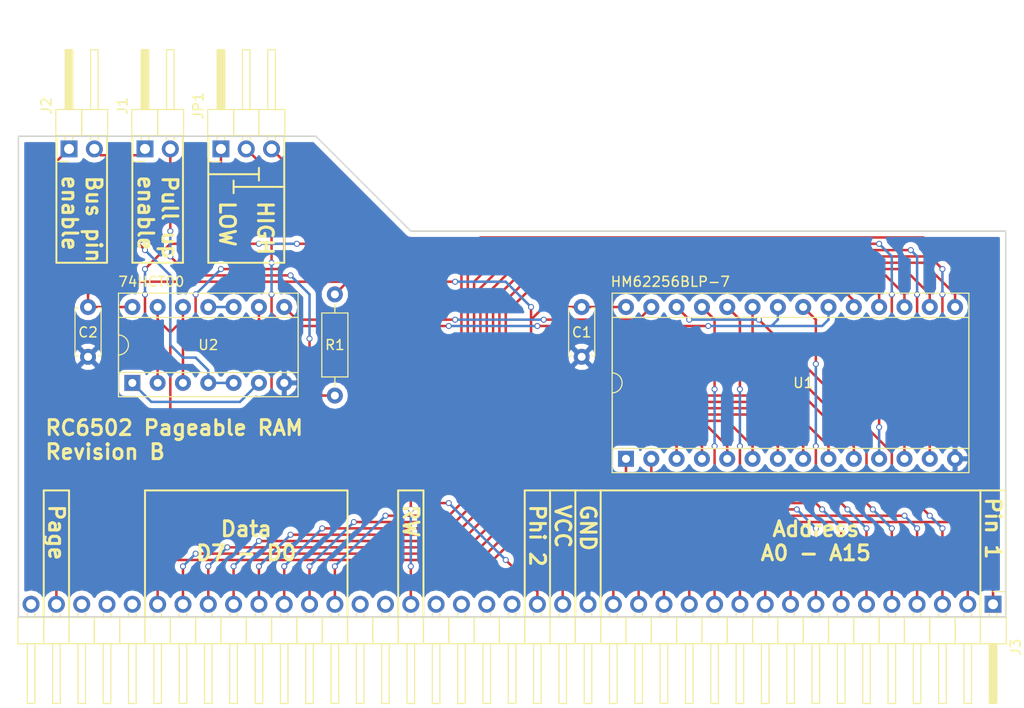
<source format=kicad_pcb>
(kicad_pcb (version 4) (host pcbnew 4.0.6)

  (general
    (links 48)
    (no_connects 0)
    (area 88.824999 101.524999 188.035001 149.935001)
    (thickness 1.6)
    (drawings 52)
    (tracks 434)
    (zones 0)
    (modules 9)
    (nets 37)
  )

  (page A4)
  (layers
    (0 F.Cu signal)
    (31 B.Cu signal)
    (32 B.Adhes user)
    (33 F.Adhes user)
    (34 B.Paste user)
    (35 F.Paste user)
    (36 B.SilkS user)
    (37 F.SilkS user)
    (38 B.Mask user)
    (39 F.Mask user)
    (40 Dwgs.User user)
    (41 Cmts.User user)
    (42 Eco1.User user)
    (43 Eco2.User user)
    (44 Edge.Cuts user)
    (45 Margin user)
    (46 B.CrtYd user)
    (47 F.CrtYd user)
    (48 B.Fab user)
    (49 F.Fab user)
  )

  (setup
    (last_trace_width 0.25)
    (trace_clearance 0.2)
    (zone_clearance 0.508)
    (zone_45_only no)
    (trace_min 0.2)
    (segment_width 0.2)
    (edge_width 0.15)
    (via_size 0.6)
    (via_drill 0.4)
    (via_min_size 0.4)
    (via_min_drill 0.3)
    (uvia_size 0.3)
    (uvia_drill 0.1)
    (uvias_allowed no)
    (uvia_min_size 0.2)
    (uvia_min_drill 0.1)
    (pcb_text_width 0.3)
    (pcb_text_size 1.5 1.5)
    (mod_edge_width 0.15)
    (mod_text_size 1 1)
    (mod_text_width 0.15)
    (pad_size 1.524 1.524)
    (pad_drill 0.762)
    (pad_to_mask_clearance 0.2)
    (aux_axis_origin 0 0)
    (visible_elements 7FFFFFFF)
    (pcbplotparams
      (layerselection 0x011fc_80000001)
      (usegerberextensions true)
      (excludeedgelayer true)
      (linewidth 0.100000)
      (plotframeref false)
      (viasonmask false)
      (mode 1)
      (useauxorigin false)
      (hpglpennumber 1)
      (hpglpenspeed 20)
      (hpglpendiameter 15)
      (hpglpenoverlay 2)
      (psnegative false)
      (psa4output false)
      (plotreference true)
      (plotvalue true)
      (plotinvisibletext false)
      (padsonsilk false)
      (subtractmaskfromsilk false)
      (outputformat 1)
      (mirror false)
      (drillshape 0)
      (scaleselection 1)
      (outputdirectory "D:/ownCloud/Documents/Projects/RC6502/RC6502 RAM/export/"))
  )

  (net 0 "")
  (net 1 VCC)
  (net 2 A15)
  (net 3 A14)
  (net 4 A13)
  (net 5 A12)
  (net 6 A11)
  (net 7 A10)
  (net 8 A9)
  (net 9 A8)
  (net 10 A7)
  (net 11 A6)
  (net 12 A5)
  (net 13 A4)
  (net 14 A3)
  (net 15 A2)
  (net 16 A1)
  (net 17 A0)
  (net 18 GND)
  (net 19 D0)
  (net 20 D1)
  (net 21 D2)
  (net 22 D3)
  (net 23 D4)
  (net 24 D5)
  (net 25 D6)
  (net 26 D7)
  (net 27 PHI2)
  (net 28 PAGE)
  (net 29 WE)
  (net 30 CS_HI)
  (net 31 CS)
  (net 32 "Net-(U2-Pad1)")
  (net 33 "Net-(U2-Pad10)")
  (net 34 RW)
  (net 35 "Net-(J2-Pad1)")
  (net 36 "Net-(J1-Pad2)")

  (net_class Default "This is the default net class."
    (clearance 0.2)
    (trace_width 0.25)
    (via_dia 0.6)
    (via_drill 0.4)
    (uvia_dia 0.3)
    (uvia_drill 0.1)
    (add_net A0)
    (add_net A1)
    (add_net A10)
    (add_net A11)
    (add_net A12)
    (add_net A13)
    (add_net A14)
    (add_net A15)
    (add_net A2)
    (add_net A3)
    (add_net A4)
    (add_net A5)
    (add_net A6)
    (add_net A7)
    (add_net A8)
    (add_net A9)
    (add_net CS)
    (add_net CS_HI)
    (add_net D0)
    (add_net D1)
    (add_net D2)
    (add_net D3)
    (add_net D4)
    (add_net D5)
    (add_net D6)
    (add_net D7)
    (add_net GND)
    (add_net "Net-(J1-Pad2)")
    (add_net "Net-(J2-Pad1)")
    (add_net "Net-(U2-Pad1)")
    (add_net "Net-(U2-Pad10)")
    (add_net PAGE)
    (add_net PHI2)
    (add_net RW)
    (add_net VCC)
    (add_net WE)
  )

  (module Housings_DIP:DIP-28_W15.24mm_Socket (layer F.Cu) (tedit 593C0214) (tstamp 590A3AE0)
    (at 149.86 133.985 90)
    (descr "28-lead dip package, row spacing 15.24 mm (600 mils), Socket")
    (tags "DIL DIP PDIP 2.54mm 15.24mm 600mil Socket")
    (path /590A1931)
    (fp_text reference U1 (at 7.62 17.78 180) (layer F.SilkS)
      (effects (font (size 1 1) (thickness 0.15)))
    )
    (fp_text value HM62256BLP-7 (at 17.78 4.445 180) (layer F.SilkS)
      (effects (font (size 1 1) (thickness 0.15)))
    )
    (fp_text user %R (at 7.62 17.78 180) (layer F.Fab)
      (effects (font (size 1 1) (thickness 0.15)))
    )
    (fp_line (start 1.255 -1.27) (end 14.985 -1.27) (layer F.Fab) (width 0.1))
    (fp_line (start 14.985 -1.27) (end 14.985 34.29) (layer F.Fab) (width 0.1))
    (fp_line (start 14.985 34.29) (end 0.255 34.29) (layer F.Fab) (width 0.1))
    (fp_line (start 0.255 34.29) (end 0.255 -0.27) (layer F.Fab) (width 0.1))
    (fp_line (start 0.255 -0.27) (end 1.255 -1.27) (layer F.Fab) (width 0.1))
    (fp_line (start -1.27 -1.27) (end -1.27 34.29) (layer F.Fab) (width 0.1))
    (fp_line (start -1.27 34.29) (end 16.51 34.29) (layer F.Fab) (width 0.1))
    (fp_line (start 16.51 34.29) (end 16.51 -1.27) (layer F.Fab) (width 0.1))
    (fp_line (start 16.51 -1.27) (end -1.27 -1.27) (layer F.Fab) (width 0.1))
    (fp_line (start 6.62 -1.39) (end 1.04 -1.39) (layer F.SilkS) (width 0.12))
    (fp_line (start 1.04 -1.39) (end 1.04 34.41) (layer F.SilkS) (width 0.12))
    (fp_line (start 1.04 34.41) (end 14.2 34.41) (layer F.SilkS) (width 0.12))
    (fp_line (start 14.2 34.41) (end 14.2 -1.39) (layer F.SilkS) (width 0.12))
    (fp_line (start 14.2 -1.39) (end 8.62 -1.39) (layer F.SilkS) (width 0.12))
    (fp_line (start -1.39 -1.39) (end -1.39 34.41) (layer F.SilkS) (width 0.12))
    (fp_line (start -1.39 34.41) (end 16.63 34.41) (layer F.SilkS) (width 0.12))
    (fp_line (start 16.63 34.41) (end 16.63 -1.39) (layer F.SilkS) (width 0.12))
    (fp_line (start 16.63 -1.39) (end -1.39 -1.39) (layer F.SilkS) (width 0.12))
    (fp_line (start -1.7 -1.7) (end -1.7 34.7) (layer F.CrtYd) (width 0.05))
    (fp_line (start -1.7 34.7) (end 16.9 34.7) (layer F.CrtYd) (width 0.05))
    (fp_line (start 16.9 34.7) (end 16.9 -1.7) (layer F.CrtYd) (width 0.05))
    (fp_line (start 16.9 -1.7) (end -1.7 -1.7) (layer F.CrtYd) (width 0.05))
    (fp_arc (start 7.62 -1.39) (end 6.62 -1.39) (angle -180) (layer F.SilkS) (width 0.12))
    (pad 1 thru_hole rect (at 0 0 90) (size 1.6 1.6) (drill 0.8) (layers *.Cu *.Mask)
      (net 3 A14))
    (pad 15 thru_hole oval (at 15.24 33.02 90) (size 1.6 1.6) (drill 0.8) (layers *.Cu *.Mask)
      (net 22 D3))
    (pad 2 thru_hole oval (at 0 2.54 90) (size 1.6 1.6) (drill 0.8) (layers *.Cu *.Mask)
      (net 5 A12))
    (pad 16 thru_hole oval (at 15.24 30.48 90) (size 1.6 1.6) (drill 0.8) (layers *.Cu *.Mask)
      (net 23 D4))
    (pad 3 thru_hole oval (at 0 5.08 90) (size 1.6 1.6) (drill 0.8) (layers *.Cu *.Mask)
      (net 10 A7))
    (pad 17 thru_hole oval (at 15.24 27.94 90) (size 1.6 1.6) (drill 0.8) (layers *.Cu *.Mask)
      (net 24 D5))
    (pad 4 thru_hole oval (at 0 7.62 90) (size 1.6 1.6) (drill 0.8) (layers *.Cu *.Mask)
      (net 11 A6))
    (pad 18 thru_hole oval (at 15.24 25.4 90) (size 1.6 1.6) (drill 0.8) (layers *.Cu *.Mask)
      (net 25 D6))
    (pad 5 thru_hole oval (at 0 10.16 90) (size 1.6 1.6) (drill 0.8) (layers *.Cu *.Mask)
      (net 12 A5))
    (pad 19 thru_hole oval (at 15.24 22.86 90) (size 1.6 1.6) (drill 0.8) (layers *.Cu *.Mask)
      (net 26 D7))
    (pad 6 thru_hole oval (at 0 12.7 90) (size 1.6 1.6) (drill 0.8) (layers *.Cu *.Mask)
      (net 13 A4))
    (pad 20 thru_hole oval (at 15.24 20.32 90) (size 1.6 1.6) (drill 0.8) (layers *.Cu *.Mask)
      (net 31 CS))
    (pad 7 thru_hole oval (at 0 15.24 90) (size 1.6 1.6) (drill 0.8) (layers *.Cu *.Mask)
      (net 14 A3))
    (pad 21 thru_hole oval (at 15.24 17.78 90) (size 1.6 1.6) (drill 0.8) (layers *.Cu *.Mask)
      (net 7 A10))
    (pad 8 thru_hole oval (at 0 17.78 90) (size 1.6 1.6) (drill 0.8) (layers *.Cu *.Mask)
      (net 15 A2))
    (pad 22 thru_hole oval (at 15.24 15.24 90) (size 1.6 1.6) (drill 0.8) (layers *.Cu *.Mask)
      (net 31 CS))
    (pad 9 thru_hole oval (at 0 20.32 90) (size 1.6 1.6) (drill 0.8) (layers *.Cu *.Mask)
      (net 16 A1))
    (pad 23 thru_hole oval (at 15.24 12.7 90) (size 1.6 1.6) (drill 0.8) (layers *.Cu *.Mask)
      (net 6 A11))
    (pad 10 thru_hole oval (at 0 22.86 90) (size 1.6 1.6) (drill 0.8) (layers *.Cu *.Mask)
      (net 17 A0))
    (pad 24 thru_hole oval (at 15.24 10.16 90) (size 1.6 1.6) (drill 0.8) (layers *.Cu *.Mask)
      (net 8 A9))
    (pad 11 thru_hole oval (at 0 25.4 90) (size 1.6 1.6) (drill 0.8) (layers *.Cu *.Mask)
      (net 19 D0))
    (pad 25 thru_hole oval (at 15.24 7.62 90) (size 1.6 1.6) (drill 0.8) (layers *.Cu *.Mask)
      (net 9 A8))
    (pad 12 thru_hole oval (at 0 27.94 90) (size 1.6 1.6) (drill 0.8) (layers *.Cu *.Mask)
      (net 20 D1))
    (pad 26 thru_hole oval (at 15.24 5.08 90) (size 1.6 1.6) (drill 0.8) (layers *.Cu *.Mask)
      (net 4 A13))
    (pad 13 thru_hole oval (at 0 30.48 90) (size 1.6 1.6) (drill 0.8) (layers *.Cu *.Mask)
      (net 21 D2))
    (pad 27 thru_hole oval (at 15.24 2.54 90) (size 1.6 1.6) (drill 0.8) (layers *.Cu *.Mask)
      (net 29 WE))
    (pad 14 thru_hole oval (at 0 33.02 90) (size 1.6 1.6) (drill 0.8) (layers *.Cu *.Mask)
      (net 18 GND))
    (pad 28 thru_hole oval (at 15.24 0 90) (size 1.6 1.6) (drill 0.8) (layers *.Cu *.Mask)
      (net 1 VCC))
    (model Housings_DIP.3dshapes/DIP-28_W15.24mm_Socket.wrl
      (at (xyz 0 0 0))
      (scale (xyz 1 1 1))
      (rotate (xyz 0 0 0))
    )
  )

  (module Pin_Headers:Pin_Header_Angled_1x02_Pitch2.54mm (layer F.Cu) (tedit 590E3E3F) (tstamp 590A3A80)
    (at 101.6 102.87 90)
    (descr "Through hole angled pin header, 1x02, 2.54mm pitch, 6mm pin length, single row")
    (tags "Through hole angled pin header THT 1x02 2.54mm single row")
    (path /590C6113)
    (fp_text reference J1 (at 4.315 -2.27 90) (layer F.SilkS)
      (effects (font (size 1 1) (thickness 0.15)))
    )
    (fp_text value "Page PullUp" (at 10.16 -2.54 90) (layer F.Fab)
      (effects (font (size 1 1) (thickness 0.15)))
    )
    (fp_line (start 1.4 -1.27) (end 1.4 1.27) (layer F.Fab) (width 0.1))
    (fp_line (start 1.4 1.27) (end 3.9 1.27) (layer F.Fab) (width 0.1))
    (fp_line (start 3.9 1.27) (end 3.9 -1.27) (layer F.Fab) (width 0.1))
    (fp_line (start 3.9 -1.27) (end 1.4 -1.27) (layer F.Fab) (width 0.1))
    (fp_line (start 0 -0.32) (end 0 0.32) (layer F.Fab) (width 0.1))
    (fp_line (start 0 0.32) (end 9.9 0.32) (layer F.Fab) (width 0.1))
    (fp_line (start 9.9 0.32) (end 9.9 -0.32) (layer F.Fab) (width 0.1))
    (fp_line (start 9.9 -0.32) (end 0 -0.32) (layer F.Fab) (width 0.1))
    (fp_line (start 1.4 1.27) (end 1.4 3.81) (layer F.Fab) (width 0.1))
    (fp_line (start 1.4 3.81) (end 3.9 3.81) (layer F.Fab) (width 0.1))
    (fp_line (start 3.9 3.81) (end 3.9 1.27) (layer F.Fab) (width 0.1))
    (fp_line (start 3.9 1.27) (end 1.4 1.27) (layer F.Fab) (width 0.1))
    (fp_line (start 0 2.22) (end 0 2.86) (layer F.Fab) (width 0.1))
    (fp_line (start 0 2.86) (end 9.9 2.86) (layer F.Fab) (width 0.1))
    (fp_line (start 9.9 2.86) (end 9.9 2.22) (layer F.Fab) (width 0.1))
    (fp_line (start 9.9 2.22) (end 0 2.22) (layer F.Fab) (width 0.1))
    (fp_line (start 1.34 -1.33) (end 1.34 1.27) (layer F.SilkS) (width 0.12))
    (fp_line (start 1.34 1.27) (end 3.96 1.27) (layer F.SilkS) (width 0.12))
    (fp_line (start 3.96 1.27) (end 3.96 -1.33) (layer F.SilkS) (width 0.12))
    (fp_line (start 3.96 -1.33) (end 1.34 -1.33) (layer F.SilkS) (width 0.12))
    (fp_line (start 3.96 -0.38) (end 3.96 0.38) (layer F.SilkS) (width 0.12))
    (fp_line (start 3.96 0.38) (end 9.96 0.38) (layer F.SilkS) (width 0.12))
    (fp_line (start 9.96 0.38) (end 9.96 -0.38) (layer F.SilkS) (width 0.12))
    (fp_line (start 9.96 -0.38) (end 3.96 -0.38) (layer F.SilkS) (width 0.12))
    (fp_line (start 0.91 -0.38) (end 1.34 -0.38) (layer F.SilkS) (width 0.12))
    (fp_line (start 0.91 0.38) (end 1.34 0.38) (layer F.SilkS) (width 0.12))
    (fp_line (start 3.96 -0.26) (end 9.96 -0.26) (layer F.SilkS) (width 0.12))
    (fp_line (start 3.96 -0.14) (end 9.96 -0.14) (layer F.SilkS) (width 0.12))
    (fp_line (start 3.96 -0.02) (end 9.96 -0.02) (layer F.SilkS) (width 0.12))
    (fp_line (start 3.96 0.1) (end 9.96 0.1) (layer F.SilkS) (width 0.12))
    (fp_line (start 3.96 0.22) (end 9.96 0.22) (layer F.SilkS) (width 0.12))
    (fp_line (start 3.96 0.34) (end 9.96 0.34) (layer F.SilkS) (width 0.12))
    (fp_line (start 1.34 1.27) (end 1.34 3.87) (layer F.SilkS) (width 0.12))
    (fp_line (start 1.34 3.87) (end 3.96 3.87) (layer F.SilkS) (width 0.12))
    (fp_line (start 3.96 3.87) (end 3.96 1.27) (layer F.SilkS) (width 0.12))
    (fp_line (start 3.96 1.27) (end 1.34 1.27) (layer F.SilkS) (width 0.12))
    (fp_line (start 3.96 2.16) (end 3.96 2.92) (layer F.SilkS) (width 0.12))
    (fp_line (start 3.96 2.92) (end 9.96 2.92) (layer F.SilkS) (width 0.12))
    (fp_line (start 9.96 2.92) (end 9.96 2.16) (layer F.SilkS) (width 0.12))
    (fp_line (start 9.96 2.16) (end 3.96 2.16) (layer F.SilkS) (width 0.12))
    (fp_line (start 0.91 2.16) (end 1.34 2.16) (layer F.SilkS) (width 0.12))
    (fp_line (start 0.91 2.92) (end 1.34 2.92) (layer F.SilkS) (width 0.12))
    (fp_line (start -1.27 0) (end -1.27 -1.27) (layer F.SilkS) (width 0.12))
    (fp_line (start -1.27 -1.27) (end 0 -1.27) (layer F.SilkS) (width 0.12))
    (fp_line (start -1.8 -1.8) (end -1.8 4.35) (layer F.CrtYd) (width 0.05))
    (fp_line (start -1.8 4.35) (end 10.4 4.35) (layer F.CrtYd) (width 0.05))
    (fp_line (start 10.4 4.35) (end 10.4 -1.8) (layer F.CrtYd) (width 0.05))
    (fp_line (start 10.4 -1.8) (end -1.8 -1.8) (layer F.CrtYd) (width 0.05))
    (fp_text user %R (at 4.315 -2.27 90) (layer F.Fab)
      (effects (font (size 1 1) (thickness 0.15)))
    )
    (pad 1 thru_hole rect (at 0 0 90) (size 1.7 1.7) (drill 1) (layers *.Cu *.Mask)
      (net 28 PAGE))
    (pad 2 thru_hole oval (at 0 2.54 90) (size 1.7 1.7) (drill 1) (layers *.Cu *.Mask)
      (net 36 "Net-(J1-Pad2)"))
    (model ${KISYS3DMOD}/Pin_Headers.3dshapes/Pin_Header_Angled_1x02_Pitch2.54mm.wrl
      (at (xyz 0 -0.05 0))
      (scale (xyz 1 1 1))
      (rotate (xyz 0 0 90))
    )
  )

  (module Resistors_THT:R_Axial_DIN0207_L6.3mm_D2.5mm_P10.16mm_Horizontal (layer F.Cu) (tedit 593C1378) (tstamp 590A3AC0)
    (at 120.65 117.475 270)
    (descr "Resistor, Axial_DIN0207 series, Axial, Horizontal, pin pitch=10.16mm, 0.25W = 1/4W, length*diameter=6.3*2.5mm^2, http://cdn-reichelt.de/documents/datenblatt/B400/1_4W%23YAG.pdf")
    (tags "Resistor Axial_DIN0207 series Axial Horizontal pin pitch 10.16mm 0.25W = 1/4W length 6.3mm diameter 2.5mm")
    (path /590BED30)
    (fp_text reference R1 (at 5.08 0 360) (layer F.SilkS)
      (effects (font (size 1 1) (thickness 0.15)))
    )
    (fp_text value 10k (at -1.905 0 360) (layer F.Fab)
      (effects (font (size 1 1) (thickness 0.15)))
    )
    (fp_line (start 1.93 -1.25) (end 1.93 1.25) (layer F.Fab) (width 0.1))
    (fp_line (start 1.93 1.25) (end 8.23 1.25) (layer F.Fab) (width 0.1))
    (fp_line (start 8.23 1.25) (end 8.23 -1.25) (layer F.Fab) (width 0.1))
    (fp_line (start 8.23 -1.25) (end 1.93 -1.25) (layer F.Fab) (width 0.1))
    (fp_line (start 0 0) (end 1.93 0) (layer F.Fab) (width 0.1))
    (fp_line (start 10.16 0) (end 8.23 0) (layer F.Fab) (width 0.1))
    (fp_line (start 1.87 -1.31) (end 1.87 1.31) (layer F.SilkS) (width 0.12))
    (fp_line (start 1.87 1.31) (end 8.29 1.31) (layer F.SilkS) (width 0.12))
    (fp_line (start 8.29 1.31) (end 8.29 -1.31) (layer F.SilkS) (width 0.12))
    (fp_line (start 8.29 -1.31) (end 1.87 -1.31) (layer F.SilkS) (width 0.12))
    (fp_line (start 0.98 0) (end 1.87 0) (layer F.SilkS) (width 0.12))
    (fp_line (start 9.18 0) (end 8.29 0) (layer F.SilkS) (width 0.12))
    (fp_line (start -1.05 -1.6) (end -1.05 1.6) (layer F.CrtYd) (width 0.05))
    (fp_line (start -1.05 1.6) (end 11.25 1.6) (layer F.CrtYd) (width 0.05))
    (fp_line (start 11.25 1.6) (end 11.25 -1.6) (layer F.CrtYd) (width 0.05))
    (fp_line (start 11.25 -1.6) (end -1.05 -1.6) (layer F.CrtYd) (width 0.05))
    (pad 1 thru_hole circle (at 0 0 270) (size 1.6 1.6) (drill 0.8) (layers *.Cu *.Mask)
      (net 1 VCC))
    (pad 2 thru_hole oval (at 10.16 0 270) (size 1.6 1.6) (drill 0.8) (layers *.Cu *.Mask)
      (net 36 "Net-(J1-Pad2)"))
    (model Resistors_THT.3dshapes/R_Axial_DIN0207_L6.3mm_D2.5mm_P10.16mm_Horizontal.wrl
      (at (xyz 0 0 0))
      (scale (xyz 0.393701 0.393701 0.393701))
      (rotate (xyz 0 0 0))
    )
  )

  (module Capacitors_THT:C_Disc_D4.7mm_W2.5mm_P5.00mm (layer F.Cu) (tedit 593C0203) (tstamp 590E0B87)
    (at 145.415 118.745 270)
    (descr "C, Disc series, Radial, pin pitch=5.00mm, , diameter*width=4.7*2.5mm^2, Capacitor, http://www.vishay.com/docs/45233/krseries.pdf")
    (tags "C Disc series Radial pin pitch 5.00mm  diameter 4.7mm width 2.5mm Capacitor")
    (path /590DFF39)
    (fp_text reference C1 (at 2.54 0 360) (layer F.SilkS)
      (effects (font (size 1 1) (thickness 0.15)))
    )
    (fp_text value 100nF (at -1.905 0 360) (layer F.Fab)
      (effects (font (size 1 1) (thickness 0.15)))
    )
    (fp_line (start 0.15 -1.25) (end 0.15 1.25) (layer F.Fab) (width 0.1))
    (fp_line (start 0.15 1.25) (end 4.85 1.25) (layer F.Fab) (width 0.1))
    (fp_line (start 4.85 1.25) (end 4.85 -1.25) (layer F.Fab) (width 0.1))
    (fp_line (start 4.85 -1.25) (end 0.15 -1.25) (layer F.Fab) (width 0.1))
    (fp_line (start 0.09 -1.31) (end 4.91 -1.31) (layer F.SilkS) (width 0.12))
    (fp_line (start 0.09 1.31) (end 4.91 1.31) (layer F.SilkS) (width 0.12))
    (fp_line (start 0.09 -1.31) (end 0.09 -0.996) (layer F.SilkS) (width 0.12))
    (fp_line (start 0.09 0.996) (end 0.09 1.31) (layer F.SilkS) (width 0.12))
    (fp_line (start 4.91 -1.31) (end 4.91 -0.996) (layer F.SilkS) (width 0.12))
    (fp_line (start 4.91 0.996) (end 4.91 1.31) (layer F.SilkS) (width 0.12))
    (fp_line (start -1.05 -1.6) (end -1.05 1.6) (layer F.CrtYd) (width 0.05))
    (fp_line (start -1.05 1.6) (end 6.05 1.6) (layer F.CrtYd) (width 0.05))
    (fp_line (start 6.05 1.6) (end 6.05 -1.6) (layer F.CrtYd) (width 0.05))
    (fp_line (start 6.05 -1.6) (end -1.05 -1.6) (layer F.CrtYd) (width 0.05))
    (pad 1 thru_hole circle (at 0 0 270) (size 1.6 1.6) (drill 0.8) (layers *.Cu *.Mask)
      (net 1 VCC))
    (pad 2 thru_hole circle (at 5 0 270) (size 1.6 1.6) (drill 0.8) (layers *.Cu *.Mask)
      (net 18 GND))
    (model Capacitors_THT.3dshapes/C_Disc_D4.7mm_W2.5mm_P5.00mm.wrl
      (at (xyz 0 0 0))
      (scale (xyz 0.393701 0.393701 0.393701))
      (rotate (xyz 0 0 0))
    )
  )

  (module Capacitors_THT:C_Disc_D4.7mm_W2.5mm_P5.00mm (layer F.Cu) (tedit 593C044D) (tstamp 590E0B8D)
    (at 95.885 118.745 270)
    (descr "C, Disc series, Radial, pin pitch=5.00mm, , diameter*width=4.7*2.5mm^2, Capacitor, http://www.vishay.com/docs/45233/krseries.pdf")
    (tags "C Disc series Radial pin pitch 5.00mm  diameter 4.7mm width 2.5mm Capacitor")
    (path /590E0960)
    (fp_text reference C2 (at 2.54 0 360) (layer F.SilkS)
      (effects (font (size 1 1) (thickness 0.15)))
    )
    (fp_text value 100nF (at -2.54 0 360) (layer F.Fab)
      (effects (font (size 1 1) (thickness 0.15)))
    )
    (fp_line (start 0.15 -1.25) (end 0.15 1.25) (layer F.Fab) (width 0.1))
    (fp_line (start 0.15 1.25) (end 4.85 1.25) (layer F.Fab) (width 0.1))
    (fp_line (start 4.85 1.25) (end 4.85 -1.25) (layer F.Fab) (width 0.1))
    (fp_line (start 4.85 -1.25) (end 0.15 -1.25) (layer F.Fab) (width 0.1))
    (fp_line (start 0.09 -1.31) (end 4.91 -1.31) (layer F.SilkS) (width 0.12))
    (fp_line (start 0.09 1.31) (end 4.91 1.31) (layer F.SilkS) (width 0.12))
    (fp_line (start 0.09 -1.31) (end 0.09 -0.996) (layer F.SilkS) (width 0.12))
    (fp_line (start 0.09 0.996) (end 0.09 1.31) (layer F.SilkS) (width 0.12))
    (fp_line (start 4.91 -1.31) (end 4.91 -0.996) (layer F.SilkS) (width 0.12))
    (fp_line (start 4.91 0.996) (end 4.91 1.31) (layer F.SilkS) (width 0.12))
    (fp_line (start -1.05 -1.6) (end -1.05 1.6) (layer F.CrtYd) (width 0.05))
    (fp_line (start -1.05 1.6) (end 6.05 1.6) (layer F.CrtYd) (width 0.05))
    (fp_line (start 6.05 1.6) (end 6.05 -1.6) (layer F.CrtYd) (width 0.05))
    (fp_line (start 6.05 -1.6) (end -1.05 -1.6) (layer F.CrtYd) (width 0.05))
    (pad 1 thru_hole circle (at 0 0 270) (size 1.6 1.6) (drill 0.8) (layers *.Cu *.Mask)
      (net 1 VCC))
    (pad 2 thru_hole circle (at 5 0 270) (size 1.6 1.6) (drill 0.8) (layers *.Cu *.Mask)
      (net 18 GND))
    (model Capacitors_THT.3dshapes/C_Disc_D4.7mm_W2.5mm_P5.00mm.wrl
      (at (xyz 0 0 0))
      (scale (xyz 0.393701 0.393701 0.393701))
      (rotate (xyz 0 0 0))
    )
  )

  (module Pin_Headers:Pin_Header_Angled_1x02_Pitch2.54mm (layer F.Cu) (tedit 590E3E3B) (tstamp 590E0B94)
    (at 93.98 102.87 90)
    (descr "Through hole angled pin header, 1x02, 2.54mm pitch, 6mm pin length, single row")
    (tags "Through hole angled pin header THT 1x02 2.54mm single row")
    (path /590B8522)
    (fp_text reference J2 (at 4.315 -2.27 90) (layer F.SilkS)
      (effects (font (size 1 1) (thickness 0.15)))
    )
    (fp_text value "Bus enable" (at 10.16 -2.54 90) (layer F.Fab)
      (effects (font (size 1 1) (thickness 0.15)))
    )
    (fp_line (start 1.4 -1.27) (end 1.4 1.27) (layer F.Fab) (width 0.1))
    (fp_line (start 1.4 1.27) (end 3.9 1.27) (layer F.Fab) (width 0.1))
    (fp_line (start 3.9 1.27) (end 3.9 -1.27) (layer F.Fab) (width 0.1))
    (fp_line (start 3.9 -1.27) (end 1.4 -1.27) (layer F.Fab) (width 0.1))
    (fp_line (start 0 -0.32) (end 0 0.32) (layer F.Fab) (width 0.1))
    (fp_line (start 0 0.32) (end 9.9 0.32) (layer F.Fab) (width 0.1))
    (fp_line (start 9.9 0.32) (end 9.9 -0.32) (layer F.Fab) (width 0.1))
    (fp_line (start 9.9 -0.32) (end 0 -0.32) (layer F.Fab) (width 0.1))
    (fp_line (start 1.4 1.27) (end 1.4 3.81) (layer F.Fab) (width 0.1))
    (fp_line (start 1.4 3.81) (end 3.9 3.81) (layer F.Fab) (width 0.1))
    (fp_line (start 3.9 3.81) (end 3.9 1.27) (layer F.Fab) (width 0.1))
    (fp_line (start 3.9 1.27) (end 1.4 1.27) (layer F.Fab) (width 0.1))
    (fp_line (start 0 2.22) (end 0 2.86) (layer F.Fab) (width 0.1))
    (fp_line (start 0 2.86) (end 9.9 2.86) (layer F.Fab) (width 0.1))
    (fp_line (start 9.9 2.86) (end 9.9 2.22) (layer F.Fab) (width 0.1))
    (fp_line (start 9.9 2.22) (end 0 2.22) (layer F.Fab) (width 0.1))
    (fp_line (start 1.34 -1.33) (end 1.34 1.27) (layer F.SilkS) (width 0.12))
    (fp_line (start 1.34 1.27) (end 3.96 1.27) (layer F.SilkS) (width 0.12))
    (fp_line (start 3.96 1.27) (end 3.96 -1.33) (layer F.SilkS) (width 0.12))
    (fp_line (start 3.96 -1.33) (end 1.34 -1.33) (layer F.SilkS) (width 0.12))
    (fp_line (start 3.96 -0.38) (end 3.96 0.38) (layer F.SilkS) (width 0.12))
    (fp_line (start 3.96 0.38) (end 9.96 0.38) (layer F.SilkS) (width 0.12))
    (fp_line (start 9.96 0.38) (end 9.96 -0.38) (layer F.SilkS) (width 0.12))
    (fp_line (start 9.96 -0.38) (end 3.96 -0.38) (layer F.SilkS) (width 0.12))
    (fp_line (start 0.91 -0.38) (end 1.34 -0.38) (layer F.SilkS) (width 0.12))
    (fp_line (start 0.91 0.38) (end 1.34 0.38) (layer F.SilkS) (width 0.12))
    (fp_line (start 3.96 -0.26) (end 9.96 -0.26) (layer F.SilkS) (width 0.12))
    (fp_line (start 3.96 -0.14) (end 9.96 -0.14) (layer F.SilkS) (width 0.12))
    (fp_line (start 3.96 -0.02) (end 9.96 -0.02) (layer F.SilkS) (width 0.12))
    (fp_line (start 3.96 0.1) (end 9.96 0.1) (layer F.SilkS) (width 0.12))
    (fp_line (start 3.96 0.22) (end 9.96 0.22) (layer F.SilkS) (width 0.12))
    (fp_line (start 3.96 0.34) (end 9.96 0.34) (layer F.SilkS) (width 0.12))
    (fp_line (start 1.34 1.27) (end 1.34 3.87) (layer F.SilkS) (width 0.12))
    (fp_line (start 1.34 3.87) (end 3.96 3.87) (layer F.SilkS) (width 0.12))
    (fp_line (start 3.96 3.87) (end 3.96 1.27) (layer F.SilkS) (width 0.12))
    (fp_line (start 3.96 1.27) (end 1.34 1.27) (layer F.SilkS) (width 0.12))
    (fp_line (start 3.96 2.16) (end 3.96 2.92) (layer F.SilkS) (width 0.12))
    (fp_line (start 3.96 2.92) (end 9.96 2.92) (layer F.SilkS) (width 0.12))
    (fp_line (start 9.96 2.92) (end 9.96 2.16) (layer F.SilkS) (width 0.12))
    (fp_line (start 9.96 2.16) (end 3.96 2.16) (layer F.SilkS) (width 0.12))
    (fp_line (start 0.91 2.16) (end 1.34 2.16) (layer F.SilkS) (width 0.12))
    (fp_line (start 0.91 2.92) (end 1.34 2.92) (layer F.SilkS) (width 0.12))
    (fp_line (start -1.27 0) (end -1.27 -1.27) (layer F.SilkS) (width 0.12))
    (fp_line (start -1.27 -1.27) (end 0 -1.27) (layer F.SilkS) (width 0.12))
    (fp_line (start -1.8 -1.8) (end -1.8 4.35) (layer F.CrtYd) (width 0.05))
    (fp_line (start -1.8 4.35) (end 10.4 4.35) (layer F.CrtYd) (width 0.05))
    (fp_line (start 10.4 4.35) (end 10.4 -1.8) (layer F.CrtYd) (width 0.05))
    (fp_line (start 10.4 -1.8) (end -1.8 -1.8) (layer F.CrtYd) (width 0.05))
    (fp_text user %R (at 4.315 -2.27 90) (layer F.Fab)
      (effects (font (size 1 1) (thickness 0.15)))
    )
    (pad 1 thru_hole rect (at 0 0 90) (size 1.7 1.7) (drill 1) (layers *.Cu *.Mask)
      (net 35 "Net-(J2-Pad1)"))
    (pad 2 thru_hole oval (at 0 2.54 90) (size 1.7 1.7) (drill 1) (layers *.Cu *.Mask)
      (net 28 PAGE))
    (model ${KISYS3DMOD}/Pin_Headers.3dshapes/Pin_Header_Angled_1x02_Pitch2.54mm.wrl
      (at (xyz 0 -0.05 0))
      (scale (xyz 1 1 1))
      (rotate (xyz 0 0 90))
    )
  )

  (module Pin_Headers:Pin_Header_Angled_1x39_Pitch2.54mm (layer F.Cu) (tedit 58CD4EC5) (tstamp 590E0B99)
    (at 186.69 148.59 270)
    (descr "Through hole angled pin header, 1x39, 2.54mm pitch, 6mm pin length, single row")
    (tags "Through hole angled pin header THT 1x39 2.54mm single row")
    (path /590B4CA1)
    (fp_text reference J3 (at 4.315 -2.27 270) (layer F.SilkS)
      (effects (font (size 1 1) (thickness 0.15)))
    )
    (fp_text value CONN_01X39 (at 4.315 98.79 270) (layer F.Fab)
      (effects (font (size 1 1) (thickness 0.15)))
    )
    (fp_line (start 1.4 -1.27) (end 1.4 1.27) (layer F.Fab) (width 0.1))
    (fp_line (start 1.4 1.27) (end 3.9 1.27) (layer F.Fab) (width 0.1))
    (fp_line (start 3.9 1.27) (end 3.9 -1.27) (layer F.Fab) (width 0.1))
    (fp_line (start 3.9 -1.27) (end 1.4 -1.27) (layer F.Fab) (width 0.1))
    (fp_line (start 0 -0.32) (end 0 0.32) (layer F.Fab) (width 0.1))
    (fp_line (start 0 0.32) (end 9.9 0.32) (layer F.Fab) (width 0.1))
    (fp_line (start 9.9 0.32) (end 9.9 -0.32) (layer F.Fab) (width 0.1))
    (fp_line (start 9.9 -0.32) (end 0 -0.32) (layer F.Fab) (width 0.1))
    (fp_line (start 1.4 1.27) (end 1.4 3.81) (layer F.Fab) (width 0.1))
    (fp_line (start 1.4 3.81) (end 3.9 3.81) (layer F.Fab) (width 0.1))
    (fp_line (start 3.9 3.81) (end 3.9 1.27) (layer F.Fab) (width 0.1))
    (fp_line (start 3.9 1.27) (end 1.4 1.27) (layer F.Fab) (width 0.1))
    (fp_line (start 0 2.22) (end 0 2.86) (layer F.Fab) (width 0.1))
    (fp_line (start 0 2.86) (end 9.9 2.86) (layer F.Fab) (width 0.1))
    (fp_line (start 9.9 2.86) (end 9.9 2.22) (layer F.Fab) (width 0.1))
    (fp_line (start 9.9 2.22) (end 0 2.22) (layer F.Fab) (width 0.1))
    (fp_line (start 1.4 3.81) (end 1.4 6.35) (layer F.Fab) (width 0.1))
    (fp_line (start 1.4 6.35) (end 3.9 6.35) (layer F.Fab) (width 0.1))
    (fp_line (start 3.9 6.35) (end 3.9 3.81) (layer F.Fab) (width 0.1))
    (fp_line (start 3.9 3.81) (end 1.4 3.81) (layer F.Fab) (width 0.1))
    (fp_line (start 0 4.76) (end 0 5.4) (layer F.Fab) (width 0.1))
    (fp_line (start 0 5.4) (end 9.9 5.4) (layer F.Fab) (width 0.1))
    (fp_line (start 9.9 5.4) (end 9.9 4.76) (layer F.Fab) (width 0.1))
    (fp_line (start 9.9 4.76) (end 0 4.76) (layer F.Fab) (width 0.1))
    (fp_line (start 1.4 6.35) (end 1.4 8.89) (layer F.Fab) (width 0.1))
    (fp_line (start 1.4 8.89) (end 3.9 8.89) (layer F.Fab) (width 0.1))
    (fp_line (start 3.9 8.89) (end 3.9 6.35) (layer F.Fab) (width 0.1))
    (fp_line (start 3.9 6.35) (end 1.4 6.35) (layer F.Fab) (width 0.1))
    (fp_line (start 0 7.3) (end 0 7.94) (layer F.Fab) (width 0.1))
    (fp_line (start 0 7.94) (end 9.9 7.94) (layer F.Fab) (width 0.1))
    (fp_line (start 9.9 7.94) (end 9.9 7.3) (layer F.Fab) (width 0.1))
    (fp_line (start 9.9 7.3) (end 0 7.3) (layer F.Fab) (width 0.1))
    (fp_line (start 1.4 8.89) (end 1.4 11.43) (layer F.Fab) (width 0.1))
    (fp_line (start 1.4 11.43) (end 3.9 11.43) (layer F.Fab) (width 0.1))
    (fp_line (start 3.9 11.43) (end 3.9 8.89) (layer F.Fab) (width 0.1))
    (fp_line (start 3.9 8.89) (end 1.4 8.89) (layer F.Fab) (width 0.1))
    (fp_line (start 0 9.84) (end 0 10.48) (layer F.Fab) (width 0.1))
    (fp_line (start 0 10.48) (end 9.9 10.48) (layer F.Fab) (width 0.1))
    (fp_line (start 9.9 10.48) (end 9.9 9.84) (layer F.Fab) (width 0.1))
    (fp_line (start 9.9 9.84) (end 0 9.84) (layer F.Fab) (width 0.1))
    (fp_line (start 1.4 11.43) (end 1.4 13.97) (layer F.Fab) (width 0.1))
    (fp_line (start 1.4 13.97) (end 3.9 13.97) (layer F.Fab) (width 0.1))
    (fp_line (start 3.9 13.97) (end 3.9 11.43) (layer F.Fab) (width 0.1))
    (fp_line (start 3.9 11.43) (end 1.4 11.43) (layer F.Fab) (width 0.1))
    (fp_line (start 0 12.38) (end 0 13.02) (layer F.Fab) (width 0.1))
    (fp_line (start 0 13.02) (end 9.9 13.02) (layer F.Fab) (width 0.1))
    (fp_line (start 9.9 13.02) (end 9.9 12.38) (layer F.Fab) (width 0.1))
    (fp_line (start 9.9 12.38) (end 0 12.38) (layer F.Fab) (width 0.1))
    (fp_line (start 1.4 13.97) (end 1.4 16.51) (layer F.Fab) (width 0.1))
    (fp_line (start 1.4 16.51) (end 3.9 16.51) (layer F.Fab) (width 0.1))
    (fp_line (start 3.9 16.51) (end 3.9 13.97) (layer F.Fab) (width 0.1))
    (fp_line (start 3.9 13.97) (end 1.4 13.97) (layer F.Fab) (width 0.1))
    (fp_line (start 0 14.92) (end 0 15.56) (layer F.Fab) (width 0.1))
    (fp_line (start 0 15.56) (end 9.9 15.56) (layer F.Fab) (width 0.1))
    (fp_line (start 9.9 15.56) (end 9.9 14.92) (layer F.Fab) (width 0.1))
    (fp_line (start 9.9 14.92) (end 0 14.92) (layer F.Fab) (width 0.1))
    (fp_line (start 1.4 16.51) (end 1.4 19.05) (layer F.Fab) (width 0.1))
    (fp_line (start 1.4 19.05) (end 3.9 19.05) (layer F.Fab) (width 0.1))
    (fp_line (start 3.9 19.05) (end 3.9 16.51) (layer F.Fab) (width 0.1))
    (fp_line (start 3.9 16.51) (end 1.4 16.51) (layer F.Fab) (width 0.1))
    (fp_line (start 0 17.46) (end 0 18.1) (layer F.Fab) (width 0.1))
    (fp_line (start 0 18.1) (end 9.9 18.1) (layer F.Fab) (width 0.1))
    (fp_line (start 9.9 18.1) (end 9.9 17.46) (layer F.Fab) (width 0.1))
    (fp_line (start 9.9 17.46) (end 0 17.46) (layer F.Fab) (width 0.1))
    (fp_line (start 1.4 19.05) (end 1.4 21.59) (layer F.Fab) (width 0.1))
    (fp_line (start 1.4 21.59) (end 3.9 21.59) (layer F.Fab) (width 0.1))
    (fp_line (start 3.9 21.59) (end 3.9 19.05) (layer F.Fab) (width 0.1))
    (fp_line (start 3.9 19.05) (end 1.4 19.05) (layer F.Fab) (width 0.1))
    (fp_line (start 0 20) (end 0 20.64) (layer F.Fab) (width 0.1))
    (fp_line (start 0 20.64) (end 9.9 20.64) (layer F.Fab) (width 0.1))
    (fp_line (start 9.9 20.64) (end 9.9 20) (layer F.Fab) (width 0.1))
    (fp_line (start 9.9 20) (end 0 20) (layer F.Fab) (width 0.1))
    (fp_line (start 1.4 21.59) (end 1.4 24.13) (layer F.Fab) (width 0.1))
    (fp_line (start 1.4 24.13) (end 3.9 24.13) (layer F.Fab) (width 0.1))
    (fp_line (start 3.9 24.13) (end 3.9 21.59) (layer F.Fab) (width 0.1))
    (fp_line (start 3.9 21.59) (end 1.4 21.59) (layer F.Fab) (width 0.1))
    (fp_line (start 0 22.54) (end 0 23.18) (layer F.Fab) (width 0.1))
    (fp_line (start 0 23.18) (end 9.9 23.18) (layer F.Fab) (width 0.1))
    (fp_line (start 9.9 23.18) (end 9.9 22.54) (layer F.Fab) (width 0.1))
    (fp_line (start 9.9 22.54) (end 0 22.54) (layer F.Fab) (width 0.1))
    (fp_line (start 1.4 24.13) (end 1.4 26.67) (layer F.Fab) (width 0.1))
    (fp_line (start 1.4 26.67) (end 3.9 26.67) (layer F.Fab) (width 0.1))
    (fp_line (start 3.9 26.67) (end 3.9 24.13) (layer F.Fab) (width 0.1))
    (fp_line (start 3.9 24.13) (end 1.4 24.13) (layer F.Fab) (width 0.1))
    (fp_line (start 0 25.08) (end 0 25.72) (layer F.Fab) (width 0.1))
    (fp_line (start 0 25.72) (end 9.9 25.72) (layer F.Fab) (width 0.1))
    (fp_line (start 9.9 25.72) (end 9.9 25.08) (layer F.Fab) (width 0.1))
    (fp_line (start 9.9 25.08) (end 0 25.08) (layer F.Fab) (width 0.1))
    (fp_line (start 1.4 26.67) (end 1.4 29.21) (layer F.Fab) (width 0.1))
    (fp_line (start 1.4 29.21) (end 3.9 29.21) (layer F.Fab) (width 0.1))
    (fp_line (start 3.9 29.21) (end 3.9 26.67) (layer F.Fab) (width 0.1))
    (fp_line (start 3.9 26.67) (end 1.4 26.67) (layer F.Fab) (width 0.1))
    (fp_line (start 0 27.62) (end 0 28.26) (layer F.Fab) (width 0.1))
    (fp_line (start 0 28.26) (end 9.9 28.26) (layer F.Fab) (width 0.1))
    (fp_line (start 9.9 28.26) (end 9.9 27.62) (layer F.Fab) (width 0.1))
    (fp_line (start 9.9 27.62) (end 0 27.62) (layer F.Fab) (width 0.1))
    (fp_line (start 1.4 29.21) (end 1.4 31.75) (layer F.Fab) (width 0.1))
    (fp_line (start 1.4 31.75) (end 3.9 31.75) (layer F.Fab) (width 0.1))
    (fp_line (start 3.9 31.75) (end 3.9 29.21) (layer F.Fab) (width 0.1))
    (fp_line (start 3.9 29.21) (end 1.4 29.21) (layer F.Fab) (width 0.1))
    (fp_line (start 0 30.16) (end 0 30.8) (layer F.Fab) (width 0.1))
    (fp_line (start 0 30.8) (end 9.9 30.8) (layer F.Fab) (width 0.1))
    (fp_line (start 9.9 30.8) (end 9.9 30.16) (layer F.Fab) (width 0.1))
    (fp_line (start 9.9 30.16) (end 0 30.16) (layer F.Fab) (width 0.1))
    (fp_line (start 1.4 31.75) (end 1.4 34.29) (layer F.Fab) (width 0.1))
    (fp_line (start 1.4 34.29) (end 3.9 34.29) (layer F.Fab) (width 0.1))
    (fp_line (start 3.9 34.29) (end 3.9 31.75) (layer F.Fab) (width 0.1))
    (fp_line (start 3.9 31.75) (end 1.4 31.75) (layer F.Fab) (width 0.1))
    (fp_line (start 0 32.7) (end 0 33.34) (layer F.Fab) (width 0.1))
    (fp_line (start 0 33.34) (end 9.9 33.34) (layer F.Fab) (width 0.1))
    (fp_line (start 9.9 33.34) (end 9.9 32.7) (layer F.Fab) (width 0.1))
    (fp_line (start 9.9 32.7) (end 0 32.7) (layer F.Fab) (width 0.1))
    (fp_line (start 1.4 34.29) (end 1.4 36.83) (layer F.Fab) (width 0.1))
    (fp_line (start 1.4 36.83) (end 3.9 36.83) (layer F.Fab) (width 0.1))
    (fp_line (start 3.9 36.83) (end 3.9 34.29) (layer F.Fab) (width 0.1))
    (fp_line (start 3.9 34.29) (end 1.4 34.29) (layer F.Fab) (width 0.1))
    (fp_line (start 0 35.24) (end 0 35.88) (layer F.Fab) (width 0.1))
    (fp_line (start 0 35.88) (end 9.9 35.88) (layer F.Fab) (width 0.1))
    (fp_line (start 9.9 35.88) (end 9.9 35.24) (layer F.Fab) (width 0.1))
    (fp_line (start 9.9 35.24) (end 0 35.24) (layer F.Fab) (width 0.1))
    (fp_line (start 1.4 36.83) (end 1.4 39.37) (layer F.Fab) (width 0.1))
    (fp_line (start 1.4 39.37) (end 3.9 39.37) (layer F.Fab) (width 0.1))
    (fp_line (start 3.9 39.37) (end 3.9 36.83) (layer F.Fab) (width 0.1))
    (fp_line (start 3.9 36.83) (end 1.4 36.83) (layer F.Fab) (width 0.1))
    (fp_line (start 0 37.78) (end 0 38.42) (layer F.Fab) (width 0.1))
    (fp_line (start 0 38.42) (end 9.9 38.42) (layer F.Fab) (width 0.1))
    (fp_line (start 9.9 38.42) (end 9.9 37.78) (layer F.Fab) (width 0.1))
    (fp_line (start 9.9 37.78) (end 0 37.78) (layer F.Fab) (width 0.1))
    (fp_line (start 1.4 39.37) (end 1.4 41.91) (layer F.Fab) (width 0.1))
    (fp_line (start 1.4 41.91) (end 3.9 41.91) (layer F.Fab) (width 0.1))
    (fp_line (start 3.9 41.91) (end 3.9 39.37) (layer F.Fab) (width 0.1))
    (fp_line (start 3.9 39.37) (end 1.4 39.37) (layer F.Fab) (width 0.1))
    (fp_line (start 0 40.32) (end 0 40.96) (layer F.Fab) (width 0.1))
    (fp_line (start 0 40.96) (end 9.9 40.96) (layer F.Fab) (width 0.1))
    (fp_line (start 9.9 40.96) (end 9.9 40.32) (layer F.Fab) (width 0.1))
    (fp_line (start 9.9 40.32) (end 0 40.32) (layer F.Fab) (width 0.1))
    (fp_line (start 1.4 41.91) (end 1.4 44.45) (layer F.Fab) (width 0.1))
    (fp_line (start 1.4 44.45) (end 3.9 44.45) (layer F.Fab) (width 0.1))
    (fp_line (start 3.9 44.45) (end 3.9 41.91) (layer F.Fab) (width 0.1))
    (fp_line (start 3.9 41.91) (end 1.4 41.91) (layer F.Fab) (width 0.1))
    (fp_line (start 0 42.86) (end 0 43.5) (layer F.Fab) (width 0.1))
    (fp_line (start 0 43.5) (end 9.9 43.5) (layer F.Fab) (width 0.1))
    (fp_line (start 9.9 43.5) (end 9.9 42.86) (layer F.Fab) (width 0.1))
    (fp_line (start 9.9 42.86) (end 0 42.86) (layer F.Fab) (width 0.1))
    (fp_line (start 1.4 44.45) (end 1.4 46.99) (layer F.Fab) (width 0.1))
    (fp_line (start 1.4 46.99) (end 3.9 46.99) (layer F.Fab) (width 0.1))
    (fp_line (start 3.9 46.99) (end 3.9 44.45) (layer F.Fab) (width 0.1))
    (fp_line (start 3.9 44.45) (end 1.4 44.45) (layer F.Fab) (width 0.1))
    (fp_line (start 0 45.4) (end 0 46.04) (layer F.Fab) (width 0.1))
    (fp_line (start 0 46.04) (end 9.9 46.04) (layer F.Fab) (width 0.1))
    (fp_line (start 9.9 46.04) (end 9.9 45.4) (layer F.Fab) (width 0.1))
    (fp_line (start 9.9 45.4) (end 0 45.4) (layer F.Fab) (width 0.1))
    (fp_line (start 1.4 46.99) (end 1.4 49.53) (layer F.Fab) (width 0.1))
    (fp_line (start 1.4 49.53) (end 3.9 49.53) (layer F.Fab) (width 0.1))
    (fp_line (start 3.9 49.53) (end 3.9 46.99) (layer F.Fab) (width 0.1))
    (fp_line (start 3.9 46.99) (end 1.4 46.99) (layer F.Fab) (width 0.1))
    (fp_line (start 0 47.94) (end 0 48.58) (layer F.Fab) (width 0.1))
    (fp_line (start 0 48.58) (end 9.9 48.58) (layer F.Fab) (width 0.1))
    (fp_line (start 9.9 48.58) (end 9.9 47.94) (layer F.Fab) (width 0.1))
    (fp_line (start 9.9 47.94) (end 0 47.94) (layer F.Fab) (width 0.1))
    (fp_line (start 1.4 49.53) (end 1.4 52.07) (layer F.Fab) (width 0.1))
    (fp_line (start 1.4 52.07) (end 3.9 52.07) (layer F.Fab) (width 0.1))
    (fp_line (start 3.9 52.07) (end 3.9 49.53) (layer F.Fab) (width 0.1))
    (fp_line (start 3.9 49.53) (end 1.4 49.53) (layer F.Fab) (width 0.1))
    (fp_line (start 0 50.48) (end 0 51.12) (layer F.Fab) (width 0.1))
    (fp_line (start 0 51.12) (end 9.9 51.12) (layer F.Fab) (width 0.1))
    (fp_line (start 9.9 51.12) (end 9.9 50.48) (layer F.Fab) (width 0.1))
    (fp_line (start 9.9 50.48) (end 0 50.48) (layer F.Fab) (width 0.1))
    (fp_line (start 1.4 52.07) (end 1.4 54.61) (layer F.Fab) (width 0.1))
    (fp_line (start 1.4 54.61) (end 3.9 54.61) (layer F.Fab) (width 0.1))
    (fp_line (start 3.9 54.61) (end 3.9 52.07) (layer F.Fab) (width 0.1))
    (fp_line (start 3.9 52.07) (end 1.4 52.07) (layer F.Fab) (width 0.1))
    (fp_line (start 0 53.02) (end 0 53.66) (layer F.Fab) (width 0.1))
    (fp_line (start 0 53.66) (end 9.9 53.66) (layer F.Fab) (width 0.1))
    (fp_line (start 9.9 53.66) (end 9.9 53.02) (layer F.Fab) (width 0.1))
    (fp_line (start 9.9 53.02) (end 0 53.02) (layer F.Fab) (width 0.1))
    (fp_line (start 1.4 54.61) (end 1.4 57.15) (layer F.Fab) (width 0.1))
    (fp_line (start 1.4 57.15) (end 3.9 57.15) (layer F.Fab) (width 0.1))
    (fp_line (start 3.9 57.15) (end 3.9 54.61) (layer F.Fab) (width 0.1))
    (fp_line (start 3.9 54.61) (end 1.4 54.61) (layer F.Fab) (width 0.1))
    (fp_line (start 0 55.56) (end 0 56.2) (layer F.Fab) (width 0.1))
    (fp_line (start 0 56.2) (end 9.9 56.2) (layer F.Fab) (width 0.1))
    (fp_line (start 9.9 56.2) (end 9.9 55.56) (layer F.Fab) (width 0.1))
    (fp_line (start 9.9 55.56) (end 0 55.56) (layer F.Fab) (width 0.1))
    (fp_line (start 1.4 57.15) (end 1.4 59.69) (layer F.Fab) (width 0.1))
    (fp_line (start 1.4 59.69) (end 3.9 59.69) (layer F.Fab) (width 0.1))
    (fp_line (start 3.9 59.69) (end 3.9 57.15) (layer F.Fab) (width 0.1))
    (fp_line (start 3.9 57.15) (end 1.4 57.15) (layer F.Fab) (width 0.1))
    (fp_line (start 0 58.1) (end 0 58.74) (layer F.Fab) (width 0.1))
    (fp_line (start 0 58.74) (end 9.9 58.74) (layer F.Fab) (width 0.1))
    (fp_line (start 9.9 58.74) (end 9.9 58.1) (layer F.Fab) (width 0.1))
    (fp_line (start 9.9 58.1) (end 0 58.1) (layer F.Fab) (width 0.1))
    (fp_line (start 1.4 59.69) (end 1.4 62.23) (layer F.Fab) (width 0.1))
    (fp_line (start 1.4 62.23) (end 3.9 62.23) (layer F.Fab) (width 0.1))
    (fp_line (start 3.9 62.23) (end 3.9 59.69) (layer F.Fab) (width 0.1))
    (fp_line (start 3.9 59.69) (end 1.4 59.69) (layer F.Fab) (width 0.1))
    (fp_line (start 0 60.64) (end 0 61.28) (layer F.Fab) (width 0.1))
    (fp_line (start 0 61.28) (end 9.9 61.28) (layer F.Fab) (width 0.1))
    (fp_line (start 9.9 61.28) (end 9.9 60.64) (layer F.Fab) (width 0.1))
    (fp_line (start 9.9 60.64) (end 0 60.64) (layer F.Fab) (width 0.1))
    (fp_line (start 1.4 62.23) (end 1.4 64.77) (layer F.Fab) (width 0.1))
    (fp_line (start 1.4 64.77) (end 3.9 64.77) (layer F.Fab) (width 0.1))
    (fp_line (start 3.9 64.77) (end 3.9 62.23) (layer F.Fab) (width 0.1))
    (fp_line (start 3.9 62.23) (end 1.4 62.23) (layer F.Fab) (width 0.1))
    (fp_line (start 0 63.18) (end 0 63.82) (layer F.Fab) (width 0.1))
    (fp_line (start 0 63.82) (end 9.9 63.82) (layer F.Fab) (width 0.1))
    (fp_line (start 9.9 63.82) (end 9.9 63.18) (layer F.Fab) (width 0.1))
    (fp_line (start 9.9 63.18) (end 0 63.18) (layer F.Fab) (width 0.1))
    (fp_line (start 1.4 64.77) (end 1.4 67.31) (layer F.Fab) (width 0.1))
    (fp_line (start 1.4 67.31) (end 3.9 67.31) (layer F.Fab) (width 0.1))
    (fp_line (start 3.9 67.31) (end 3.9 64.77) (layer F.Fab) (width 0.1))
    (fp_line (start 3.9 64.77) (end 1.4 64.77) (layer F.Fab) (width 0.1))
    (fp_line (start 0 65.72) (end 0 66.36) (layer F.Fab) (width 0.1))
    (fp_line (start 0 66.36) (end 9.9 66.36) (layer F.Fab) (width 0.1))
    (fp_line (start 9.9 66.36) (end 9.9 65.72) (layer F.Fab) (width 0.1))
    (fp_line (start 9.9 65.72) (end 0 65.72) (layer F.Fab) (width 0.1))
    (fp_line (start 1.4 67.31) (end 1.4 69.85) (layer F.Fab) (width 0.1))
    (fp_line (start 1.4 69.85) (end 3.9 69.85) (layer F.Fab) (width 0.1))
    (fp_line (start 3.9 69.85) (end 3.9 67.31) (layer F.Fab) (width 0.1))
    (fp_line (start 3.9 67.31) (end 1.4 67.31) (layer F.Fab) (width 0.1))
    (fp_line (start 0 68.26) (end 0 68.9) (layer F.Fab) (width 0.1))
    (fp_line (start 0 68.9) (end 9.9 68.9) (layer F.Fab) (width 0.1))
    (fp_line (start 9.9 68.9) (end 9.9 68.26) (layer F.Fab) (width 0.1))
    (fp_line (start 9.9 68.26) (end 0 68.26) (layer F.Fab) (width 0.1))
    (fp_line (start 1.4 69.85) (end 1.4 72.39) (layer F.Fab) (width 0.1))
    (fp_line (start 1.4 72.39) (end 3.9 72.39) (layer F.Fab) (width 0.1))
    (fp_line (start 3.9 72.39) (end 3.9 69.85) (layer F.Fab) (width 0.1))
    (fp_line (start 3.9 69.85) (end 1.4 69.85) (layer F.Fab) (width 0.1))
    (fp_line (start 0 70.8) (end 0 71.44) (layer F.Fab) (width 0.1))
    (fp_line (start 0 71.44) (end 9.9 71.44) (layer F.Fab) (width 0.1))
    (fp_line (start 9.9 71.44) (end 9.9 70.8) (layer F.Fab) (width 0.1))
    (fp_line (start 9.9 70.8) (end 0 70.8) (layer F.Fab) (width 0.1))
    (fp_line (start 1.4 72.39) (end 1.4 74.93) (layer F.Fab) (width 0.1))
    (fp_line (start 1.4 74.93) (end 3.9 74.93) (layer F.Fab) (width 0.1))
    (fp_line (start 3.9 74.93) (end 3.9 72.39) (layer F.Fab) (width 0.1))
    (fp_line (start 3.9 72.39) (end 1.4 72.39) (layer F.Fab) (width 0.1))
    (fp_line (start 0 73.34) (end 0 73.98) (layer F.Fab) (width 0.1))
    (fp_line (start 0 73.98) (end 9.9 73.98) (layer F.Fab) (width 0.1))
    (fp_line (start 9.9 73.98) (end 9.9 73.34) (layer F.Fab) (width 0.1))
    (fp_line (start 9.9 73.34) (end 0 73.34) (layer F.Fab) (width 0.1))
    (fp_line (start 1.4 74.93) (end 1.4 77.47) (layer F.Fab) (width 0.1))
    (fp_line (start 1.4 77.47) (end 3.9 77.47) (layer F.Fab) (width 0.1))
    (fp_line (start 3.9 77.47) (end 3.9 74.93) (layer F.Fab) (width 0.1))
    (fp_line (start 3.9 74.93) (end 1.4 74.93) (layer F.Fab) (width 0.1))
    (fp_line (start 0 75.88) (end 0 76.52) (layer F.Fab) (width 0.1))
    (fp_line (start 0 76.52) (end 9.9 76.52) (layer F.Fab) (width 0.1))
    (fp_line (start 9.9 76.52) (end 9.9 75.88) (layer F.Fab) (width 0.1))
    (fp_line (start 9.9 75.88) (end 0 75.88) (layer F.Fab) (width 0.1))
    (fp_line (start 1.4 77.47) (end 1.4 80.01) (layer F.Fab) (width 0.1))
    (fp_line (start 1.4 80.01) (end 3.9 80.01) (layer F.Fab) (width 0.1))
    (fp_line (start 3.9 80.01) (end 3.9 77.47) (layer F.Fab) (width 0.1))
    (fp_line (start 3.9 77.47) (end 1.4 77.47) (layer F.Fab) (width 0.1))
    (fp_line (start 0 78.42) (end 0 79.06) (layer F.Fab) (width 0.1))
    (fp_line (start 0 79.06) (end 9.9 79.06) (layer F.Fab) (width 0.1))
    (fp_line (start 9.9 79.06) (end 9.9 78.42) (layer F.Fab) (width 0.1))
    (fp_line (start 9.9 78.42) (end 0 78.42) (layer F.Fab) (width 0.1))
    (fp_line (start 1.4 80.01) (end 1.4 82.55) (layer F.Fab) (width 0.1))
    (fp_line (start 1.4 82.55) (end 3.9 82.55) (layer F.Fab) (width 0.1))
    (fp_line (start 3.9 82.55) (end 3.9 80.01) (layer F.Fab) (width 0.1))
    (fp_line (start 3.9 80.01) (end 1.4 80.01) (layer F.Fab) (width 0.1))
    (fp_line (start 0 80.96) (end 0 81.6) (layer F.Fab) (width 0.1))
    (fp_line (start 0 81.6) (end 9.9 81.6) (layer F.Fab) (width 0.1))
    (fp_line (start 9.9 81.6) (end 9.9 80.96) (layer F.Fab) (width 0.1))
    (fp_line (start 9.9 80.96) (end 0 80.96) (layer F.Fab) (width 0.1))
    (fp_line (start 1.4 82.55) (end 1.4 85.09) (layer F.Fab) (width 0.1))
    (fp_line (start 1.4 85.09) (end 3.9 85.09) (layer F.Fab) (width 0.1))
    (fp_line (start 3.9 85.09) (end 3.9 82.55) (layer F.Fab) (width 0.1))
    (fp_line (start 3.9 82.55) (end 1.4 82.55) (layer F.Fab) (width 0.1))
    (fp_line (start 0 83.5) (end 0 84.14) (layer F.Fab) (width 0.1))
    (fp_line (start 0 84.14) (end 9.9 84.14) (layer F.Fab) (width 0.1))
    (fp_line (start 9.9 84.14) (end 9.9 83.5) (layer F.Fab) (width 0.1))
    (fp_line (start 9.9 83.5) (end 0 83.5) (layer F.Fab) (width 0.1))
    (fp_line (start 1.4 85.09) (end 1.4 87.63) (layer F.Fab) (width 0.1))
    (fp_line (start 1.4 87.63) (end 3.9 87.63) (layer F.Fab) (width 0.1))
    (fp_line (start 3.9 87.63) (end 3.9 85.09) (layer F.Fab) (width 0.1))
    (fp_line (start 3.9 85.09) (end 1.4 85.09) (layer F.Fab) (width 0.1))
    (fp_line (start 0 86.04) (end 0 86.68) (layer F.Fab) (width 0.1))
    (fp_line (start 0 86.68) (end 9.9 86.68) (layer F.Fab) (width 0.1))
    (fp_line (start 9.9 86.68) (end 9.9 86.04) (layer F.Fab) (width 0.1))
    (fp_line (start 9.9 86.04) (end 0 86.04) (layer F.Fab) (width 0.1))
    (fp_line (start 1.4 87.63) (end 1.4 90.17) (layer F.Fab) (width 0.1))
    (fp_line (start 1.4 90.17) (end 3.9 90.17) (layer F.Fab) (width 0.1))
    (fp_line (start 3.9 90.17) (end 3.9 87.63) (layer F.Fab) (width 0.1))
    (fp_line (start 3.9 87.63) (end 1.4 87.63) (layer F.Fab) (width 0.1))
    (fp_line (start 0 88.58) (end 0 89.22) (layer F.Fab) (width 0.1))
    (fp_line (start 0 89.22) (end 9.9 89.22) (layer F.Fab) (width 0.1))
    (fp_line (start 9.9 89.22) (end 9.9 88.58) (layer F.Fab) (width 0.1))
    (fp_line (start 9.9 88.58) (end 0 88.58) (layer F.Fab) (width 0.1))
    (fp_line (start 1.4 90.17) (end 1.4 92.71) (layer F.Fab) (width 0.1))
    (fp_line (start 1.4 92.71) (end 3.9 92.71) (layer F.Fab) (width 0.1))
    (fp_line (start 3.9 92.71) (end 3.9 90.17) (layer F.Fab) (width 0.1))
    (fp_line (start 3.9 90.17) (end 1.4 90.17) (layer F.Fab) (width 0.1))
    (fp_line (start 0 91.12) (end 0 91.76) (layer F.Fab) (width 0.1))
    (fp_line (start 0 91.76) (end 9.9 91.76) (layer F.Fab) (width 0.1))
    (fp_line (start 9.9 91.76) (end 9.9 91.12) (layer F.Fab) (width 0.1))
    (fp_line (start 9.9 91.12) (end 0 91.12) (layer F.Fab) (width 0.1))
    (fp_line (start 1.4 92.71) (end 1.4 95.25) (layer F.Fab) (width 0.1))
    (fp_line (start 1.4 95.25) (end 3.9 95.25) (layer F.Fab) (width 0.1))
    (fp_line (start 3.9 95.25) (end 3.9 92.71) (layer F.Fab) (width 0.1))
    (fp_line (start 3.9 92.71) (end 1.4 92.71) (layer F.Fab) (width 0.1))
    (fp_line (start 0 93.66) (end 0 94.3) (layer F.Fab) (width 0.1))
    (fp_line (start 0 94.3) (end 9.9 94.3) (layer F.Fab) (width 0.1))
    (fp_line (start 9.9 94.3) (end 9.9 93.66) (layer F.Fab) (width 0.1))
    (fp_line (start 9.9 93.66) (end 0 93.66) (layer F.Fab) (width 0.1))
    (fp_line (start 1.4 95.25) (end 1.4 97.79) (layer F.Fab) (width 0.1))
    (fp_line (start 1.4 97.79) (end 3.9 97.79) (layer F.Fab) (width 0.1))
    (fp_line (start 3.9 97.79) (end 3.9 95.25) (layer F.Fab) (width 0.1))
    (fp_line (start 3.9 95.25) (end 1.4 95.25) (layer F.Fab) (width 0.1))
    (fp_line (start 0 96.2) (end 0 96.84) (layer F.Fab) (width 0.1))
    (fp_line (start 0 96.84) (end 9.9 96.84) (layer F.Fab) (width 0.1))
    (fp_line (start 9.9 96.84) (end 9.9 96.2) (layer F.Fab) (width 0.1))
    (fp_line (start 9.9 96.2) (end 0 96.2) (layer F.Fab) (width 0.1))
    (fp_line (start 1.34 -1.33) (end 1.34 1.27) (layer F.SilkS) (width 0.12))
    (fp_line (start 1.34 1.27) (end 3.96 1.27) (layer F.SilkS) (width 0.12))
    (fp_line (start 3.96 1.27) (end 3.96 -1.33) (layer F.SilkS) (width 0.12))
    (fp_line (start 3.96 -1.33) (end 1.34 -1.33) (layer F.SilkS) (width 0.12))
    (fp_line (start 3.96 -0.38) (end 3.96 0.38) (layer F.SilkS) (width 0.12))
    (fp_line (start 3.96 0.38) (end 9.96 0.38) (layer F.SilkS) (width 0.12))
    (fp_line (start 9.96 0.38) (end 9.96 -0.38) (layer F.SilkS) (width 0.12))
    (fp_line (start 9.96 -0.38) (end 3.96 -0.38) (layer F.SilkS) (width 0.12))
    (fp_line (start 0.91 -0.38) (end 1.34 -0.38) (layer F.SilkS) (width 0.12))
    (fp_line (start 0.91 0.38) (end 1.34 0.38) (layer F.SilkS) (width 0.12))
    (fp_line (start 3.96 -0.26) (end 9.96 -0.26) (layer F.SilkS) (width 0.12))
    (fp_line (start 3.96 -0.14) (end 9.96 -0.14) (layer F.SilkS) (width 0.12))
    (fp_line (start 3.96 -0.02) (end 9.96 -0.02) (layer F.SilkS) (width 0.12))
    (fp_line (start 3.96 0.1) (end 9.96 0.1) (layer F.SilkS) (width 0.12))
    (fp_line (start 3.96 0.22) (end 9.96 0.22) (layer F.SilkS) (width 0.12))
    (fp_line (start 3.96 0.34) (end 9.96 0.34) (layer F.SilkS) (width 0.12))
    (fp_line (start 1.34 1.27) (end 1.34 3.81) (layer F.SilkS) (width 0.12))
    (fp_line (start 1.34 3.81) (end 3.96 3.81) (layer F.SilkS) (width 0.12))
    (fp_line (start 3.96 3.81) (end 3.96 1.27) (layer F.SilkS) (width 0.12))
    (fp_line (start 3.96 1.27) (end 1.34 1.27) (layer F.SilkS) (width 0.12))
    (fp_line (start 3.96 2.16) (end 3.96 2.92) (layer F.SilkS) (width 0.12))
    (fp_line (start 3.96 2.92) (end 9.96 2.92) (layer F.SilkS) (width 0.12))
    (fp_line (start 9.96 2.92) (end 9.96 2.16) (layer F.SilkS) (width 0.12))
    (fp_line (start 9.96 2.16) (end 3.96 2.16) (layer F.SilkS) (width 0.12))
    (fp_line (start 0.91 2.16) (end 1.34 2.16) (layer F.SilkS) (width 0.12))
    (fp_line (start 0.91 2.92) (end 1.34 2.92) (layer F.SilkS) (width 0.12))
    (fp_line (start 1.34 3.81) (end 1.34 6.35) (layer F.SilkS) (width 0.12))
    (fp_line (start 1.34 6.35) (end 3.96 6.35) (layer F.SilkS) (width 0.12))
    (fp_line (start 3.96 6.35) (end 3.96 3.81) (layer F.SilkS) (width 0.12))
    (fp_line (start 3.96 3.81) (end 1.34 3.81) (layer F.SilkS) (width 0.12))
    (fp_line (start 3.96 4.7) (end 3.96 5.46) (layer F.SilkS) (width 0.12))
    (fp_line (start 3.96 5.46) (end 9.96 5.46) (layer F.SilkS) (width 0.12))
    (fp_line (start 9.96 5.46) (end 9.96 4.7) (layer F.SilkS) (width 0.12))
    (fp_line (start 9.96 4.7) (end 3.96 4.7) (layer F.SilkS) (width 0.12))
    (fp_line (start 0.91 4.7) (end 1.34 4.7) (layer F.SilkS) (width 0.12))
    (fp_line (start 0.91 5.46) (end 1.34 5.46) (layer F.SilkS) (width 0.12))
    (fp_line (start 1.34 6.35) (end 1.34 8.89) (layer F.SilkS) (width 0.12))
    (fp_line (start 1.34 8.89) (end 3.96 8.89) (layer F.SilkS) (width 0.12))
    (fp_line (start 3.96 8.89) (end 3.96 6.35) (layer F.SilkS) (width 0.12))
    (fp_line (start 3.96 6.35) (end 1.34 6.35) (layer F.SilkS) (width 0.12))
    (fp_line (start 3.96 7.24) (end 3.96 8) (layer F.SilkS) (width 0.12))
    (fp_line (start 3.96 8) (end 9.96 8) (layer F.SilkS) (width 0.12))
    (fp_line (start 9.96 8) (end 9.96 7.24) (layer F.SilkS) (width 0.12))
    (fp_line (start 9.96 7.24) (end 3.96 7.24) (layer F.SilkS) (width 0.12))
    (fp_line (start 0.91 7.24) (end 1.34 7.24) (layer F.SilkS) (width 0.12))
    (fp_line (start 0.91 8) (end 1.34 8) (layer F.SilkS) (width 0.12))
    (fp_line (start 1.34 8.89) (end 1.34 11.43) (layer F.SilkS) (width 0.12))
    (fp_line (start 1.34 11.43) (end 3.96 11.43) (layer F.SilkS) (width 0.12))
    (fp_line (start 3.96 11.43) (end 3.96 8.89) (layer F.SilkS) (width 0.12))
    (fp_line (start 3.96 8.89) (end 1.34 8.89) (layer F.SilkS) (width 0.12))
    (fp_line (start 3.96 9.78) (end 3.96 10.54) (layer F.SilkS) (width 0.12))
    (fp_line (start 3.96 10.54) (end 9.96 10.54) (layer F.SilkS) (width 0.12))
    (fp_line (start 9.96 10.54) (end 9.96 9.78) (layer F.SilkS) (width 0.12))
    (fp_line (start 9.96 9.78) (end 3.96 9.78) (layer F.SilkS) (width 0.12))
    (fp_line (start 0.91 9.78) (end 1.34 9.78) (layer F.SilkS) (width 0.12))
    (fp_line (start 0.91 10.54) (end 1.34 10.54) (layer F.SilkS) (width 0.12))
    (fp_line (start 1.34 11.43) (end 1.34 13.97) (layer F.SilkS) (width 0.12))
    (fp_line (start 1.34 13.97) (end 3.96 13.97) (layer F.SilkS) (width 0.12))
    (fp_line (start 3.96 13.97) (end 3.96 11.43) (layer F.SilkS) (width 0.12))
    (fp_line (start 3.96 11.43) (end 1.34 11.43) (layer F.SilkS) (width 0.12))
    (fp_line (start 3.96 12.32) (end 3.96 13.08) (layer F.SilkS) (width 0.12))
    (fp_line (start 3.96 13.08) (end 9.96 13.08) (layer F.SilkS) (width 0.12))
    (fp_line (start 9.96 13.08) (end 9.96 12.32) (layer F.SilkS) (width 0.12))
    (fp_line (start 9.96 12.32) (end 3.96 12.32) (layer F.SilkS) (width 0.12))
    (fp_line (start 0.91 12.32) (end 1.34 12.32) (layer F.SilkS) (width 0.12))
    (fp_line (start 0.91 13.08) (end 1.34 13.08) (layer F.SilkS) (width 0.12))
    (fp_line (start 1.34 13.97) (end 1.34 16.51) (layer F.SilkS) (width 0.12))
    (fp_line (start 1.34 16.51) (end 3.96 16.51) (layer F.SilkS) (width 0.12))
    (fp_line (start 3.96 16.51) (end 3.96 13.97) (layer F.SilkS) (width 0.12))
    (fp_line (start 3.96 13.97) (end 1.34 13.97) (layer F.SilkS) (width 0.12))
    (fp_line (start 3.96 14.86) (end 3.96 15.62) (layer F.SilkS) (width 0.12))
    (fp_line (start 3.96 15.62) (end 9.96 15.62) (layer F.SilkS) (width 0.12))
    (fp_line (start 9.96 15.62) (end 9.96 14.86) (layer F.SilkS) (width 0.12))
    (fp_line (start 9.96 14.86) (end 3.96 14.86) (layer F.SilkS) (width 0.12))
    (fp_line (start 0.91 14.86) (end 1.34 14.86) (layer F.SilkS) (width 0.12))
    (fp_line (start 0.91 15.62) (end 1.34 15.62) (layer F.SilkS) (width 0.12))
    (fp_line (start 1.34 16.51) (end 1.34 19.05) (layer F.SilkS) (width 0.12))
    (fp_line (start 1.34 19.05) (end 3.96 19.05) (layer F.SilkS) (width 0.12))
    (fp_line (start 3.96 19.05) (end 3.96 16.51) (layer F.SilkS) (width 0.12))
    (fp_line (start 3.96 16.51) (end 1.34 16.51) (layer F.SilkS) (width 0.12))
    (fp_line (start 3.96 17.4) (end 3.96 18.16) (layer F.SilkS) (width 0.12))
    (fp_line (start 3.96 18.16) (end 9.96 18.16) (layer F.SilkS) (width 0.12))
    (fp_line (start 9.96 18.16) (end 9.96 17.4) (layer F.SilkS) (width 0.12))
    (fp_line (start 9.96 17.4) (end 3.96 17.4) (layer F.SilkS) (width 0.12))
    (fp_line (start 0.91 17.4) (end 1.34 17.4) (layer F.SilkS) (width 0.12))
    (fp_line (start 0.91 18.16) (end 1.34 18.16) (layer F.SilkS) (width 0.12))
    (fp_line (start 1.34 19.05) (end 1.34 21.59) (layer F.SilkS) (width 0.12))
    (fp_line (start 1.34 21.59) (end 3.96 21.59) (layer F.SilkS) (width 0.12))
    (fp_line (start 3.96 21.59) (end 3.96 19.05) (layer F.SilkS) (width 0.12))
    (fp_line (start 3.96 19.05) (end 1.34 19.05) (layer F.SilkS) (width 0.12))
    (fp_line (start 3.96 19.94) (end 3.96 20.7) (layer F.SilkS) (width 0.12))
    (fp_line (start 3.96 20.7) (end 9.96 20.7) (layer F.SilkS) (width 0.12))
    (fp_line (start 9.96 20.7) (end 9.96 19.94) (layer F.SilkS) (width 0.12))
    (fp_line (start 9.96 19.94) (end 3.96 19.94) (layer F.SilkS) (width 0.12))
    (fp_line (start 0.91 19.94) (end 1.34 19.94) (layer F.SilkS) (width 0.12))
    (fp_line (start 0.91 20.7) (end 1.34 20.7) (layer F.SilkS) (width 0.12))
    (fp_line (start 1.34 21.59) (end 1.34 24.13) (layer F.SilkS) (width 0.12))
    (fp_line (start 1.34 24.13) (end 3.96 24.13) (layer F.SilkS) (width 0.12))
    (fp_line (start 3.96 24.13) (end 3.96 21.59) (layer F.SilkS) (width 0.12))
    (fp_line (start 3.96 21.59) (end 1.34 21.59) (layer F.SilkS) (width 0.12))
    (fp_line (start 3.96 22.48) (end 3.96 23.24) (layer F.SilkS) (width 0.12))
    (fp_line (start 3.96 23.24) (end 9.96 23.24) (layer F.SilkS) (width 0.12))
    (fp_line (start 9.96 23.24) (end 9.96 22.48) (layer F.SilkS) (width 0.12))
    (fp_line (start 9.96 22.48) (end 3.96 22.48) (layer F.SilkS) (width 0.12))
    (fp_line (start 0.91 22.48) (end 1.34 22.48) (layer F.SilkS) (width 0.12))
    (fp_line (start 0.91 23.24) (end 1.34 23.24) (layer F.SilkS) (width 0.12))
    (fp_line (start 1.34 24.13) (end 1.34 26.67) (layer F.SilkS) (width 0.12))
    (fp_line (start 1.34 26.67) (end 3.96 26.67) (layer F.SilkS) (width 0.12))
    (fp_line (start 3.96 26.67) (end 3.96 24.13) (layer F.SilkS) (width 0.12))
    (fp_line (start 3.96 24.13) (end 1.34 24.13) (layer F.SilkS) (width 0.12))
    (fp_line (start 3.96 25.02) (end 3.96 25.78) (layer F.SilkS) (width 0.12))
    (fp_line (start 3.96 25.78) (end 9.96 25.78) (layer F.SilkS) (width 0.12))
    (fp_line (start 9.96 25.78) (end 9.96 25.02) (layer F.SilkS) (width 0.12))
    (fp_line (start 9.96 25.02) (end 3.96 25.02) (layer F.SilkS) (width 0.12))
    (fp_line (start 0.91 25.02) (end 1.34 25.02) (layer F.SilkS) (width 0.12))
    (fp_line (start 0.91 25.78) (end 1.34 25.78) (layer F.SilkS) (width 0.12))
    (fp_line (start 1.34 26.67) (end 1.34 29.21) (layer F.SilkS) (width 0.12))
    (fp_line (start 1.34 29.21) (end 3.96 29.21) (layer F.SilkS) (width 0.12))
    (fp_line (start 3.96 29.21) (end 3.96 26.67) (layer F.SilkS) (width 0.12))
    (fp_line (start 3.96 26.67) (end 1.34 26.67) (layer F.SilkS) (width 0.12))
    (fp_line (start 3.96 27.56) (end 3.96 28.32) (layer F.SilkS) (width 0.12))
    (fp_line (start 3.96 28.32) (end 9.96 28.32) (layer F.SilkS) (width 0.12))
    (fp_line (start 9.96 28.32) (end 9.96 27.56) (layer F.SilkS) (width 0.12))
    (fp_line (start 9.96 27.56) (end 3.96 27.56) (layer F.SilkS) (width 0.12))
    (fp_line (start 0.91 27.56) (end 1.34 27.56) (layer F.SilkS) (width 0.12))
    (fp_line (start 0.91 28.32) (end 1.34 28.32) (layer F.SilkS) (width 0.12))
    (fp_line (start 1.34 29.21) (end 1.34 31.75) (layer F.SilkS) (width 0.12))
    (fp_line (start 1.34 31.75) (end 3.96 31.75) (layer F.SilkS) (width 0.12))
    (fp_line (start 3.96 31.75) (end 3.96 29.21) (layer F.SilkS) (width 0.12))
    (fp_line (start 3.96 29.21) (end 1.34 29.21) (layer F.SilkS) (width 0.12))
    (fp_line (start 3.96 30.1) (end 3.96 30.86) (layer F.SilkS) (width 0.12))
    (fp_line (start 3.96 30.86) (end 9.96 30.86) (layer F.SilkS) (width 0.12))
    (fp_line (start 9.96 30.86) (end 9.96 30.1) (layer F.SilkS) (width 0.12))
    (fp_line (start 9.96 30.1) (end 3.96 30.1) (layer F.SilkS) (width 0.12))
    (fp_line (start 0.91 30.1) (end 1.34 30.1) (layer F.SilkS) (width 0.12))
    (fp_line (start 0.91 30.86) (end 1.34 30.86) (layer F.SilkS) (width 0.12))
    (fp_line (start 1.34 31.75) (end 1.34 34.29) (layer F.SilkS) (width 0.12))
    (fp_line (start 1.34 34.29) (end 3.96 34.29) (layer F.SilkS) (width 0.12))
    (fp_line (start 3.96 34.29) (end 3.96 31.75) (layer F.SilkS) (width 0.12))
    (fp_line (start 3.96 31.75) (end 1.34 31.75) (layer F.SilkS) (width 0.12))
    (fp_line (start 3.96 32.64) (end 3.96 33.4) (layer F.SilkS) (width 0.12))
    (fp_line (start 3.96 33.4) (end 9.96 33.4) (layer F.SilkS) (width 0.12))
    (fp_line (start 9.96 33.4) (end 9.96 32.64) (layer F.SilkS) (width 0.12))
    (fp_line (start 9.96 32.64) (end 3.96 32.64) (layer F.SilkS) (width 0.12))
    (fp_line (start 0.91 32.64) (end 1.34 32.64) (layer F.SilkS) (width 0.12))
    (fp_line (start 0.91 33.4) (end 1.34 33.4) (layer F.SilkS) (width 0.12))
    (fp_line (start 1.34 34.29) (end 1.34 36.83) (layer F.SilkS) (width 0.12))
    (fp_line (start 1.34 36.83) (end 3.96 36.83) (layer F.SilkS) (width 0.12))
    (fp_line (start 3.96 36.83) (end 3.96 34.29) (layer F.SilkS) (width 0.12))
    (fp_line (start 3.96 34.29) (end 1.34 34.29) (layer F.SilkS) (width 0.12))
    (fp_line (start 3.96 35.18) (end 3.96 35.94) (layer F.SilkS) (width 0.12))
    (fp_line (start 3.96 35.94) (end 9.96 35.94) (layer F.SilkS) (width 0.12))
    (fp_line (start 9.96 35.94) (end 9.96 35.18) (layer F.SilkS) (width 0.12))
    (fp_line (start 9.96 35.18) (end 3.96 35.18) (layer F.SilkS) (width 0.12))
    (fp_line (start 0.91 35.18) (end 1.34 35.18) (layer F.SilkS) (width 0.12))
    (fp_line (start 0.91 35.94) (end 1.34 35.94) (layer F.SilkS) (width 0.12))
    (fp_line (start 1.34 36.83) (end 1.34 39.37) (layer F.SilkS) (width 0.12))
    (fp_line (start 1.34 39.37) (end 3.96 39.37) (layer F.SilkS) (width 0.12))
    (fp_line (start 3.96 39.37) (end 3.96 36.83) (layer F.SilkS) (width 0.12))
    (fp_line (start 3.96 36.83) (end 1.34 36.83) (layer F.SilkS) (width 0.12))
    (fp_line (start 3.96 37.72) (end 3.96 38.48) (layer F.SilkS) (width 0.12))
    (fp_line (start 3.96 38.48) (end 9.96 38.48) (layer F.SilkS) (width 0.12))
    (fp_line (start 9.96 38.48) (end 9.96 37.72) (layer F.SilkS) (width 0.12))
    (fp_line (start 9.96 37.72) (end 3.96 37.72) (layer F.SilkS) (width 0.12))
    (fp_line (start 0.91 37.72) (end 1.34 37.72) (layer F.SilkS) (width 0.12))
    (fp_line (start 0.91 38.48) (end 1.34 38.48) (layer F.SilkS) (width 0.12))
    (fp_line (start 1.34 39.37) (end 1.34 41.91) (layer F.SilkS) (width 0.12))
    (fp_line (start 1.34 41.91) (end 3.96 41.91) (layer F.SilkS) (width 0.12))
    (fp_line (start 3.96 41.91) (end 3.96 39.37) (layer F.SilkS) (width 0.12))
    (fp_line (start 3.96 39.37) (end 1.34 39.37) (layer F.SilkS) (width 0.12))
    (fp_line (start 3.96 40.26) (end 3.96 41.02) (layer F.SilkS) (width 0.12))
    (fp_line (start 3.96 41.02) (end 9.96 41.02) (layer F.SilkS) (width 0.12))
    (fp_line (start 9.96 41.02) (end 9.96 40.26) (layer F.SilkS) (width 0.12))
    (fp_line (start 9.96 40.26) (end 3.96 40.26) (layer F.SilkS) (width 0.12))
    (fp_line (start 0.91 40.26) (end 1.34 40.26) (layer F.SilkS) (width 0.12))
    (fp_line (start 0.91 41.02) (end 1.34 41.02) (layer F.SilkS) (width 0.12))
    (fp_line (start 1.34 41.91) (end 1.34 44.45) (layer F.SilkS) (width 0.12))
    (fp_line (start 1.34 44.45) (end 3.96 44.45) (layer F.SilkS) (width 0.12))
    (fp_line (start 3.96 44.45) (end 3.96 41.91) (layer F.SilkS) (width 0.12))
    (fp_line (start 3.96 41.91) (end 1.34 41.91) (layer F.SilkS) (width 0.12))
    (fp_line (start 3.96 42.8) (end 3.96 43.56) (layer F.SilkS) (width 0.12))
    (fp_line (start 3.96 43.56) (end 9.96 43.56) (layer F.SilkS) (width 0.12))
    (fp_line (start 9.96 43.56) (end 9.96 42.8) (layer F.SilkS) (width 0.12))
    (fp_line (start 9.96 42.8) (end 3.96 42.8) (layer F.SilkS) (width 0.12))
    (fp_line (start 0.91 42.8) (end 1.34 42.8) (layer F.SilkS) (width 0.12))
    (fp_line (start 0.91 43.56) (end 1.34 43.56) (layer F.SilkS) (width 0.12))
    (fp_line (start 1.34 44.45) (end 1.34 46.99) (layer F.SilkS) (width 0.12))
    (fp_line (start 1.34 46.99) (end 3.96 46.99) (layer F.SilkS) (width 0.12))
    (fp_line (start 3.96 46.99) (end 3.96 44.45) (layer F.SilkS) (width 0.12))
    (fp_line (start 3.96 44.45) (end 1.34 44.45) (layer F.SilkS) (width 0.12))
    (fp_line (start 3.96 45.34) (end 3.96 46.1) (layer F.SilkS) (width 0.12))
    (fp_line (start 3.96 46.1) (end 9.96 46.1) (layer F.SilkS) (width 0.12))
    (fp_line (start 9.96 46.1) (end 9.96 45.34) (layer F.SilkS) (width 0.12))
    (fp_line (start 9.96 45.34) (end 3.96 45.34) (layer F.SilkS) (width 0.12))
    (fp_line (start 0.91 45.34) (end 1.34 45.34) (layer F.SilkS) (width 0.12))
    (fp_line (start 0.91 46.1) (end 1.34 46.1) (layer F.SilkS) (width 0.12))
    (fp_line (start 1.34 46.99) (end 1.34 49.53) (layer F.SilkS) (width 0.12))
    (fp_line (start 1.34 49.53) (end 3.96 49.53) (layer F.SilkS) (width 0.12))
    (fp_line (start 3.96 49.53) (end 3.96 46.99) (layer F.SilkS) (width 0.12))
    (fp_line (start 3.96 46.99) (end 1.34 46.99) (layer F.SilkS) (width 0.12))
    (fp_line (start 3.96 47.88) (end 3.96 48.64) (layer F.SilkS) (width 0.12))
    (fp_line (start 3.96 48.64) (end 9.96 48.64) (layer F.SilkS) (width 0.12))
    (fp_line (start 9.96 48.64) (end 9.96 47.88) (layer F.SilkS) (width 0.12))
    (fp_line (start 9.96 47.88) (end 3.96 47.88) (layer F.SilkS) (width 0.12))
    (fp_line (start 0.91 47.88) (end 1.34 47.88) (layer F.SilkS) (width 0.12))
    (fp_line (start 0.91 48.64) (end 1.34 48.64) (layer F.SilkS) (width 0.12))
    (fp_line (start 1.34 49.53) (end 1.34 52.07) (layer F.SilkS) (width 0.12))
    (fp_line (start 1.34 52.07) (end 3.96 52.07) (layer F.SilkS) (width 0.12))
    (fp_line (start 3.96 52.07) (end 3.96 49.53) (layer F.SilkS) (width 0.12))
    (fp_line (start 3.96 49.53) (end 1.34 49.53) (layer F.SilkS) (width 0.12))
    (fp_line (start 3.96 50.42) (end 3.96 51.18) (layer F.SilkS) (width 0.12))
    (fp_line (start 3.96 51.18) (end 9.96 51.18) (layer F.SilkS) (width 0.12))
    (fp_line (start 9.96 51.18) (end 9.96 50.42) (layer F.SilkS) (width 0.12))
    (fp_line (start 9.96 50.42) (end 3.96 50.42) (layer F.SilkS) (width 0.12))
    (fp_line (start 0.91 50.42) (end 1.34 50.42) (layer F.SilkS) (width 0.12))
    (fp_line (start 0.91 51.18) (end 1.34 51.18) (layer F.SilkS) (width 0.12))
    (fp_line (start 1.34 52.07) (end 1.34 54.61) (layer F.SilkS) (width 0.12))
    (fp_line (start 1.34 54.61) (end 3.96 54.61) (layer F.SilkS) (width 0.12))
    (fp_line (start 3.96 54.61) (end 3.96 52.07) (layer F.SilkS) (width 0.12))
    (fp_line (start 3.96 52.07) (end 1.34 52.07) (layer F.SilkS) (width 0.12))
    (fp_line (start 3.96 52.96) (end 3.96 53.72) (layer F.SilkS) (width 0.12))
    (fp_line (start 3.96 53.72) (end 9.96 53.72) (layer F.SilkS) (width 0.12))
    (fp_line (start 9.96 53.72) (end 9.96 52.96) (layer F.SilkS) (width 0.12))
    (fp_line (start 9.96 52.96) (end 3.96 52.96) (layer F.SilkS) (width 0.12))
    (fp_line (start 0.91 52.96) (end 1.34 52.96) (layer F.SilkS) (width 0.12))
    (fp_line (start 0.91 53.72) (end 1.34 53.72) (layer F.SilkS) (width 0.12))
    (fp_line (start 1.34 54.61) (end 1.34 57.15) (layer F.SilkS) (width 0.12))
    (fp_line (start 1.34 57.15) (end 3.96 57.15) (layer F.SilkS) (width 0.12))
    (fp_line (start 3.96 57.15) (end 3.96 54.61) (layer F.SilkS) (width 0.12))
    (fp_line (start 3.96 54.61) (end 1.34 54.61) (layer F.SilkS) (width 0.12))
    (fp_line (start 3.96 55.5) (end 3.96 56.26) (layer F.SilkS) (width 0.12))
    (fp_line (start 3.96 56.26) (end 9.96 56.26) (layer F.SilkS) (width 0.12))
    (fp_line (start 9.96 56.26) (end 9.96 55.5) (layer F.SilkS) (width 0.12))
    (fp_line (start 9.96 55.5) (end 3.96 55.5) (layer F.SilkS) (width 0.12))
    (fp_line (start 0.91 55.5) (end 1.34 55.5) (layer F.SilkS) (width 0.12))
    (fp_line (start 0.91 56.26) (end 1.34 56.26) (layer F.SilkS) (width 0.12))
    (fp_line (start 1.34 57.15) (end 1.34 59.69) (layer F.SilkS) (width 0.12))
    (fp_line (start 1.34 59.69) (end 3.96 59.69) (layer F.SilkS) (width 0.12))
    (fp_line (start 3.96 59.69) (end 3.96 57.15) (layer F.SilkS) (width 0.12))
    (fp_line (start 3.96 57.15) (end 1.34 57.15) (layer F.SilkS) (width 0.12))
    (fp_line (start 3.96 58.04) (end 3.96 58.8) (layer F.SilkS) (width 0.12))
    (fp_line (start 3.96 58.8) (end 9.96 58.8) (layer F.SilkS) (width 0.12))
    (fp_line (start 9.96 58.8) (end 9.96 58.04) (layer F.SilkS) (width 0.12))
    (fp_line (start 9.96 58.04) (end 3.96 58.04) (layer F.SilkS) (width 0.12))
    (fp_line (start 0.91 58.04) (end 1.34 58.04) (layer F.SilkS) (width 0.12))
    (fp_line (start 0.91 58.8) (end 1.34 58.8) (layer F.SilkS) (width 0.12))
    (fp_line (start 1.34 59.69) (end 1.34 62.23) (layer F.SilkS) (width 0.12))
    (fp_line (start 1.34 62.23) (end 3.96 62.23) (layer F.SilkS) (width 0.12))
    (fp_line (start 3.96 62.23) (end 3.96 59.69) (layer F.SilkS) (width 0.12))
    (fp_line (start 3.96 59.69) (end 1.34 59.69) (layer F.SilkS) (width 0.12))
    (fp_line (start 3.96 60.58) (end 3.96 61.34) (layer F.SilkS) (width 0.12))
    (fp_line (start 3.96 61.34) (end 9.96 61.34) (layer F.SilkS) (width 0.12))
    (fp_line (start 9.96 61.34) (end 9.96 60.58) (layer F.SilkS) (width 0.12))
    (fp_line (start 9.96 60.58) (end 3.96 60.58) (layer F.SilkS) (width 0.12))
    (fp_line (start 0.91 60.58) (end 1.34 60.58) (layer F.SilkS) (width 0.12))
    (fp_line (start 0.91 61.34) (end 1.34 61.34) (layer F.SilkS) (width 0.12))
    (fp_line (start 1.34 62.23) (end 1.34 64.77) (layer F.SilkS) (width 0.12))
    (fp_line (start 1.34 64.77) (end 3.96 64.77) (layer F.SilkS) (width 0.12))
    (fp_line (start 3.96 64.77) (end 3.96 62.23) (layer F.SilkS) (width 0.12))
    (fp_line (start 3.96 62.23) (end 1.34 62.23) (layer F.SilkS) (width 0.12))
    (fp_line (start 3.96 63.12) (end 3.96 63.88) (layer F.SilkS) (width 0.12))
    (fp_line (start 3.96 63.88) (end 9.96 63.88) (layer F.SilkS) (width 0.12))
    (fp_line (start 9.96 63.88) (end 9.96 63.12) (layer F.SilkS) (width 0.12))
    (fp_line (start 9.96 63.12) (end 3.96 63.12) (layer F.SilkS) (width 0.12))
    (fp_line (start 0.91 63.12) (end 1.34 63.12) (layer F.SilkS) (width 0.12))
    (fp_line (start 0.91 63.88) (end 1.34 63.88) (layer F.SilkS) (width 0.12))
    (fp_line (start 1.34 64.77) (end 1.34 67.31) (layer F.SilkS) (width 0.12))
    (fp_line (start 1.34 67.31) (end 3.96 67.31) (layer F.SilkS) (width 0.12))
    (fp_line (start 3.96 67.31) (end 3.96 64.77) (layer F.SilkS) (width 0.12))
    (fp_line (start 3.96 64.77) (end 1.34 64.77) (layer F.SilkS) (width 0.12))
    (fp_line (start 3.96 65.66) (end 3.96 66.42) (layer F.SilkS) (width 0.12))
    (fp_line (start 3.96 66.42) (end 9.96 66.42) (layer F.SilkS) (width 0.12))
    (fp_line (start 9.96 66.42) (end 9.96 65.66) (layer F.SilkS) (width 0.12))
    (fp_line (start 9.96 65.66) (end 3.96 65.66) (layer F.SilkS) (width 0.12))
    (fp_line (start 0.91 65.66) (end 1.34 65.66) (layer F.SilkS) (width 0.12))
    (fp_line (start 0.91 66.42) (end 1.34 66.42) (layer F.SilkS) (width 0.12))
    (fp_line (start 1.34 67.31) (end 1.34 69.85) (layer F.SilkS) (width 0.12))
    (fp_line (start 1.34 69.85) (end 3.96 69.85) (layer F.SilkS) (width 0.12))
    (fp_line (start 3.96 69.85) (end 3.96 67.31) (layer F.SilkS) (width 0.12))
    (fp_line (start 3.96 67.31) (end 1.34 67.31) (layer F.SilkS) (width 0.12))
    (fp_line (start 3.96 68.2) (end 3.96 68.96) (layer F.SilkS) (width 0.12))
    (fp_line (start 3.96 68.96) (end 9.96 68.96) (layer F.SilkS) (width 0.12))
    (fp_line (start 9.96 68.96) (end 9.96 68.2) (layer F.SilkS) (width 0.12))
    (fp_line (start 9.96 68.2) (end 3.96 68.2) (layer F.SilkS) (width 0.12))
    (fp_line (start 0.91 68.2) (end 1.34 68.2) (layer F.SilkS) (width 0.12))
    (fp_line (start 0.91 68.96) (end 1.34 68.96) (layer F.SilkS) (width 0.12))
    (fp_line (start 1.34 69.85) (end 1.34 72.39) (layer F.SilkS) (width 0.12))
    (fp_line (start 1.34 72.39) (end 3.96 72.39) (layer F.SilkS) (width 0.12))
    (fp_line (start 3.96 72.39) (end 3.96 69.85) (layer F.SilkS) (width 0.12))
    (fp_line (start 3.96 69.85) (end 1.34 69.85) (layer F.SilkS) (width 0.12))
    (fp_line (start 3.96 70.74) (end 3.96 71.5) (layer F.SilkS) (width 0.12))
    (fp_line (start 3.96 71.5) (end 9.96 71.5) (layer F.SilkS) (width 0.12))
    (fp_line (start 9.96 71.5) (end 9.96 70.74) (layer F.SilkS) (width 0.12))
    (fp_line (start 9.96 70.74) (end 3.96 70.74) (layer F.SilkS) (width 0.12))
    (fp_line (start 0.91 70.74) (end 1.34 70.74) (layer F.SilkS) (width 0.12))
    (fp_line (start 0.91 71.5) (end 1.34 71.5) (layer F.SilkS) (width 0.12))
    (fp_line (start 1.34 72.39) (end 1.34 74.93) (layer F.SilkS) (width 0.12))
    (fp_line (start 1.34 74.93) (end 3.96 74.93) (layer F.SilkS) (width 0.12))
    (fp_line (start 3.96 74.93) (end 3.96 72.39) (layer F.SilkS) (width 0.12))
    (fp_line (start 3.96 72.39) (end 1.34 72.39) (layer F.SilkS) (width 0.12))
    (fp_line (start 3.96 73.28) (end 3.96 74.04) (layer F.SilkS) (width 0.12))
    (fp_line (start 3.96 74.04) (end 9.96 74.04) (layer F.SilkS) (width 0.12))
    (fp_line (start 9.96 74.04) (end 9.96 73.28) (layer F.SilkS) (width 0.12))
    (fp_line (start 9.96 73.28) (end 3.96 73.28) (layer F.SilkS) (width 0.12))
    (fp_line (start 0.91 73.28) (end 1.34 73.28) (layer F.SilkS) (width 0.12))
    (fp_line (start 0.91 74.04) (end 1.34 74.04) (layer F.SilkS) (width 0.12))
    (fp_line (start 1.34 74.93) (end 1.34 77.47) (layer F.SilkS) (width 0.12))
    (fp_line (start 1.34 77.47) (end 3.96 77.47) (layer F.SilkS) (width 0.12))
    (fp_line (start 3.96 77.47) (end 3.96 74.93) (layer F.SilkS) (width 0.12))
    (fp_line (start 3.96 74.93) (end 1.34 74.93) (layer F.SilkS) (width 0.12))
    (fp_line (start 3.96 75.82) (end 3.96 76.58) (layer F.SilkS) (width 0.12))
    (fp_line (start 3.96 76.58) (end 9.96 76.58) (layer F.SilkS) (width 0.12))
    (fp_line (start 9.96 76.58) (end 9.96 75.82) (layer F.SilkS) (width 0.12))
    (fp_line (start 9.96 75.82) (end 3.96 75.82) (layer F.SilkS) (width 0.12))
    (fp_line (start 0.91 75.82) (end 1.34 75.82) (layer F.SilkS) (width 0.12))
    (fp_line (start 0.91 76.58) (end 1.34 76.58) (layer F.SilkS) (width 0.12))
    (fp_line (start 1.34 77.47) (end 1.34 80.01) (layer F.SilkS) (width 0.12))
    (fp_line (start 1.34 80.01) (end 3.96 80.01) (layer F.SilkS) (width 0.12))
    (fp_line (start 3.96 80.01) (end 3.96 77.47) (layer F.SilkS) (width 0.12))
    (fp_line (start 3.96 77.47) (end 1.34 77.47) (layer F.SilkS) (width 0.12))
    (fp_line (start 3.96 78.36) (end 3.96 79.12) (layer F.SilkS) (width 0.12))
    (fp_line (start 3.96 79.12) (end 9.96 79.12) (layer F.SilkS) (width 0.12))
    (fp_line (start 9.96 79.12) (end 9.96 78.36) (layer F.SilkS) (width 0.12))
    (fp_line (start 9.96 78.36) (end 3.96 78.36) (layer F.SilkS) (width 0.12))
    (fp_line (start 0.91 78.36) (end 1.34 78.36) (layer F.SilkS) (width 0.12))
    (fp_line (start 0.91 79.12) (end 1.34 79.12) (layer F.SilkS) (width 0.12))
    (fp_line (start 1.34 80.01) (end 1.34 82.55) (layer F.SilkS) (width 0.12))
    (fp_line (start 1.34 82.55) (end 3.96 82.55) (layer F.SilkS) (width 0.12))
    (fp_line (start 3.96 82.55) (end 3.96 80.01) (layer F.SilkS) (width 0.12))
    (fp_line (start 3.96 80.01) (end 1.34 80.01) (layer F.SilkS) (width 0.12))
    (fp_line (start 3.96 80.9) (end 3.96 81.66) (layer F.SilkS) (width 0.12))
    (fp_line (start 3.96 81.66) (end 9.96 81.66) (layer F.SilkS) (width 0.12))
    (fp_line (start 9.96 81.66) (end 9.96 80.9) (layer F.SilkS) (width 0.12))
    (fp_line (start 9.96 80.9) (end 3.96 80.9) (layer F.SilkS) (width 0.12))
    (fp_line (start 0.91 80.9) (end 1.34 80.9) (layer F.SilkS) (width 0.12))
    (fp_line (start 0.91 81.66) (end 1.34 81.66) (layer F.SilkS) (width 0.12))
    (fp_line (start 1.34 82.55) (end 1.34 85.09) (layer F.SilkS) (width 0.12))
    (fp_line (start 1.34 85.09) (end 3.96 85.09) (layer F.SilkS) (width 0.12))
    (fp_line (start 3.96 85.09) (end 3.96 82.55) (layer F.SilkS) (width 0.12))
    (fp_line (start 3.96 82.55) (end 1.34 82.55) (layer F.SilkS) (width 0.12))
    (fp_line (start 3.96 83.44) (end 3.96 84.2) (layer F.SilkS) (width 0.12))
    (fp_line (start 3.96 84.2) (end 9.96 84.2) (layer F.SilkS) (width 0.12))
    (fp_line (start 9.96 84.2) (end 9.96 83.44) (layer F.SilkS) (width 0.12))
    (fp_line (start 9.96 83.44) (end 3.96 83.44) (layer F.SilkS) (width 0.12))
    (fp_line (start 0.91 83.44) (end 1.34 83.44) (layer F.SilkS) (width 0.12))
    (fp_line (start 0.91 84.2) (end 1.34 84.2) (layer F.SilkS) (width 0.12))
    (fp_line (start 1.34 85.09) (end 1.34 87.63) (layer F.SilkS) (width 0.12))
    (fp_line (start 1.34 87.63) (end 3.96 87.63) (layer F.SilkS) (width 0.12))
    (fp_line (start 3.96 87.63) (end 3.96 85.09) (layer F.SilkS) (width 0.12))
    (fp_line (start 3.96 85.09) (end 1.34 85.09) (layer F.SilkS) (width 0.12))
    (fp_line (start 3.96 85.98) (end 3.96 86.74) (layer F.SilkS) (width 0.12))
    (fp_line (start 3.96 86.74) (end 9.96 86.74) (layer F.SilkS) (width 0.12))
    (fp_line (start 9.96 86.74) (end 9.96 85.98) (layer F.SilkS) (width 0.12))
    (fp_line (start 9.96 85.98) (end 3.96 85.98) (layer F.SilkS) (width 0.12))
    (fp_line (start 0.91 85.98) (end 1.34 85.98) (layer F.SilkS) (width 0.12))
    (fp_line (start 0.91 86.74) (end 1.34 86.74) (layer F.SilkS) (width 0.12))
    (fp_line (start 1.34 87.63) (end 1.34 90.17) (layer F.SilkS) (width 0.12))
    (fp_line (start 1.34 90.17) (end 3.96 90.17) (layer F.SilkS) (width 0.12))
    (fp_line (start 3.96 90.17) (end 3.96 87.63) (layer F.SilkS) (width 0.12))
    (fp_line (start 3.96 87.63) (end 1.34 87.63) (layer F.SilkS) (width 0.12))
    (fp_line (start 3.96 88.52) (end 3.96 89.28) (layer F.SilkS) (width 0.12))
    (fp_line (start 3.96 89.28) (end 9.96 89.28) (layer F.SilkS) (width 0.12))
    (fp_line (start 9.96 89.28) (end 9.96 88.52) (layer F.SilkS) (width 0.12))
    (fp_line (start 9.96 88.52) (end 3.96 88.52) (layer F.SilkS) (width 0.12))
    (fp_line (start 0.91 88.52) (end 1.34 88.52) (layer F.SilkS) (width 0.12))
    (fp_line (start 0.91 89.28) (end 1.34 89.28) (layer F.SilkS) (width 0.12))
    (fp_line (start 1.34 90.17) (end 1.34 92.71) (layer F.SilkS) (width 0.12))
    (fp_line (start 1.34 92.71) (end 3.96 92.71) (layer F.SilkS) (width 0.12))
    (fp_line (start 3.96 92.71) (end 3.96 90.17) (layer F.SilkS) (width 0.12))
    (fp_line (start 3.96 90.17) (end 1.34 90.17) (layer F.SilkS) (width 0.12))
    (fp_line (start 3.96 91.06) (end 3.96 91.82) (layer F.SilkS) (width 0.12))
    (fp_line (start 3.96 91.82) (end 9.96 91.82) (layer F.SilkS) (width 0.12))
    (fp_line (start 9.96 91.82) (end 9.96 91.06) (layer F.SilkS) (width 0.12))
    (fp_line (start 9.96 91.06) (end 3.96 91.06) (layer F.SilkS) (width 0.12))
    (fp_line (start 0.91 91.06) (end 1.34 91.06) (layer F.SilkS) (width 0.12))
    (fp_line (start 0.91 91.82) (end 1.34 91.82) (layer F.SilkS) (width 0.12))
    (fp_line (start 1.34 92.71) (end 1.34 95.25) (layer F.SilkS) (width 0.12))
    (fp_line (start 1.34 95.25) (end 3.96 95.25) (layer F.SilkS) (width 0.12))
    (fp_line (start 3.96 95.25) (end 3.96 92.71) (layer F.SilkS) (width 0.12))
    (fp_line (start 3.96 92.71) (end 1.34 92.71) (layer F.SilkS) (width 0.12))
    (fp_line (start 3.96 93.6) (end 3.96 94.36) (layer F.SilkS) (width 0.12))
    (fp_line (start 3.96 94.36) (end 9.96 94.36) (layer F.SilkS) (width 0.12))
    (fp_line (start 9.96 94.36) (end 9.96 93.6) (layer F.SilkS) (width 0.12))
    (fp_line (start 9.96 93.6) (end 3.96 93.6) (layer F.SilkS) (width 0.12))
    (fp_line (start 0.91 93.6) (end 1.34 93.6) (layer F.SilkS) (width 0.12))
    (fp_line (start 0.91 94.36) (end 1.34 94.36) (layer F.SilkS) (width 0.12))
    (fp_line (start 1.34 95.25) (end 1.34 97.85) (layer F.SilkS) (width 0.12))
    (fp_line (start 1.34 97.85) (end 3.96 97.85) (layer F.SilkS) (width 0.12))
    (fp_line (start 3.96 97.85) (end 3.96 95.25) (layer F.SilkS) (width 0.12))
    (fp_line (start 3.96 95.25) (end 1.34 95.25) (layer F.SilkS) (width 0.12))
    (fp_line (start 3.96 96.14) (end 3.96 96.9) (layer F.SilkS) (width 0.12))
    (fp_line (start 3.96 96.9) (end 9.96 96.9) (layer F.SilkS) (width 0.12))
    (fp_line (start 9.96 96.9) (end 9.96 96.14) (layer F.SilkS) (width 0.12))
    (fp_line (start 9.96 96.14) (end 3.96 96.14) (layer F.SilkS) (width 0.12))
    (fp_line (start 0.91 96.14) (end 1.34 96.14) (layer F.SilkS) (width 0.12))
    (fp_line (start 0.91 96.9) (end 1.34 96.9) (layer F.SilkS) (width 0.12))
    (fp_line (start -1.27 0) (end -1.27 -1.27) (layer F.SilkS) (width 0.12))
    (fp_line (start -1.27 -1.27) (end 0 -1.27) (layer F.SilkS) (width 0.12))
    (fp_line (start -1.8 -1.8) (end -1.8 98.3) (layer F.CrtYd) (width 0.05))
    (fp_line (start -1.8 98.3) (end 10.4 98.3) (layer F.CrtYd) (width 0.05))
    (fp_line (start 10.4 98.3) (end 10.4 -1.8) (layer F.CrtYd) (width 0.05))
    (fp_line (start 10.4 -1.8) (end -1.8 -1.8) (layer F.CrtYd) (width 0.05))
    (fp_text user %R (at 4.315 -2.27 270) (layer F.Fab)
      (effects (font (size 1 1) (thickness 0.15)))
    )
    (pad 1 thru_hole rect (at 0 0 270) (size 1.7 1.7) (drill 1) (layers *.Cu *.Mask)
      (net 2 A15))
    (pad 2 thru_hole oval (at 0 2.54 270) (size 1.7 1.7) (drill 1) (layers *.Cu *.Mask)
      (net 3 A14))
    (pad 3 thru_hole oval (at 0 5.08 270) (size 1.7 1.7) (drill 1) (layers *.Cu *.Mask)
      (net 4 A13))
    (pad 4 thru_hole oval (at 0 7.62 270) (size 1.7 1.7) (drill 1) (layers *.Cu *.Mask)
      (net 5 A12))
    (pad 5 thru_hole oval (at 0 10.16 270) (size 1.7 1.7) (drill 1) (layers *.Cu *.Mask)
      (net 6 A11))
    (pad 6 thru_hole oval (at 0 12.7 270) (size 1.7 1.7) (drill 1) (layers *.Cu *.Mask)
      (net 7 A10))
    (pad 7 thru_hole oval (at 0 15.24 270) (size 1.7 1.7) (drill 1) (layers *.Cu *.Mask)
      (net 8 A9))
    (pad 8 thru_hole oval (at 0 17.78 270) (size 1.7 1.7) (drill 1) (layers *.Cu *.Mask)
      (net 9 A8))
    (pad 9 thru_hole oval (at 0 20.32 270) (size 1.7 1.7) (drill 1) (layers *.Cu *.Mask)
      (net 10 A7))
    (pad 10 thru_hole oval (at 0 22.86 270) (size 1.7 1.7) (drill 1) (layers *.Cu *.Mask)
      (net 11 A6))
    (pad 11 thru_hole oval (at 0 25.4 270) (size 1.7 1.7) (drill 1) (layers *.Cu *.Mask)
      (net 12 A5))
    (pad 12 thru_hole oval (at 0 27.94 270) (size 1.7 1.7) (drill 1) (layers *.Cu *.Mask)
      (net 13 A4))
    (pad 13 thru_hole oval (at 0 30.48 270) (size 1.7 1.7) (drill 1) (layers *.Cu *.Mask)
      (net 14 A3))
    (pad 14 thru_hole oval (at 0 33.02 270) (size 1.7 1.7) (drill 1) (layers *.Cu *.Mask)
      (net 15 A2))
    (pad 15 thru_hole oval (at 0 35.56 270) (size 1.7 1.7) (drill 1) (layers *.Cu *.Mask)
      (net 16 A1))
    (pad 16 thru_hole oval (at 0 38.1 270) (size 1.7 1.7) (drill 1) (layers *.Cu *.Mask)
      (net 17 A0))
    (pad 17 thru_hole oval (at 0 40.64 270) (size 1.7 1.7) (drill 1) (layers *.Cu *.Mask)
      (net 18 GND))
    (pad 18 thru_hole oval (at 0 43.18 270) (size 1.7 1.7) (drill 1) (layers *.Cu *.Mask)
      (net 1 VCC))
    (pad 19 thru_hole oval (at 0 45.72 270) (size 1.7 1.7) (drill 1) (layers *.Cu *.Mask)
      (net 27 PHI2))
    (pad 20 thru_hole oval (at 0 48.26 270) (size 1.7 1.7) (drill 1) (layers *.Cu *.Mask))
    (pad 21 thru_hole oval (at 0 50.8 270) (size 1.7 1.7) (drill 1) (layers *.Cu *.Mask))
    (pad 22 thru_hole oval (at 0 53.34 270) (size 1.7 1.7) (drill 1) (layers *.Cu *.Mask))
    (pad 23 thru_hole oval (at 0 55.88 270) (size 1.7 1.7) (drill 1) (layers *.Cu *.Mask))
    (pad 24 thru_hole oval (at 0 58.42 270) (size 1.7 1.7) (drill 1) (layers *.Cu *.Mask)
      (net 34 RW))
    (pad 25 thru_hole oval (at 0 60.96 270) (size 1.7 1.7) (drill 1) (layers *.Cu *.Mask))
    (pad 26 thru_hole oval (at 0 63.5 270) (size 1.7 1.7) (drill 1) (layers *.Cu *.Mask))
    (pad 27 thru_hole oval (at 0 66.04 270) (size 1.7 1.7) (drill 1) (layers *.Cu *.Mask)
      (net 19 D0))
    (pad 28 thru_hole oval (at 0 68.58 270) (size 1.7 1.7) (drill 1) (layers *.Cu *.Mask)
      (net 20 D1))
    (pad 29 thru_hole oval (at 0 71.12 270) (size 1.7 1.7) (drill 1) (layers *.Cu *.Mask)
      (net 21 D2))
    (pad 30 thru_hole oval (at 0 73.66 270) (size 1.7 1.7) (drill 1) (layers *.Cu *.Mask)
      (net 22 D3))
    (pad 31 thru_hole oval (at 0 76.2 270) (size 1.7 1.7) (drill 1) (layers *.Cu *.Mask)
      (net 23 D4))
    (pad 32 thru_hole oval (at 0 78.74 270) (size 1.7 1.7) (drill 1) (layers *.Cu *.Mask)
      (net 24 D5))
    (pad 33 thru_hole oval (at 0 81.28 270) (size 1.7 1.7) (drill 1) (layers *.Cu *.Mask)
      (net 25 D6))
    (pad 34 thru_hole oval (at 0 83.82 270) (size 1.7 1.7) (drill 1) (layers *.Cu *.Mask)
      (net 26 D7))
    (pad 35 thru_hole oval (at 0 86.36 270) (size 1.7 1.7) (drill 1) (layers *.Cu *.Mask))
    (pad 36 thru_hole oval (at 0 88.9 270) (size 1.7 1.7) (drill 1) (layers *.Cu *.Mask))
    (pad 37 thru_hole oval (at 0 91.44 270) (size 1.7 1.7) (drill 1) (layers *.Cu *.Mask))
    (pad 38 thru_hole oval (at 0 93.98 270) (size 1.7 1.7) (drill 1) (layers *.Cu *.Mask)
      (net 35 "Net-(J2-Pad1)"))
    (pad 39 thru_hole oval (at 0 96.52 270) (size 1.7 1.7) (drill 1) (layers *.Cu *.Mask))
    (model ${KISYS3DMOD}/Pin_Headers.3dshapes/Pin_Header_Angled_1x39_Pitch2.54mm.wrl
      (at (xyz 0 -1.9 0))
      (scale (xyz 1 1 1))
      (rotate (xyz 0 0 90))
    )
  )

  (module Pin_Headers:Pin_Header_Angled_1x03_Pitch2.54mm (layer F.Cu) (tedit 590E3E47) (tstamp 590E2196)
    (at 109.22 102.87 90)
    (descr "Through hole angled pin header, 1x03, 2.54mm pitch, 6mm pin length, single row")
    (tags "Through hole angled pin header THT 1x03 2.54mm single row")
    (path /5910854D)
    (fp_text reference JP1 (at 4.315 -2.27 90) (layer F.SilkS)
      (effects (font (size 1 1) (thickness 0.15)))
    )
    (fp_text value "HIGH | LOW" (at 10.16 -2.54 90) (layer F.Fab)
      (effects (font (size 1 1) (thickness 0.15)))
    )
    (fp_line (start 1.4 -1.27) (end 1.4 1.27) (layer F.Fab) (width 0.1))
    (fp_line (start 1.4 1.27) (end 3.9 1.27) (layer F.Fab) (width 0.1))
    (fp_line (start 3.9 1.27) (end 3.9 -1.27) (layer F.Fab) (width 0.1))
    (fp_line (start 3.9 -1.27) (end 1.4 -1.27) (layer F.Fab) (width 0.1))
    (fp_line (start 0 -0.32) (end 0 0.32) (layer F.Fab) (width 0.1))
    (fp_line (start 0 0.32) (end 9.9 0.32) (layer F.Fab) (width 0.1))
    (fp_line (start 9.9 0.32) (end 9.9 -0.32) (layer F.Fab) (width 0.1))
    (fp_line (start 9.9 -0.32) (end 0 -0.32) (layer F.Fab) (width 0.1))
    (fp_line (start 1.4 1.27) (end 1.4 3.81) (layer F.Fab) (width 0.1))
    (fp_line (start 1.4 3.81) (end 3.9 3.81) (layer F.Fab) (width 0.1))
    (fp_line (start 3.9 3.81) (end 3.9 1.27) (layer F.Fab) (width 0.1))
    (fp_line (start 3.9 1.27) (end 1.4 1.27) (layer F.Fab) (width 0.1))
    (fp_line (start 0 2.22) (end 0 2.86) (layer F.Fab) (width 0.1))
    (fp_line (start 0 2.86) (end 9.9 2.86) (layer F.Fab) (width 0.1))
    (fp_line (start 9.9 2.86) (end 9.9 2.22) (layer F.Fab) (width 0.1))
    (fp_line (start 9.9 2.22) (end 0 2.22) (layer F.Fab) (width 0.1))
    (fp_line (start 1.4 3.81) (end 1.4 6.35) (layer F.Fab) (width 0.1))
    (fp_line (start 1.4 6.35) (end 3.9 6.35) (layer F.Fab) (width 0.1))
    (fp_line (start 3.9 6.35) (end 3.9 3.81) (layer F.Fab) (width 0.1))
    (fp_line (start 3.9 3.81) (end 1.4 3.81) (layer F.Fab) (width 0.1))
    (fp_line (start 0 4.76) (end 0 5.4) (layer F.Fab) (width 0.1))
    (fp_line (start 0 5.4) (end 9.9 5.4) (layer F.Fab) (width 0.1))
    (fp_line (start 9.9 5.4) (end 9.9 4.76) (layer F.Fab) (width 0.1))
    (fp_line (start 9.9 4.76) (end 0 4.76) (layer F.Fab) (width 0.1))
    (fp_line (start 1.34 -1.33) (end 1.34 1.27) (layer F.SilkS) (width 0.12))
    (fp_line (start 1.34 1.27) (end 3.96 1.27) (layer F.SilkS) (width 0.12))
    (fp_line (start 3.96 1.27) (end 3.96 -1.33) (layer F.SilkS) (width 0.12))
    (fp_line (start 3.96 -1.33) (end 1.34 -1.33) (layer F.SilkS) (width 0.12))
    (fp_line (start 3.96 -0.38) (end 3.96 0.38) (layer F.SilkS) (width 0.12))
    (fp_line (start 3.96 0.38) (end 9.96 0.38) (layer F.SilkS) (width 0.12))
    (fp_line (start 9.96 0.38) (end 9.96 -0.38) (layer F.SilkS) (width 0.12))
    (fp_line (start 9.96 -0.38) (end 3.96 -0.38) (layer F.SilkS) (width 0.12))
    (fp_line (start 0.91 -0.38) (end 1.34 -0.38) (layer F.SilkS) (width 0.12))
    (fp_line (start 0.91 0.38) (end 1.34 0.38) (layer F.SilkS) (width 0.12))
    (fp_line (start 3.96 -0.26) (end 9.96 -0.26) (layer F.SilkS) (width 0.12))
    (fp_line (start 3.96 -0.14) (end 9.96 -0.14) (layer F.SilkS) (width 0.12))
    (fp_line (start 3.96 -0.02) (end 9.96 -0.02) (layer F.SilkS) (width 0.12))
    (fp_line (start 3.96 0.1) (end 9.96 0.1) (layer F.SilkS) (width 0.12))
    (fp_line (start 3.96 0.22) (end 9.96 0.22) (layer F.SilkS) (width 0.12))
    (fp_line (start 3.96 0.34) (end 9.96 0.34) (layer F.SilkS) (width 0.12))
    (fp_line (start 1.34 1.27) (end 1.34 3.81) (layer F.SilkS) (width 0.12))
    (fp_line (start 1.34 3.81) (end 3.96 3.81) (layer F.SilkS) (width 0.12))
    (fp_line (start 3.96 3.81) (end 3.96 1.27) (layer F.SilkS) (width 0.12))
    (fp_line (start 3.96 1.27) (end 1.34 1.27) (layer F.SilkS) (width 0.12))
    (fp_line (start 3.96 2.16) (end 3.96 2.92) (layer F.SilkS) (width 0.12))
    (fp_line (start 3.96 2.92) (end 9.96 2.92) (layer F.SilkS) (width 0.12))
    (fp_line (start 9.96 2.92) (end 9.96 2.16) (layer F.SilkS) (width 0.12))
    (fp_line (start 9.96 2.16) (end 3.96 2.16) (layer F.SilkS) (width 0.12))
    (fp_line (start 0.91 2.16) (end 1.34 2.16) (layer F.SilkS) (width 0.12))
    (fp_line (start 0.91 2.92) (end 1.34 2.92) (layer F.SilkS) (width 0.12))
    (fp_line (start 1.34 3.81) (end 1.34 6.41) (layer F.SilkS) (width 0.12))
    (fp_line (start 1.34 6.41) (end 3.96 6.41) (layer F.SilkS) (width 0.12))
    (fp_line (start 3.96 6.41) (end 3.96 3.81) (layer F.SilkS) (width 0.12))
    (fp_line (start 3.96 3.81) (end 1.34 3.81) (layer F.SilkS) (width 0.12))
    (fp_line (start 3.96 4.7) (end 3.96 5.46) (layer F.SilkS) (width 0.12))
    (fp_line (start 3.96 5.46) (end 9.96 5.46) (layer F.SilkS) (width 0.12))
    (fp_line (start 9.96 5.46) (end 9.96 4.7) (layer F.SilkS) (width 0.12))
    (fp_line (start 9.96 4.7) (end 3.96 4.7) (layer F.SilkS) (width 0.12))
    (fp_line (start 0.91 4.7) (end 1.34 4.7) (layer F.SilkS) (width 0.12))
    (fp_line (start 0.91 5.46) (end 1.34 5.46) (layer F.SilkS) (width 0.12))
    (fp_line (start -1.27 0) (end -1.27 -1.27) (layer F.SilkS) (width 0.12))
    (fp_line (start -1.27 -1.27) (end 0 -1.27) (layer F.SilkS) (width 0.12))
    (fp_line (start -1.8 -1.8) (end -1.8 6.85) (layer F.CrtYd) (width 0.05))
    (fp_line (start -1.8 6.85) (end 10.4 6.85) (layer F.CrtYd) (width 0.05))
    (fp_line (start 10.4 6.85) (end 10.4 -1.8) (layer F.CrtYd) (width 0.05))
    (fp_line (start 10.4 -1.8) (end -1.8 -1.8) (layer F.CrtYd) (width 0.05))
    (fp_text user %R (at 4.315 -2.27 90) (layer F.Fab)
      (effects (font (size 1 1) (thickness 0.15)))
    )
    (pad 1 thru_hole rect (at 0 0 90) (size 1.7 1.7) (drill 1) (layers *.Cu *.Mask)
      (net 2 A15))
    (pad 2 thru_hole oval (at 0 2.54 90) (size 1.7 1.7) (drill 1) (layers *.Cu *.Mask)
      (net 31 CS))
    (pad 3 thru_hole oval (at 0 5.08 90) (size 1.7 1.7) (drill 1) (layers *.Cu *.Mask)
      (net 30 CS_HI))
    (model ${KISYS3DMOD}/Pin_Headers.3dshapes/Pin_Header_Angled_1x03_Pitch2.54mm.wrl
      (at (xyz 0 -0.1 0))
      (scale (xyz 1 1 1))
      (rotate (xyz 0 0 90))
    )
  )

  (module Housings_DIP:DIP-14_W7.62mm_Socket (layer F.Cu) (tedit 593C0459) (tstamp 590E2197)
    (at 100.33 126.365 90)
    (descr "14-lead dip package, row spacing 7.62 mm (300 mils), Socket")
    (tags "DIL DIP PDIP 2.54mm 7.62mm 300mil Socket")
    (path /590BA5CE)
    (fp_text reference U2 (at 3.81 7.62 180) (layer F.SilkS)
      (effects (font (size 1 1) (thickness 0.15)))
    )
    (fp_text value 74HCT00 (at 10.16 1.905 180) (layer F.SilkS)
      (effects (font (size 1 1) (thickness 0.15)))
    )
    (fp_text user %R (at 3.81 7.62 180) (layer F.Fab)
      (effects (font (size 1 1) (thickness 0.15)))
    )
    (fp_line (start 1.635 -1.27) (end 6.985 -1.27) (layer F.Fab) (width 0.1))
    (fp_line (start 6.985 -1.27) (end 6.985 16.51) (layer F.Fab) (width 0.1))
    (fp_line (start 6.985 16.51) (end 0.635 16.51) (layer F.Fab) (width 0.1))
    (fp_line (start 0.635 16.51) (end 0.635 -0.27) (layer F.Fab) (width 0.1))
    (fp_line (start 0.635 -0.27) (end 1.635 -1.27) (layer F.Fab) (width 0.1))
    (fp_line (start -1.27 -1.27) (end -1.27 16.51) (layer F.Fab) (width 0.1))
    (fp_line (start -1.27 16.51) (end 8.89 16.51) (layer F.Fab) (width 0.1))
    (fp_line (start 8.89 16.51) (end 8.89 -1.27) (layer F.Fab) (width 0.1))
    (fp_line (start 8.89 -1.27) (end -1.27 -1.27) (layer F.Fab) (width 0.1))
    (fp_line (start 2.81 -1.39) (end 1.04 -1.39) (layer F.SilkS) (width 0.12))
    (fp_line (start 1.04 -1.39) (end 1.04 16.63) (layer F.SilkS) (width 0.12))
    (fp_line (start 1.04 16.63) (end 6.58 16.63) (layer F.SilkS) (width 0.12))
    (fp_line (start 6.58 16.63) (end 6.58 -1.39) (layer F.SilkS) (width 0.12))
    (fp_line (start 6.58 -1.39) (end 4.81 -1.39) (layer F.SilkS) (width 0.12))
    (fp_line (start -1.39 -1.39) (end -1.39 16.63) (layer F.SilkS) (width 0.12))
    (fp_line (start -1.39 16.63) (end 9.01 16.63) (layer F.SilkS) (width 0.12))
    (fp_line (start 9.01 16.63) (end 9.01 -1.39) (layer F.SilkS) (width 0.12))
    (fp_line (start 9.01 -1.39) (end -1.39 -1.39) (layer F.SilkS) (width 0.12))
    (fp_line (start -1.7 -1.7) (end -1.7 16.9) (layer F.CrtYd) (width 0.05))
    (fp_line (start -1.7 16.9) (end 9.3 16.9) (layer F.CrtYd) (width 0.05))
    (fp_line (start 9.3 16.9) (end 9.3 -1.7) (layer F.CrtYd) (width 0.05))
    (fp_line (start 9.3 -1.7) (end -1.7 -1.7) (layer F.CrtYd) (width 0.05))
    (fp_arc (start 3.81 -1.39) (end 2.81 -1.39) (angle -180) (layer F.SilkS) (width 0.12))
    (pad 1 thru_hole rect (at 0 0 90) (size 1.6 1.6) (drill 0.8) (layers *.Cu *.Mask)
      (net 32 "Net-(U2-Pad1)"))
    (pad 8 thru_hole oval (at 7.62 15.24 90) (size 1.6 1.6) (drill 0.8) (layers *.Cu *.Mask)
      (net 29 WE))
    (pad 2 thru_hole oval (at 0 2.54 90) (size 1.6 1.6) (drill 0.8) (layers *.Cu *.Mask)
      (net 2 A15))
    (pad 9 thru_hole oval (at 7.62 12.7 90) (size 1.6 1.6) (drill 0.8) (layers *.Cu *.Mask)
      (net 27 PHI2))
    (pad 3 thru_hole oval (at 0 5.08 90) (size 1.6 1.6) (drill 0.8) (layers *.Cu *.Mask)
      (net 30 CS_HI))
    (pad 10 thru_hole oval (at 7.62 10.16 90) (size 1.6 1.6) (drill 0.8) (layers *.Cu *.Mask)
      (net 33 "Net-(U2-Pad10)"))
    (pad 4 thru_hole oval (at 0 7.62 90) (size 1.6 1.6) (drill 0.8) (layers *.Cu *.Mask)
      (net 28 PAGE))
    (pad 11 thru_hole oval (at 7.62 7.62 90) (size 1.6 1.6) (drill 0.8) (layers *.Cu *.Mask)
      (net 33 "Net-(U2-Pad10)"))
    (pad 5 thru_hole oval (at 0 10.16 90) (size 1.6 1.6) (drill 0.8) (layers *.Cu *.Mask)
      (net 28 PAGE))
    (pad 12 thru_hole oval (at 7.62 5.08 90) (size 1.6 1.6) (drill 0.8) (layers *.Cu *.Mask)
      (net 34 RW))
    (pad 6 thru_hole oval (at 0 12.7 90) (size 1.6 1.6) (drill 0.8) (layers *.Cu *.Mask)
      (net 32 "Net-(U2-Pad1)"))
    (pad 13 thru_hole oval (at 7.62 2.54 90) (size 1.6 1.6) (drill 0.8) (layers *.Cu *.Mask)
      (net 34 RW))
    (pad 7 thru_hole oval (at 0 15.24 90) (size 1.6 1.6) (drill 0.8) (layers *.Cu *.Mask)
      (net 18 GND))
    (pad 14 thru_hole oval (at 7.62 0 90) (size 1.6 1.6) (drill 0.8) (layers *.Cu *.Mask)
      (net 1 VCC))
    (model Housings_DIP.3dshapes/DIP-14_W7.62mm_Socket.wrl
      (at (xyz 0 0 0))
      (scale (xyz 1 1 1))
      (rotate (xyz 0 0 0))
    )
  )

  (gr_line (start 118.745 101.6) (end 88.9 101.6) (angle 90) (layer Edge.Cuts) (width 0.15))
  (gr_line (start 187.96 149.86) (end 187.96 111.125) (angle 90) (layer Edge.Cuts) (width 0.15))
  (gr_line (start 128.27 111.125) (end 187.96 111.125) (angle 90) (layer Edge.Cuts) (width 0.15))
  (gr_line (start 118.745 101.6) (end 128.27 111.125) (angle 90) (layer Edge.Cuts) (width 0.15))
  (gr_text "Bus pin\nenable" (at 95.25 105.41 270) (layer F.SilkS)
    (effects (font (size 1.5 1.5) (thickness 0.3)) (justify left))
  )
  (gr_line (start 127 137.16) (end 129.54 137.16) (angle 90) (layer F.SilkS) (width 0.2))
  (gr_line (start 88.9 101.6) (end 88.9 149.86) (angle 90) (layer Edge.Cuts) (width 0.15))
  (gr_line (start 185.42 137.16) (end 185.42 149.86) (angle 90) (layer F.SilkS) (width 0.2))
  (gr_line (start 139.7 137.16) (end 139.7 149.86) (angle 90) (layer F.SilkS) (width 0.2))
  (gr_line (start 142.24 137.16) (end 139.7 137.16) (angle 90) (layer F.SilkS) (width 0.2))
  (gr_text "Phi 2" (at 140.97 138.43 270) (layer F.SilkS)
    (effects (font (size 1.5 1.5) (thickness 0.3)) (justify left))
  )
  (gr_text Page (at 92.71 138.43 270) (layer F.SilkS)
    (effects (font (size 1.5 1.5) (thickness 0.3)) (justify left))
  )
  (gr_line (start 91.44 137.16) (end 91.44 149.86) (angle 90) (layer F.SilkS) (width 0.2))
  (gr_line (start 93.98 137.16) (end 91.44 137.16) (angle 90) (layer F.SilkS) (width 0.2))
  (gr_line (start 93.98 149.86) (end 93.98 137.16) (angle 90) (layer F.SilkS) (width 0.2))
  (gr_line (start 92.71 114.3) (end 92.71 101.6) (angle 90) (layer F.SilkS) (width 0.2))
  (gr_line (start 97.79 114.3) (end 92.71 114.3) (angle 90) (layer F.SilkS) (width 0.2))
  (gr_line (start 97.79 101.6) (end 97.79 114.3) (angle 90) (layer F.SilkS) (width 0.2))
  (gr_line (start 110.49 106.045) (end 110.49 107.315) (angle 90) (layer F.SilkS) (width 0.2))
  (gr_line (start 113.03 104.775) (end 113.03 106.045) (angle 90) (layer F.SilkS) (width 0.2))
  (gr_text LOW (at 109.855 107.95 270) (layer F.SilkS)
    (effects (font (size 1.5 1.5) (thickness 0.3)) (justify left))
  )
  (gr_line (start 115.57 106.68) (end 110.49 106.68) (angle 90) (layer F.SilkS) (width 0.2))
  (gr_line (start 107.95 105.41) (end 113.03 105.41) (angle 90) (layer F.SilkS) (width 0.2))
  (gr_line (start 115.57 114.3) (end 115.57 101.6) (angle 90) (layer F.SilkS) (width 0.2))
  (gr_line (start 107.95 114.3) (end 115.57 114.3) (angle 90) (layer F.SilkS) (width 0.2))
  (gr_line (start 107.95 101.6) (end 107.95 114.3) (angle 90) (layer F.SilkS) (width 0.2))
  (gr_line (start 100.33 114.3) (end 100.33 101.6) (angle 90) (layer F.SilkS) (width 0.2))
  (gr_line (start 105.41 114.3) (end 100.33 114.3) (angle 90) (layer F.SilkS) (width 0.2))
  (gr_line (start 105.41 101.6) (end 105.41 114.3) (angle 90) (layer F.SilkS) (width 0.2))
  (gr_text "Address\nA0 - A15" (at 168.91 142.24) (layer F.SilkS)
    (effects (font (size 1.5 1.5) (thickness 0.3)))
  )
  (gr_text GND (at 146.05 138.43 270) (layer F.SilkS)
    (effects (font (size 1.5 1.5) (thickness 0.3)) (justify left))
  )
  (gr_text VCC (at 143.51 138.43 270) (layer F.SilkS)
    (effects (font (size 1.5 1.5) (thickness 0.3)) (justify left))
  )
  (gr_line (start 147.32 137.16) (end 185.42 137.16) (angle 90) (layer F.SilkS) (width 0.2))
  (gr_line (start 147.32 137.16) (end 144.78 137.16) (angle 90) (layer F.SilkS) (width 0.2))
  (gr_line (start 147.32 149.86) (end 147.32 137.16) (angle 90) (layer F.SilkS) (width 0.2))
  (gr_line (start 144.78 137.16) (end 144.78 149.86) (angle 90) (layer F.SilkS) (width 0.2))
  (gr_line (start 142.24 137.16) (end 144.78 137.16) (angle 90) (layer F.SilkS) (width 0.2))
  (gr_line (start 142.24 149.86) (end 142.24 137.16) (angle 90) (layer F.SilkS) (width 0.2))
  (gr_text "Data\nD7 - D0" (at 111.76 142.24) (layer F.SilkS)
    (effects (font (size 1.5 1.5) (thickness 0.3)))
  )
  (gr_line (start 101.6 137.16) (end 101.6 149.86) (angle 90) (layer F.SilkS) (width 0.2))
  (gr_line (start 121.92 137.16) (end 101.6 137.16) (angle 90) (layer F.SilkS) (width 0.2))
  (gr_line (start 121.92 149.86) (end 121.92 137.16) (angle 90) (layer F.SilkS) (width 0.2))
  (gr_text RW (at 128.27 138.43 270) (layer F.SilkS)
    (effects (font (size 1.5 1.5) (thickness 0.3)) (justify left))
  )
  (gr_line (start 129.54 137.16) (end 129.54 149.86) (angle 90) (layer F.SilkS) (width 0.2))
  (gr_line (start 127 149.86) (end 127 137.16) (angle 90) (layer F.SilkS) (width 0.2))
  (gr_line (start 88.9 149.86) (end 187.96 149.86) (angle 90) (layer Edge.Cuts) (width 0.15))
  (gr_text HIGH (at 113.665 107.95 270) (layer F.SilkS)
    (effects (font (size 1.5 1.5) (thickness 0.3)) (justify left))
  )
  (gr_text "Pull up\nenable" (at 102.87 105.41 270) (layer F.SilkS)
    (effects (font (size 1.5 1.5) (thickness 0.3)) (justify left))
  )
  (gr_text "RC6502 Pageable RAM\nRevision B" (at 91.44 132.08) (layer F.SilkS)
    (effects (font (size 1.5 1.5) (thickness 0.3)) (justify left))
  )
  (gr_text "Pin 1" (at 186.69 140.97 270) (layer F.SilkS)
    (effects (font (size 1.5 1.5) (thickness 0.3)))
  )
  (gr_line (start 187.96 137.16) (end 187.96 149.86) (angle 90) (layer F.SilkS) (width 0.2))
  (gr_line (start 185.42 137.16) (end 187.96 137.16) (angle 90) (layer F.SilkS) (width 0.2))

  (segment (start 120.65 117.475) (end 121.92 116.205) (width 0.25) (layer F.Cu) (net 1))
  (segment (start 125.095 116.205) (end 132.715 116.205) (width 0.25) (layer F.Cu) (net 1))
  (segment (start 140.335 118.745) (end 140.335 120.015) (width 0.25) (layer F.Cu) (net 1) (tstamp 593C0CEE))
  (via (at 140.335 118.745) (size 0.6) (drill 0.4) (layers F.Cu B.Cu) (net 1))
  (segment (start 137.795 116.205) (end 140.335 118.745) (width 0.25) (layer B.Cu) (net 1) (tstamp 593C0CE2))
  (segment (start 135.89 116.205) (end 137.795 116.205) (width 0.25) (layer B.Cu) (net 1) (tstamp 593C0CE1))
  (segment (start 132.715 116.205) (end 135.89 116.205) (width 0.25) (layer B.Cu) (net 1) (tstamp 593C0CE0))
  (via (at 132.715 116.205) (size 0.6) (drill 0.4) (layers F.Cu B.Cu) (net 1))
  (segment (start 95.885 118.745) (end 100.33 118.745) (width 0.25) (layer F.Cu) (net 1))
  (segment (start 95.885 117.475) (end 95.885 118.745) (width 0.25) (layer F.Cu) (net 1) (tstamp 593C063A))
  (segment (start 97.155 116.205) (end 95.885 117.475) (width 0.25) (layer F.Cu) (net 1) (tstamp 593C0637))
  (segment (start 125.095 116.205) (end 121.92 116.205) (width 0.25) (layer F.Cu) (net 1) (tstamp 593C0647))
  (segment (start 121.92 116.205) (end 97.155 116.205) (width 0.25) (layer F.Cu) (net 1) (tstamp 593C0D45))
  (segment (start 145.415 118.745) (end 149.86 118.745) (width 0.25) (layer F.Cu) (net 1))
  (segment (start 143.51 148.59) (end 143.51 146.05) (width 0.25) (layer F.Cu) (net 1))
  (segment (start 143.51 146.05) (end 140.335 142.875) (width 0.25) (layer F.Cu) (net 1) (tstamp 593C02DF))
  (segment (start 140.335 142.875) (end 140.335 120.015) (width 0.25) (layer F.Cu) (net 1) (tstamp 593C02E0))
  (segment (start 141.605 118.745) (end 145.415 118.745) (width 0.25) (layer F.Cu) (net 1) (tstamp 593C02E2))
  (segment (start 140.335 120.015) (end 141.605 118.745) (width 0.25) (layer F.Cu) (net 1) (tstamp 593C02E1))
  (segment (start 107.95 112.395) (end 110.49 112.395) (width 0.25) (layer F.Cu) (net 2))
  (segment (start 186.69 118.745) (end 179.705 111.76) (width 0.25) (layer F.Cu) (net 2) (tstamp 593C0FA9))
  (segment (start 179.705 111.76) (end 135.255 111.76) (width 0.25) (layer F.Cu) (net 2) (tstamp 593C0FB1))
  (segment (start 135.255 111.76) (end 134.62 112.395) (width 0.25) (layer F.Cu) (net 2) (tstamp 593C0FB6))
  (segment (start 134.62 112.395) (end 116.84 112.395) (width 0.25) (layer F.Cu) (net 2) (tstamp 593C0FC4))
  (via (at 116.84 112.395) (size 0.6) (drill 0.4) (layers F.Cu B.Cu) (net 2))
  (segment (start 116.84 112.395) (end 113.03 112.395) (width 0.25) (layer B.Cu) (net 2) (tstamp 593C0FD2))
  (via (at 113.03 112.395) (size 0.6) (drill 0.4) (layers F.Cu B.Cu) (net 2))
  (segment (start 113.03 112.395) (end 110.49 112.395) (width 0.25) (layer F.Cu) (net 2) (tstamp 593C0FD5))
  (segment (start 186.69 118.745) (end 186.69 148.59) (width 0.25) (layer F.Cu) (net 2))
  (segment (start 109.22 111.125) (end 109.22 102.87) (width 0.25) (layer F.Cu) (net 2) (tstamp 593C0E7F))
  (segment (start 102.87 126.365) (end 102.87 121.285) (width 0.25) (layer F.Cu) (net 2))
  (segment (start 107.95 112.395) (end 109.22 111.125) (width 0.25) (layer F.Cu) (net 2) (tstamp 593C0E7D))
  (segment (start 104.14 112.395) (end 107.95 112.395) (width 0.25) (layer F.Cu) (net 2) (tstamp 593C0E7B))
  (segment (start 101.6 114.935) (end 104.14 112.395) (width 0.25) (layer F.Cu) (net 2) (tstamp 593C0E7A))
  (via (at 101.6 114.935) (size 0.6) (drill 0.4) (layers F.Cu B.Cu) (net 2))
  (segment (start 101.6 117.475) (end 101.6 114.935) (width 0.25) (layer B.Cu) (net 2) (tstamp 593C0E77))
  (via (at 101.6 117.475) (size 0.6) (drill 0.4) (layers F.Cu B.Cu) (net 2))
  (segment (start 101.6 120.015) (end 101.6 117.475) (width 0.25) (layer F.Cu) (net 2) (tstamp 593C0E73))
  (segment (start 102.87 121.285) (end 101.6 120.015) (width 0.25) (layer F.Cu) (net 2) (tstamp 593C0E69))
  (segment (start 149.86 133.985) (end 149.86 139.7) (width 0.25) (layer F.Cu) (net 3))
  (segment (start 184.15 141.605) (end 184.15 148.59) (width 0.25) (layer F.Cu) (net 3) (tstamp 593C02EC))
  (segment (start 182.88 140.335) (end 184.15 141.605) (width 0.25) (layer F.Cu) (net 3) (tstamp 593C02EA))
  (segment (start 150.495 140.335) (end 182.88 140.335) (width 0.25) (layer F.Cu) (net 3) (tstamp 593C02E9))
  (segment (start 149.86 139.7) (end 150.495 140.335) (width 0.25) (layer F.Cu) (net 3) (tstamp 593C02E8))
  (segment (start 170.18 127) (end 175.895 132.715) (width 0.25) (layer F.Cu) (net 4))
  (segment (start 175.895 132.715) (end 176.53 133.35) (width 0.25) (layer F.Cu) (net 4) (tstamp 593C0695))
  (segment (start 167.64 124.46) (end 163.195 120.015) (width 0.25) (layer F.Cu) (net 4) (tstamp 593C03CD))
  (segment (start 170.18 127) (end 167.64 124.46) (width 0.25) (layer F.Cu) (net 4))
  (via (at 181.61 140.97) (size 0.6) (drill 0.4) (layers F.Cu B.Cu) (net 4))
  (segment (start 181.61 140.97) (end 180.34 139.7) (width 0.25) (layer B.Cu) (net 4) (tstamp 593C038B))
  (via (at 180.34 139.7) (size 0.6) (drill 0.4) (layers F.Cu B.Cu) (net 4))
  (segment (start 180.34 139.7) (end 179.07 138.43) (width 0.25) (layer F.Cu) (net 4) (tstamp 593C038E))
  (segment (start 179.07 138.43) (end 177.8 138.43) (width 0.25) (layer F.Cu) (net 4) (tstamp 593C038F))
  (segment (start 177.8 138.43) (end 176.53 137.16) (width 0.25) (layer F.Cu) (net 4) (tstamp 593C039B))
  (segment (start 176.53 137.16) (end 176.53 133.35) (width 0.25) (layer F.Cu) (net 4) (tstamp 593C039D))
  (segment (start 181.61 140.97) (end 181.61 148.59) (width 0.25) (layer F.Cu) (net 4))
  (segment (start 154.94 118.745) (end 156.21 120.015) (width 0.25) (layer F.Cu) (net 4) (tstamp 593C03E7))
  (via (at 163.195 120.015) (size 0.6) (drill 0.4) (layers F.Cu B.Cu) (net 4))
  (segment (start 163.195 120.015) (end 156.21 120.015) (width 0.25) (layer B.Cu) (net 4) (tstamp 593C03D5))
  (via (at 156.21 120.015) (size 0.6) (drill 0.4) (layers F.Cu B.Cu) (net 4))
  (segment (start 179.07 148.59) (end 179.07 140.97) (width 0.25) (layer F.Cu) (net 5))
  (segment (start 152.4 138.43) (end 152.4 133.985) (width 0.25) (layer F.Cu) (net 5) (tstamp 593C02F8))
  (segment (start 153.67 139.7) (end 152.4 138.43) (width 0.25) (layer F.Cu) (net 5) (tstamp 593C02F7))
  (segment (start 177.8 139.7) (end 153.67 139.7) (width 0.25) (layer F.Cu) (net 5) (tstamp 593C02F6))
  (via (at 177.8 139.7) (size 0.6) (drill 0.4) (layers F.Cu B.Cu) (net 5))
  (segment (start 179.07 140.97) (end 177.8 139.7) (width 0.25) (layer B.Cu) (net 5) (tstamp 593C02F3))
  (via (at 179.07 140.97) (size 0.6) (drill 0.4) (layers F.Cu B.Cu) (net 5))
  (segment (start 163.83 122.555) (end 162.56 121.285) (width 0.25) (layer F.Cu) (net 6))
  (segment (start 162.56 121.285) (end 162.56 118.745) (width 0.25) (layer F.Cu) (net 6) (tstamp 593C059A))
  (segment (start 167.64 126.365) (end 164.465 123.19) (width 0.25) (layer F.Cu) (net 6))
  (segment (start 164.465 123.19) (end 163.83 122.555) (width 0.25) (layer F.Cu) (net 6) (tstamp 593C0595))
  (segment (start 170.18 128.905) (end 167.64 126.365) (width 0.25) (layer F.Cu) (net 6))
  (via (at 176.53 140.97) (size 0.6) (drill 0.4) (layers F.Cu B.Cu) (net 6))
  (segment (start 176.53 140.97) (end 174.625 139.065) (width 0.25) (layer B.Cu) (net 6) (tstamp 593C0333))
  (via (at 174.625 139.065) (size 0.6) (drill 0.4) (layers F.Cu B.Cu) (net 6))
  (segment (start 174.625 139.065) (end 173.99 138.43) (width 0.25) (layer F.Cu) (net 6) (tstamp 593C0336))
  (segment (start 173.99 138.43) (end 173.99 132.715) (width 0.25) (layer F.Cu) (net 6) (tstamp 593C0337))
  (segment (start 173.99 132.715) (end 170.18 128.905) (width 0.25) (layer F.Cu) (net 6) (tstamp 593C034C))
  (segment (start 176.53 148.59) (end 176.53 140.97) (width 0.25) (layer F.Cu) (net 6))
  (segment (start 168.91 120.015) (end 168.91 124.46) (width 0.25) (layer F.Cu) (net 7))
  (via (at 168.91 124.46) (size 0.6) (drill 0.4) (layers F.Cu B.Cu) (net 7))
  (segment (start 168.91 124.46) (end 168.91 126.365) (width 0.25) (layer B.Cu) (net 7) (tstamp 593C058B))
  (segment (start 168.91 127) (end 168.91 126.365) (width 0.25) (layer B.Cu) (net 7))
  (via (at 173.99 140.97) (size 0.6) (drill 0.4) (layers F.Cu B.Cu) (net 7))
  (segment (start 173.99 140.97) (end 172.085 139.065) (width 0.25) (layer B.Cu) (net 7) (tstamp 593C0320))
  (via (at 172.085 139.065) (size 0.6) (drill 0.4) (layers F.Cu B.Cu) (net 7))
  (segment (start 172.085 139.065) (end 170.815 137.795) (width 0.25) (layer F.Cu) (net 7) (tstamp 593C0323))
  (segment (start 170.815 137.795) (end 170.18 137.795) (width 0.25) (layer F.Cu) (net 7) (tstamp 593C0324))
  (segment (start 170.18 137.795) (end 168.91 136.525) (width 0.25) (layer F.Cu) (net 7) (tstamp 593C0325))
  (segment (start 168.91 136.525) (end 168.91 132.715) (width 0.25) (layer F.Cu) (net 7) (tstamp 593C0327))
  (via (at 168.91 132.715) (size 0.6) (drill 0.4) (layers F.Cu B.Cu) (net 7))
  (segment (start 168.91 132.715) (end 168.91 127) (width 0.25) (layer B.Cu) (net 7) (tstamp 593C032A))
  (segment (start 167.64 118.745) (end 168.91 120.015) (width 0.25) (layer F.Cu) (net 7) (tstamp 593C032E))
  (segment (start 173.99 140.97) (end 173.99 148.59) (width 0.25) (layer F.Cu) (net 7))
  (segment (start 160.02 118.745) (end 161.29 120.015) (width 0.25) (layer F.Cu) (net 8))
  (segment (start 171.45 140.97) (end 171.45 148.59) (width 0.25) (layer F.Cu) (net 8) (tstamp 593C031B))
  (via (at 171.45 140.97) (size 0.6) (drill 0.4) (layers F.Cu B.Cu) (net 8))
  (segment (start 169.545 139.065) (end 171.45 140.97) (width 0.25) (layer B.Cu) (net 8) (tstamp 593C0318))
  (via (at 169.545 139.065) (size 0.6) (drill 0.4) (layers F.Cu B.Cu) (net 8))
  (segment (start 168.91 138.43) (end 169.545 139.065) (width 0.25) (layer F.Cu) (net 8) (tstamp 593C0316))
  (segment (start 162.56 138.43) (end 168.91 138.43) (width 0.25) (layer F.Cu) (net 8) (tstamp 593C0315))
  (segment (start 161.29 137.16) (end 162.56 138.43) (width 0.25) (layer F.Cu) (net 8) (tstamp 593C0314))
  (segment (start 161.29 132.715) (end 161.29 137.16) (width 0.25) (layer F.Cu) (net 8) (tstamp 593C0313))
  (via (at 161.29 132.715) (size 0.6) (drill 0.4) (layers F.Cu B.Cu) (net 8))
  (segment (start 161.29 127) (end 161.29 132.715) (width 0.25) (layer B.Cu) (net 8) (tstamp 593C0310))
  (via (at 161.29 127) (size 0.6) (drill 0.4) (layers F.Cu B.Cu) (net 8))
  (segment (start 161.29 120.015) (end 161.29 127) (width 0.25) (layer F.Cu) (net 8) (tstamp 593C030C))
  (segment (start 168.91 148.59) (end 168.91 140.97) (width 0.25) (layer F.Cu) (net 9))
  (segment (start 158.75 120.015) (end 157.48 118.745) (width 0.25) (layer F.Cu) (net 9) (tstamp 593C0309))
  (segment (start 158.75 127) (end 158.75 120.015) (width 0.25) (layer F.Cu) (net 9) (tstamp 593C0308))
  (via (at 158.75 127) (size 0.6) (drill 0.4) (layers F.Cu B.Cu) (net 9))
  (segment (start 158.75 132.715) (end 158.75 127) (width 0.25) (layer B.Cu) (net 9) (tstamp 593C0305))
  (via (at 158.75 132.715) (size 0.6) (drill 0.4) (layers F.Cu B.Cu) (net 9))
  (segment (start 158.75 137.795) (end 158.75 132.715) (width 0.25) (layer F.Cu) (net 9) (tstamp 593C0302))
  (segment (start 160.02 139.065) (end 158.75 137.795) (width 0.25) (layer F.Cu) (net 9) (tstamp 593C0301))
  (segment (start 167.005 139.065) (end 160.02 139.065) (width 0.25) (layer F.Cu) (net 9) (tstamp 593C0300))
  (via (at 167.005 139.065) (size 0.6) (drill 0.4) (layers F.Cu B.Cu) (net 9))
  (segment (start 168.91 140.97) (end 167.005 139.065) (width 0.25) (layer B.Cu) (net 9) (tstamp 593C02FD))
  (via (at 168.91 140.97) (size 0.6) (drill 0.4) (layers F.Cu B.Cu) (net 9))
  (segment (start 154.94 133.985) (end 154.94 132.715) (width 0.25) (layer F.Cu) (net 10))
  (segment (start 166.37 142.24) (end 166.37 148.59) (width 0.25) (layer F.Cu) (net 10) (tstamp 593C012A))
  (segment (start 165.1 140.97) (end 166.37 142.24) (width 0.25) (layer F.Cu) (net 10) (tstamp 593C0129))
  (segment (start 149.86 140.97) (end 165.1 140.97) (width 0.25) (layer F.Cu) (net 10) (tstamp 593C0127))
  (segment (start 147.32 138.43) (end 149.86 140.97) (width 0.25) (layer F.Cu) (net 10) (tstamp 593C0126))
  (segment (start 147.32 132.715) (end 147.32 138.43) (width 0.25) (layer F.Cu) (net 10) (tstamp 593C0125))
  (segment (start 147.955 132.08) (end 147.32 132.715) (width 0.25) (layer F.Cu) (net 10) (tstamp 593C0124))
  (segment (start 154.305 132.08) (end 147.955 132.08) (width 0.25) (layer F.Cu) (net 10) (tstamp 593C0123))
  (segment (start 154.94 132.715) (end 154.305 132.08) (width 0.25) (layer F.Cu) (net 10) (tstamp 593C0122))
  (segment (start 162.56 141.605) (end 163.83 142.875) (width 0.25) (layer F.Cu) (net 11))
  (segment (start 157.48 133.985) (end 157.48 132.715) (width 0.25) (layer F.Cu) (net 11))
  (segment (start 163.83 142.875) (end 163.83 148.59) (width 0.25) (layer F.Cu) (net 11) (tstamp 593C013F))
  (segment (start 149.225 141.605) (end 162.56 141.605) (width 0.25) (layer F.Cu) (net 11) (tstamp 593C0134))
  (segment (start 146.685 139.065) (end 149.225 141.605) (width 0.25) (layer F.Cu) (net 11) (tstamp 593C0132))
  (segment (start 146.685 132.08) (end 146.685 139.065) (width 0.25) (layer F.Cu) (net 11) (tstamp 593C0131))
  (segment (start 147.32 131.445) (end 146.685 132.08) (width 0.25) (layer F.Cu) (net 11) (tstamp 593C0130))
  (segment (start 156.21 131.445) (end 147.32 131.445) (width 0.25) (layer F.Cu) (net 11) (tstamp 593C012F))
  (segment (start 157.48 132.715) (end 156.21 131.445) (width 0.25) (layer F.Cu) (net 11) (tstamp 593C012E))
  (segment (start 161.29 148.59) (end 161.29 143.51) (width 0.25) (layer F.Cu) (net 12))
  (segment (start 160.02 132.715) (end 160.02 133.985) (width 0.25) (layer F.Cu) (net 12) (tstamp 593C014D))
  (segment (start 158.115 130.81) (end 160.02 132.715) (width 0.25) (layer F.Cu) (net 12) (tstamp 593C014B))
  (segment (start 146.685 130.81) (end 158.115 130.81) (width 0.25) (layer F.Cu) (net 12) (tstamp 593C014A))
  (segment (start 146.05 131.445) (end 146.685 130.81) (width 0.25) (layer F.Cu) (net 12) (tstamp 593C0149))
  (segment (start 146.05 139.7) (end 146.05 131.445) (width 0.25) (layer F.Cu) (net 12) (tstamp 593C0147))
  (segment (start 148.59 142.24) (end 146.05 139.7) (width 0.25) (layer F.Cu) (net 12) (tstamp 593C0145))
  (segment (start 160.02 142.24) (end 148.59 142.24) (width 0.25) (layer F.Cu) (net 12) (tstamp 593C0143))
  (segment (start 161.29 143.51) (end 160.02 142.24) (width 0.25) (layer F.Cu) (net 12) (tstamp 593C0141))
  (segment (start 162.56 133.985) (end 162.56 132.715) (width 0.25) (layer F.Cu) (net 13))
  (segment (start 158.75 144.145) (end 158.75 148.59) (width 0.25) (layer F.Cu) (net 13) (tstamp 593C015C))
  (segment (start 157.48 142.875) (end 158.75 144.145) (width 0.25) (layer F.Cu) (net 13) (tstamp 593C015A))
  (segment (start 147.955 142.875) (end 157.48 142.875) (width 0.25) (layer F.Cu) (net 13) (tstamp 593C0158))
  (segment (start 145.415 140.335) (end 147.955 142.875) (width 0.25) (layer F.Cu) (net 13) (tstamp 593C0156))
  (segment (start 145.415 130.81) (end 145.415 140.335) (width 0.25) (layer F.Cu) (net 13) (tstamp 593C0155))
  (segment (start 146.05 130.175) (end 145.415 130.81) (width 0.25) (layer F.Cu) (net 13) (tstamp 593C0154))
  (segment (start 160.02 130.175) (end 146.05 130.175) (width 0.25) (layer F.Cu) (net 13) (tstamp 593C0152))
  (segment (start 162.56 132.715) (end 160.02 130.175) (width 0.25) (layer F.Cu) (net 13) (tstamp 593C0151))
  (segment (start 156.21 148.59) (end 156.21 144.78) (width 0.25) (layer F.Cu) (net 14))
  (segment (start 165.1 132.715) (end 165.1 133.985) (width 0.25) (layer F.Cu) (net 14) (tstamp 593C0168))
  (segment (start 161.925 129.54) (end 165.1 132.715) (width 0.25) (layer F.Cu) (net 14) (tstamp 593C0166))
  (segment (start 145.415 129.54) (end 161.925 129.54) (width 0.25) (layer F.Cu) (net 14) (tstamp 593C0165))
  (segment (start 144.78 130.175) (end 145.415 129.54) (width 0.25) (layer F.Cu) (net 14) (tstamp 593C0164))
  (segment (start 144.78 140.97) (end 144.78 130.175) (width 0.25) (layer F.Cu) (net 14) (tstamp 593C0163))
  (segment (start 147.32 143.51) (end 144.78 140.97) (width 0.25) (layer F.Cu) (net 14) (tstamp 593C0162))
  (segment (start 154.94 143.51) (end 147.32 143.51) (width 0.25) (layer F.Cu) (net 14) (tstamp 593C0161))
  (segment (start 156.21 144.78) (end 154.94 143.51) (width 0.25) (layer F.Cu) (net 14) (tstamp 593C0160))
  (segment (start 167.64 133.985) (end 167.64 132.715) (width 0.25) (layer F.Cu) (net 15))
  (segment (start 153.67 145.415) (end 153.67 148.59) (width 0.25) (layer F.Cu) (net 15) (tstamp 593C0184))
  (segment (start 152.4 144.145) (end 153.67 145.415) (width 0.25) (layer F.Cu) (net 15) (tstamp 593C0181))
  (segment (start 146.685 144.145) (end 152.4 144.145) (width 0.25) (layer F.Cu) (net 15) (tstamp 593C017E))
  (segment (start 144.145 141.605) (end 146.685 144.145) (width 0.25) (layer F.Cu) (net 15) (tstamp 593C017A))
  (segment (start 144.145 129.54) (end 144.145 141.605) (width 0.25) (layer F.Cu) (net 15) (tstamp 593C0173))
  (segment (start 144.78 128.905) (end 144.145 129.54) (width 0.25) (layer F.Cu) (net 15) (tstamp 593C0172))
  (segment (start 163.83 128.905) (end 144.78 128.905) (width 0.25) (layer F.Cu) (net 15) (tstamp 593C016D))
  (segment (start 167.64 132.715) (end 163.83 128.905) (width 0.25) (layer F.Cu) (net 15) (tstamp 593C016C))
  (segment (start 151.13 148.59) (end 151.13 146.05) (width 0.25) (layer F.Cu) (net 16))
  (segment (start 170.18 132.715) (end 170.18 133.985) (width 0.25) (layer F.Cu) (net 16) (tstamp 593C0196))
  (segment (start 165.735 128.27) (end 170.18 132.715) (width 0.25) (layer F.Cu) (net 16) (tstamp 593C0192))
  (segment (start 144.145 128.27) (end 165.735 128.27) (width 0.25) (layer F.Cu) (net 16) (tstamp 593C0191))
  (segment (start 143.51 128.905) (end 144.145 128.27) (width 0.25) (layer F.Cu) (net 16) (tstamp 593C018D))
  (segment (start 143.51 142.24) (end 143.51 128.905) (width 0.25) (layer F.Cu) (net 16) (tstamp 593C018B))
  (segment (start 146.05 144.78) (end 143.51 142.24) (width 0.25) (layer F.Cu) (net 16) (tstamp 593C018A))
  (segment (start 149.86 144.78) (end 146.05 144.78) (width 0.25) (layer F.Cu) (net 16) (tstamp 593C0189))
  (segment (start 151.13 146.05) (end 149.86 144.78) (width 0.25) (layer F.Cu) (net 16) (tstamp 593C0188))
  (segment (start 172.72 133.985) (end 172.72 132.715) (width 0.25) (layer F.Cu) (net 17))
  (segment (start 148.59 146.685) (end 148.59 148.59) (width 0.25) (layer F.Cu) (net 17) (tstamp 593C01AE))
  (segment (start 147.32 145.415) (end 148.59 146.685) (width 0.25) (layer F.Cu) (net 17) (tstamp 593C01A9))
  (segment (start 145.415 145.415) (end 147.32 145.415) (width 0.25) (layer F.Cu) (net 17) (tstamp 593C01A7))
  (segment (start 142.875 142.875) (end 145.415 145.415) (width 0.25) (layer F.Cu) (net 17) (tstamp 593C01A3))
  (segment (start 142.875 128.27) (end 142.875 142.875) (width 0.25) (layer F.Cu) (net 17) (tstamp 593C01A2))
  (segment (start 143.51 127.635) (end 142.875 128.27) (width 0.25) (layer F.Cu) (net 17) (tstamp 593C01A0))
  (segment (start 167.64 127.635) (end 143.51 127.635) (width 0.25) (layer F.Cu) (net 17) (tstamp 593C019D))
  (segment (start 172.72 132.715) (end 167.64 127.635) (width 0.25) (layer F.Cu) (net 17) (tstamp 593C019C))
  (segment (start 138.43 112.395) (end 168.275 112.395) (width 0.25) (layer F.Cu) (net 19))
  (via (at 175.26 130.81) (size 0.6) (drill 0.4) (layers F.Cu B.Cu) (net 19))
  (segment (start 175.26 130.81) (end 175.26 121.285) (width 0.25) (layer F.Cu) (net 19) (tstamp 593C0760))
  (segment (start 175.26 121.285) (end 176.53 120.015) (width 0.25) (layer F.Cu) (net 19) (tstamp 593C0761))
  (segment (start 176.53 120.015) (end 176.53 117.475) (width 0.25) (layer F.Cu) (net 19) (tstamp 593C0762))
  (via (at 176.53 117.475) (size 0.6) (drill 0.4) (layers F.Cu B.Cu) (net 19))
  (segment (start 176.53 117.475) (end 176.53 113.665) (width 0.25) (layer B.Cu) (net 19) (tstamp 593C0767))
  (segment (start 176.53 113.665) (end 175.26 112.395) (width 0.25) (layer B.Cu) (net 19) (tstamp 593C0768))
  (via (at 175.26 112.395) (size 0.6) (drill 0.4) (layers F.Cu B.Cu) (net 19))
  (segment (start 175.26 112.395) (end 168.275 112.395) (width 0.25) (layer F.Cu) (net 19) (tstamp 593C076E))
  (segment (start 175.26 133.985) (end 175.26 130.81) (width 0.25) (layer B.Cu) (net 19))
  (segment (start 120.65 144.78) (end 120.65 148.59) (width 0.25) (layer F.Cu) (net 19) (tstamp 593C0B8A))
  (via (at 120.65 144.78) (size 0.6) (drill 0.4) (layers F.Cu B.Cu) (net 19))
  (segment (start 125.73 139.7) (end 120.65 144.78) (width 0.25) (layer B.Cu) (net 19) (tstamp 593C0B86))
  (via (at 125.73 139.7) (size 0.6) (drill 0.4) (layers F.Cu B.Cu) (net 19))
  (segment (start 132.08 139.7) (end 125.73 139.7) (width 0.25) (layer F.Cu) (net 19) (tstamp 593C0B78))
  (segment (start 133.35 116.84) (end 133.35 138.43) (width 0.25) (layer F.Cu) (net 19))
  (segment (start 137.16 112.395) (end 136.525 112.395) (width 0.25) (layer F.Cu) (net 19))
  (segment (start 137.16 112.395) (end 138.43 112.395) (width 0.25) (layer F.Cu) (net 19) (tstamp 593C085E))
  (segment (start 133.35 114.935) (end 133.35 116.84) (width 0.25) (layer F.Cu) (net 19) (tstamp 593C0A3E))
  (segment (start 135.89 112.395) (end 133.35 114.935) (width 0.25) (layer F.Cu) (net 19) (tstamp 593C0A3D))
  (segment (start 136.525 112.395) (end 135.89 112.395) (width 0.25) (layer F.Cu) (net 19) (tstamp 593C0A3C))
  (segment (start 133.35 138.43) (end 132.08 139.7) (width 0.25) (layer F.Cu) (net 19) (tstamp 593C0B72))
  (segment (start 133.985 123.825) (end 133.985 139.065) (width 0.25) (layer F.Cu) (net 20))
  (segment (start 137.795 113.03) (end 136.525 113.03) (width 0.25) (layer F.Cu) (net 20))
  (segment (start 138.43 113.03) (end 137.795 113.03) (width 0.25) (layer F.Cu) (net 20))
  (segment (start 179.07 114.3) (end 179.07 113.665) (width 0.25) (layer B.Cu) (net 20))
  (segment (start 177.8 121.285) (end 179.07 120.015) (width 0.25) (layer F.Cu) (net 20) (tstamp 593C0717))
  (segment (start 179.07 120.015) (end 179.07 117.475) (width 0.25) (layer F.Cu) (net 20) (tstamp 593C071A))
  (via (at 179.07 117.475) (size 0.6) (drill 0.4) (layers F.Cu B.Cu) (net 20))
  (segment (start 179.07 117.475) (end 179.07 114.3) (width 0.25) (layer B.Cu) (net 20) (tstamp 593C071F))
  (segment (start 177.8 133.985) (end 177.8 121.285) (width 0.25) (layer F.Cu) (net 20))
  (segment (start 178.435 113.03) (end 168.275 113.03) (width 0.25) (layer F.Cu) (net 20) (tstamp 593C07A5))
  (via (at 178.435 113.03) (size 0.6) (drill 0.4) (layers F.Cu B.Cu) (net 20))
  (segment (start 179.07 113.665) (end 178.435 113.03) (width 0.25) (layer B.Cu) (net 20) (tstamp 593C079B))
  (segment (start 138.43 113.03) (end 168.275 113.03) (width 0.25) (layer F.Cu) (net 20))
  (segment (start 133.985 115.57) (end 133.985 116.205) (width 0.25) (layer F.Cu) (net 20) (tstamp 593C0A39))
  (segment (start 136.525 113.03) (end 133.985 115.57) (width 0.25) (layer F.Cu) (net 20) (tstamp 593C0A38))
  (segment (start 133.985 123.825) (end 133.985 116.205) (width 0.25) (layer F.Cu) (net 20))
  (segment (start 118.11 144.78) (end 118.11 148.59) (width 0.25) (layer F.Cu) (net 20) (tstamp 593C0B43))
  (via (at 118.11 144.78) (size 0.6) (drill 0.4) (layers F.Cu B.Cu) (net 20))
  (segment (start 122.555 140.335) (end 118.11 144.78) (width 0.25) (layer B.Cu) (net 20) (tstamp 593C0B40))
  (via (at 122.555 140.335) (size 0.6) (drill 0.4) (layers F.Cu B.Cu) (net 20))
  (segment (start 123.19 140.335) (end 122.555 140.335) (width 0.25) (layer F.Cu) (net 20) (tstamp 593C0B34))
  (segment (start 132.715 140.335) (end 123.19 140.335) (width 0.25) (layer F.Cu) (net 20) (tstamp 593C0B32))
  (segment (start 133.985 139.065) (end 132.715 140.335) (width 0.25) (layer F.Cu) (net 20) (tstamp 593C0B2F))
  (segment (start 134.62 123.825) (end 134.62 139.7) (width 0.25) (layer F.Cu) (net 21))
  (segment (start 137.795 113.665) (end 137.16 113.665) (width 0.25) (layer F.Cu) (net 21))
  (segment (start 137.16 113.665) (end 134.62 116.205) (width 0.25) (layer F.Cu) (net 21) (tstamp 593C0A34))
  (segment (start 138.43 113.665) (end 137.795 113.665) (width 0.25) (layer F.Cu) (net 21))
  (segment (start 180.6575 113.9825) (end 180.34 113.665) (width 0.25) (layer F.Cu) (net 21))
  (segment (start 180.34 121.285) (end 181.61 120.015) (width 0.25) (layer F.Cu) (net 21) (tstamp 593C06C6))
  (segment (start 181.61 120.015) (end 181.61 117.475) (width 0.25) (layer F.Cu) (net 21) (tstamp 593C06D5))
  (via (at 181.61 117.475) (size 0.6) (drill 0.4) (layers F.Cu B.Cu) (net 21))
  (segment (start 181.61 117.475) (end 181.61 114.935) (width 0.25) (layer B.Cu) (net 21) (tstamp 593C06DC))
  (via (at 181.61 114.935) (size 0.6) (drill 0.4) (layers F.Cu B.Cu) (net 21))
  (segment (start 181.61 114.935) (end 180.6575 113.9825) (width 0.25) (layer F.Cu) (net 21) (tstamp 593C06DF))
  (segment (start 180.34 133.985) (end 180.34 121.285) (width 0.25) (layer F.Cu) (net 21))
  (segment (start 180.34 113.665) (end 168.275 113.665) (width 0.25) (layer F.Cu) (net 21) (tstamp 593C070A))
  (segment (start 138.43 113.665) (end 168.275 113.665) (width 0.25) (layer F.Cu) (net 21))
  (segment (start 134.62 123.825) (end 134.62 116.205) (width 0.25) (layer F.Cu) (net 21))
  (segment (start 115.57 144.78) (end 115.57 148.59) (width 0.25) (layer F.Cu) (net 21) (tstamp 593C0B2B))
  (via (at 115.57 144.78) (size 0.6) (drill 0.4) (layers F.Cu B.Cu) (net 21))
  (segment (start 119.38 140.97) (end 115.57 144.78) (width 0.25) (layer B.Cu) (net 21) (tstamp 593C0B28))
  (via (at 119.38 140.97) (size 0.6) (drill 0.4) (layers F.Cu B.Cu) (net 21))
  (segment (start 133.35 140.97) (end 119.38 140.97) (width 0.25) (layer F.Cu) (net 21) (tstamp 593C0B18))
  (segment (start 134.62 139.7) (end 133.35 140.97) (width 0.25) (layer F.Cu) (net 21) (tstamp 593C0B0E))
  (segment (start 135.255 123.825) (end 135.255 140.335) (width 0.25) (layer F.Cu) (net 22))
  (segment (start 138.43 114.3) (end 137.795 114.3) (width 0.25) (layer F.Cu) (net 22))
  (segment (start 137.795 114.3) (end 135.255 116.84) (width 0.25) (layer F.Cu) (net 22) (tstamp 593C0A2B))
  (segment (start 138.43 114.3) (end 168.275 114.3) (width 0.25) (layer F.Cu) (net 22))
  (segment (start 179.705 114.3) (end 168.275 114.3) (width 0.25) (layer F.Cu) (net 22) (tstamp 593C0704))
  (segment (start 182.88 117.475) (end 179.889998 114.484998) (width 0.25) (layer F.Cu) (net 22) (tstamp 593C06BC))
  (segment (start 182.88 118.745) (end 182.88 117.475) (width 0.25) (layer F.Cu) (net 22))
  (segment (start 179.889998 114.484998) (end 179.705 114.3) (width 0.25) (layer F.Cu) (net 22))
  (segment (start 135.255 123.825) (end 135.255 116.84) (width 0.25) (layer F.Cu) (net 22))
  (segment (start 113.03 144.78) (end 113.03 148.59) (width 0.25) (layer F.Cu) (net 22) (tstamp 593C0B0B))
  (via (at 113.03 144.78) (size 0.6) (drill 0.4) (layers F.Cu B.Cu) (net 22))
  (segment (start 116.205 141.605) (end 113.03 144.78) (width 0.25) (layer B.Cu) (net 22) (tstamp 593C0B08))
  (via (at 116.205 141.605) (size 0.6) (drill 0.4) (layers F.Cu B.Cu) (net 22))
  (segment (start 133.985 141.605) (end 116.205 141.605) (width 0.25) (layer F.Cu) (net 22) (tstamp 593C0AEE))
  (segment (start 135.255 140.335) (end 133.985 141.605) (width 0.25) (layer F.Cu) (net 22) (tstamp 593C0AE6))
  (segment (start 135.89 123.825) (end 135.89 140.97) (width 0.25) (layer F.Cu) (net 23))
  (segment (start 139.065 114.935) (end 168.275 114.935) (width 0.25) (layer F.Cu) (net 23) (tstamp 593C0A20))
  (segment (start 180.34 117.475) (end 177.8 114.935) (width 0.25) (layer F.Cu) (net 23) (tstamp 593C06B7))
  (segment (start 177.8 114.935) (end 168.275 114.935) (width 0.25) (layer F.Cu) (net 23) (tstamp 593C06B8))
  (segment (start 180.34 118.745) (end 180.34 117.475) (width 0.25) (layer F.Cu) (net 23))
  (segment (start 139.065 114.935) (end 138.43 114.935) (width 0.25) (layer F.Cu) (net 23))
  (segment (start 135.89 117.475) (end 138.43 114.935) (width 0.25) (layer F.Cu) (net 23) (tstamp 593C0A22))
  (segment (start 135.89 123.825) (end 135.89 117.475) (width 0.25) (layer F.Cu) (net 23))
  (segment (start 110.49 144.78) (end 110.49 148.59) (width 0.25) (layer F.Cu) (net 23) (tstamp 593C0AE2))
  (via (at 110.49 144.78) (size 0.6) (drill 0.4) (layers F.Cu B.Cu) (net 23))
  (segment (start 113.03 142.24) (end 110.49 144.78) (width 0.25) (layer B.Cu) (net 23) (tstamp 593C0ADF))
  (via (at 113.03 142.24) (size 0.6) (drill 0.4) (layers F.Cu B.Cu) (net 23))
  (segment (start 113.665 142.24) (end 113.03 142.24) (width 0.25) (layer F.Cu) (net 23) (tstamp 593C0ACF))
  (segment (start 134.62 142.24) (end 113.665 142.24) (width 0.25) (layer F.Cu) (net 23) (tstamp 593C0ACD))
  (segment (start 135.89 140.97) (end 134.62 142.24) (width 0.25) (layer F.Cu) (net 23) (tstamp 593C0AC7))
  (segment (start 134.62 142.875) (end 135.255 142.875) (width 0.25) (layer F.Cu) (net 24))
  (segment (start 136.525 141.605) (end 135.255 142.875) (width 0.25) (layer F.Cu) (net 24) (tstamp 593C0A8D))
  (segment (start 136.525 118.11) (end 136.525 123.825) (width 0.25) (layer F.Cu) (net 24))
  (segment (start 139.065 115.57) (end 136.525 118.11) (width 0.25) (layer F.Cu) (net 24))
  (segment (start 175.26 115.57) (end 175.895 115.57) (width 0.25) (layer F.Cu) (net 24))
  (segment (start 177.8 117.475) (end 177.8 118.745) (width 0.25) (layer F.Cu) (net 24) (tstamp 593C0748))
  (segment (start 175.895 115.57) (end 177.8 117.475) (width 0.25) (layer F.Cu) (net 24) (tstamp 593C0747))
  (segment (start 175.26 115.57) (end 168.275 115.57) (width 0.25) (layer F.Cu) (net 24) (tstamp 593C06B3))
  (segment (start 139.065 115.57) (end 168.275 115.57) (width 0.25) (layer F.Cu) (net 24) (tstamp 593C0A05))
  (segment (start 136.525 123.825) (end 136.525 141.605) (width 0.25) (layer F.Cu) (net 24))
  (segment (start 109.855 142.875) (end 134.62 142.875) (width 0.25) (layer F.Cu) (net 24))
  (segment (start 134.62 142.875) (end 135.070002 142.875) (width 0.25) (layer F.Cu) (net 24) (tstamp 593C0ABD))
  (via (at 109.855 142.875) (size 0.6) (drill 0.4) (layers F.Cu B.Cu) (net 24))
  (segment (start 109.855 142.875) (end 107.95 144.78) (width 0.25) (layer B.Cu) (net 24) (tstamp 593C0AA0))
  (via (at 107.95 144.78) (size 0.6) (drill 0.4) (layers F.Cu B.Cu) (net 24))
  (segment (start 107.95 148.59) (end 107.95 144.78) (width 0.25) (layer F.Cu) (net 24) (tstamp 593C0AA3))
  (segment (start 177.8 118.745) (end 177.8 118.11) (width 0.25) (layer F.Cu) (net 24))
  (segment (start 137.16 123.825) (end 137.16 142.24) (width 0.25) (layer F.Cu) (net 25))
  (segment (start 168.275 116.205) (end 139.7 116.205) (width 0.25) (layer F.Cu) (net 25))
  (segment (start 175.26 117.475) (end 173.99 116.205) (width 0.25) (layer F.Cu) (net 25) (tstamp 593C06AC))
  (segment (start 173.99 116.205) (end 168.275 116.205) (width 0.25) (layer F.Cu) (net 25) (tstamp 593C06AE))
  (segment (start 175.26 118.745) (end 175.26 117.475) (width 0.25) (layer F.Cu) (net 25))
  (segment (start 139.7 116.205) (end 137.16 118.745) (width 0.25) (layer F.Cu) (net 25))
  (segment (start 137.16 118.745) (end 137.16 123.825) (width 0.25) (layer F.Cu) (net 25))
  (segment (start 105.41 144.78) (end 105.41 148.59) (width 0.25) (layer F.Cu) (net 25) (tstamp 593C0A8A))
  (via (at 105.41 144.78) (size 0.6) (drill 0.4) (layers F.Cu B.Cu) (net 25))
  (segment (start 106.68 143.51) (end 105.41 144.78) (width 0.25) (layer B.Cu) (net 25) (tstamp 593C0A87))
  (via (at 106.68 143.51) (size 0.6) (drill 0.4) (layers F.Cu B.Cu) (net 25))
  (segment (start 135.89 143.51) (end 106.68 143.51) (width 0.25) (layer F.Cu) (net 25) (tstamp 593C0A7D))
  (segment (start 137.16 142.24) (end 135.89 143.51) (width 0.25) (layer F.Cu) (net 25) (tstamp 593C0A77))
  (segment (start 137.795 142.875) (end 136.525 144.145) (width 0.25) (layer F.Cu) (net 26))
  (segment (start 137.795 119.38) (end 137.795 142.875) (width 0.25) (layer F.Cu) (net 26) (tstamp 593C09ED))
  (segment (start 140.335 116.84) (end 139.065 118.11) (width 0.25) (layer F.Cu) (net 26))
  (segment (start 172.72 118.11) (end 171.45 116.84) (width 0.25) (layer F.Cu) (net 26) (tstamp 593C06A6))
  (segment (start 171.45 116.84) (end 168.275 116.84) (width 0.25) (layer F.Cu) (net 26) (tstamp 593C06A7))
  (segment (start 168.275 116.84) (end 140.335 116.84) (width 0.25) (layer F.Cu) (net 26))
  (segment (start 139.065 118.11) (end 137.795 119.38) (width 0.25) (layer F.Cu) (net 26))
  (segment (start 102.87 145.415) (end 102.87 148.59) (width 0.25) (layer F.Cu) (net 26) (tstamp 593C0A70))
  (segment (start 104.14 144.145) (end 102.87 145.415) (width 0.25) (layer F.Cu) (net 26) (tstamp 593C0A6E))
  (segment (start 104.775 144.145) (end 104.14 144.145) (width 0.25) (layer F.Cu) (net 26) (tstamp 593C0A67))
  (segment (start 136.525 144.145) (end 104.775 144.145) (width 0.25) (layer F.Cu) (net 26) (tstamp 593C0A65))
  (segment (start 172.72 118.745) (end 172.72 118.11) (width 0.25) (layer F.Cu) (net 26))
  (segment (start 128.905 135.255) (end 128.905 136.525) (width 0.25) (layer F.Cu) (net 27))
  (segment (start 130.175 138.43) (end 132.08 138.43) (width 0.25) (layer F.Cu) (net 27) (tstamp 593C0F79))
  (segment (start 128.905 137.16) (end 130.175 138.43) (width 0.25) (layer F.Cu) (net 27) (tstamp 593C0F77))
  (segment (start 128.905 136.525) (end 128.905 137.16) (width 0.25) (layer F.Cu) (net 27) (tstamp 593C0F75))
  (segment (start 140.97 148.59) (end 140.97 147.32) (width 0.25) (layer F.Cu) (net 27))
  (segment (start 113.03 120.015) (end 113.03 118.745) (width 0.25) (layer F.Cu) (net 27) (tstamp 593C0E02))
  (segment (start 114.3 121.285) (end 113.03 120.015) (width 0.25) (layer F.Cu) (net 27) (tstamp 593C0DFC))
  (segment (start 114.3 128.27) (end 114.3 121.285) (width 0.25) (layer F.Cu) (net 27) (tstamp 593C0DF7))
  (segment (start 115.57 129.54) (end 114.3 128.27) (width 0.25) (layer F.Cu) (net 27) (tstamp 593C0DEE))
  (segment (start 127.635 129.54) (end 115.57 129.54) (width 0.25) (layer F.Cu) (net 27) (tstamp 593C0DEC))
  (segment (start 128.905 130.81) (end 127.635 129.54) (width 0.25) (layer F.Cu) (net 27) (tstamp 593C0DEB))
  (segment (start 128.905 135.255) (end 128.905 130.81) (width 0.25) (layer F.Cu) (net 27) (tstamp 593C0DE8))
  (via (at 132.08 138.43) (size 0.6) (drill 0.4) (layers F.Cu B.Cu) (net 27))
  (segment (start 137.795 144.145) (end 132.08 138.43) (width 0.25) (layer B.Cu) (net 27) (tstamp 593C0DE3))
  (via (at 137.795 144.145) (size 0.6) (drill 0.4) (layers F.Cu B.Cu) (net 27))
  (segment (start 140.97 147.32) (end 137.795 144.145) (width 0.25) (layer F.Cu) (net 27) (tstamp 593C0DD9))
  (segment (start 99.06 104.775) (end 100.33 103.505) (width 0.25) (layer F.Cu) (net 28))
  (segment (start 100.33 103.505) (end 100.965 103.505) (width 0.25) (layer F.Cu) (net 28) (tstamp 593C119A))
  (segment (start 100.965 103.505) (end 101.6 102.87) (width 0.25) (layer F.Cu) (net 28) (tstamp 593C119C))
  (segment (start 101.6 113.03) (end 99.06 110.49) (width 0.25) (layer F.Cu) (net 28))
  (segment (start 104.14 122.555) (end 104.14 115.57) (width 0.25) (layer B.Cu) (net 28) (tstamp 593C0F53))
  (segment (start 104.14 115.57) (end 101.6 113.03) (width 0.25) (layer B.Cu) (net 28) (tstamp 593C0F5F))
  (via (at 101.6 113.03) (size 0.6) (drill 0.4) (layers F.Cu B.Cu) (net 28))
  (segment (start 107.95 125.095) (end 106.68 123.825) (width 0.25) (layer B.Cu) (net 28) (tstamp 593C0F49))
  (segment (start 106.68 123.825) (end 105.41 123.825) (width 0.25) (layer B.Cu) (net 28) (tstamp 593C0F4E))
  (segment (start 105.41 123.825) (end 104.14 122.555) (width 0.25) (layer B.Cu) (net 28) (tstamp 593C0F51))
  (segment (start 107.95 126.365) (end 107.95 125.095) (width 0.25) (layer B.Cu) (net 28))
  (segment (start 97.155 103.505) (end 96.52 102.87) (width 0.25) (layer F.Cu) (net 28) (tstamp 593C118D))
  (segment (start 97.79 103.505) (end 97.155 103.505) (width 0.25) (layer F.Cu) (net 28) (tstamp 593C1189))
  (segment (start 99.06 104.775) (end 97.79 103.505) (width 0.25) (layer F.Cu) (net 28) (tstamp 593C1185))
  (segment (start 99.06 110.49) (end 99.06 104.775) (width 0.25) (layer F.Cu) (net 28) (tstamp 593C1183))
  (segment (start 107.95 126.365) (end 110.49 126.365) (width 0.25) (layer B.Cu) (net 28))
  (segment (start 132.715 120.015) (end 116.84 120.015) (width 0.25) (layer F.Cu) (net 29))
  (segment (start 151.13 120.015) (end 141.605 120.015) (width 0.25) (layer F.Cu) (net 29) (tstamp 593C0C82))
  (via (at 141.605 120.015) (size 0.6) (drill 0.4) (layers F.Cu B.Cu) (net 29))
  (segment (start 141.605 120.015) (end 132.715 120.015) (width 0.25) (layer B.Cu) (net 29) (tstamp 593C0C8B))
  (via (at 132.715 120.015) (size 0.6) (drill 0.4) (layers F.Cu B.Cu) (net 29))
  (segment (start 152.4 118.745) (end 151.13 120.015) (width 0.25) (layer F.Cu) (net 29))
  (segment (start 116.84 120.015) (end 115.57 118.745) (width 0.25) (layer F.Cu) (net 29) (tstamp 593C0D47))
  (segment (start 115.57 114.3) (end 115.57 104.14) (width 0.25) (layer F.Cu) (net 30) (tstamp 593C0EB5))
  (segment (start 105.41 126.365) (end 105.41 121.285) (width 0.25) (layer F.Cu) (net 30))
  (segment (start 115.57 104.14) (end 114.3 102.87) (width 0.25) (layer F.Cu) (net 30) (tstamp 593C0EB7))
  (segment (start 114.935 114.935) (end 115.57 114.3) (width 0.25) (layer F.Cu) (net 30) (tstamp 593C0EB2))
  (segment (start 109.22 114.935) (end 114.935 114.935) (width 0.25) (layer F.Cu) (net 30) (tstamp 593C0EB1))
  (via (at 109.22 114.935) (size 0.6) (drill 0.4) (layers F.Cu B.Cu) (net 30))
  (segment (start 106.68 117.475) (end 109.22 114.935) (width 0.25) (layer B.Cu) (net 30) (tstamp 593C0EAE))
  (via (at 106.68 117.475) (size 0.6) (drill 0.4) (layers F.Cu B.Cu) (net 30))
  (segment (start 106.68 120.015) (end 106.68 117.475) (width 0.25) (layer F.Cu) (net 30) (tstamp 593C0EA9))
  (segment (start 105.41 121.285) (end 106.68 120.015) (width 0.25) (layer F.Cu) (net 30) (tstamp 593C0EA7))
  (segment (start 114.3 114.3) (end 114.3 105.41) (width 0.25) (layer F.Cu) (net 31))
  (segment (start 164.465 120.65) (end 165.735 120.65) (width 0.25) (layer B.Cu) (net 31))
  (segment (start 165.735 120.65) (end 169.545 120.65) (width 0.25) (layer B.Cu) (net 31) (tstamp 593C10BA))
  (segment (start 169.545 120.65) (end 170.18 120.015) (width 0.25) (layer B.Cu) (net 31) (tstamp 593C10BB))
  (segment (start 170.18 120.015) (end 170.18 118.745) (width 0.25) (layer B.Cu) (net 31) (tstamp 593C10BC))
  (segment (start 115.57 120.65) (end 114.3 119.38) (width 0.25) (layer F.Cu) (net 31) (tstamp 593C0D4A))
  (segment (start 114.3 119.38) (end 114.3 117.475) (width 0.25) (layer F.Cu) (net 31) (tstamp 593C0D51))
  (via (at 114.3 117.475) (size 0.6) (drill 0.4) (layers F.Cu B.Cu) (net 31))
  (segment (start 114.3 117.475) (end 114.3 114.3) (width 0.25) (layer B.Cu) (net 31) (tstamp 593C0D58))
  (via (at 114.3 114.3) (size 0.6) (drill 0.4) (layers F.Cu B.Cu) (net 31))
  (segment (start 165.1 118.745) (end 165.1 120.015) (width 0.25) (layer B.Cu) (net 31))
  (via (at 132.08 120.65) (size 0.6) (drill 0.4) (layers F.Cu B.Cu) (net 31))
  (segment (start 140.97 120.65) (end 132.08 120.65) (width 0.25) (layer B.Cu) (net 31) (tstamp 593C0CAC))
  (via (at 140.97 120.65) (size 0.6) (drill 0.4) (layers F.Cu B.Cu) (net 31))
  (segment (start 158.115 120.65) (end 140.97 120.65) (width 0.25) (layer F.Cu) (net 31) (tstamp 593C0CA7))
  (via (at 158.115 120.65) (size 0.6) (drill 0.4) (layers F.Cu B.Cu) (net 31))
  (segment (start 164.465 120.65) (end 158.115 120.65) (width 0.25) (layer B.Cu) (net 31) (tstamp 593C0CA1))
  (segment (start 165.1 120.015) (end 164.465 120.65) (width 0.25) (layer B.Cu) (net 31) (tstamp 593C0C9E))
  (segment (start 132.08 120.65) (end 115.57 120.65) (width 0.25) (layer F.Cu) (net 31))
  (segment (start 114.3 105.41) (end 111.76 102.87) (width 0.25) (layer F.Cu) (net 31) (tstamp 593C0EC0))
  (segment (start 113.03 126.365) (end 111.125 128.27) (width 0.25) (layer B.Cu) (net 32))
  (segment (start 102.235 128.27) (end 100.33 126.365) (width 0.25) (layer B.Cu) (net 32) (tstamp 593C0E28))
  (segment (start 111.125 128.27) (end 102.235 128.27) (width 0.25) (layer B.Cu) (net 32) (tstamp 593C0E25))
  (segment (start 107.95 118.745) (end 110.49 118.745) (width 0.25) (layer B.Cu) (net 33))
  (segment (start 119.38 130.175) (end 127 130.175) (width 0.25) (layer F.Cu) (net 34))
  (segment (start 128.27 131.445) (end 128.27 139.065) (width 0.25) (layer F.Cu) (net 34) (tstamp 593C0DC5))
  (segment (start 127 130.175) (end 128.27 131.445) (width 0.25) (layer F.Cu) (net 34) (tstamp 593C0DC3))
  (segment (start 105.41 118.745) (end 105.41 120.015) (width 0.25) (layer F.Cu) (net 34))
  (segment (start 105.41 120.015) (end 104.14 121.285) (width 0.25) (layer F.Cu) (net 34) (tstamp 593C0DBC))
  (segment (start 102.87 118.745) (end 102.87 120.015) (width 0.25) (layer F.Cu) (net 34))
  (segment (start 102.87 120.015) (end 104.14 121.285) (width 0.25) (layer F.Cu) (net 34) (tstamp 593C0DB3))
  (segment (start 128.27 148.59) (end 128.27 144.78) (width 0.25) (layer F.Cu) (net 34))
  (segment (start 104.14 128.905) (end 104.14 121.285) (width 0.25) (layer F.Cu) (net 34) (tstamp 593C0DAA))
  (segment (start 105.41 130.175) (end 104.14 128.905) (width 0.25) (layer F.Cu) (net 34) (tstamp 593C0DA8))
  (segment (start 119.38 130.175) (end 105.41 130.175) (width 0.25) (layer F.Cu) (net 34) (tstamp 593C0DA0))
  (via (at 128.27 139.065) (size 0.6) (drill 0.4) (layers F.Cu B.Cu) (net 34))
  (segment (start 128.27 144.78) (end 128.27 139.065) (width 0.25) (layer B.Cu) (net 34) (tstamp 593C0D9B))
  (via (at 128.27 144.78) (size 0.6) (drill 0.4) (layers F.Cu B.Cu) (net 34))
  (segment (start 92.71 115.57) (end 92.71 104.14) (width 0.25) (layer F.Cu) (net 35))
  (segment (start 92.71 148.59) (end 92.71 115.57) (width 0.25) (layer F.Cu) (net 35))
  (segment (start 92.71 104.14) (end 93.98 102.87) (width 0.25) (layer F.Cu) (net 35) (tstamp 593C1099))
  (segment (start 116.205 115.57) (end 107.499998 115.57) (width 0.25) (layer F.Cu) (net 36))
  (segment (start 119.38 127.635) (end 118.11 126.365) (width 0.25) (layer F.Cu) (net 36) (tstamp 593C0F14))
  (segment (start 120.65 127.635) (end 119.38 127.635) (width 0.25) (layer F.Cu) (net 36))
  (segment (start 118.11 126.365) (end 118.11 121.92) (width 0.25) (layer F.Cu) (net 36) (tstamp 593C0F20))
  (via (at 118.11 121.92) (size 0.6) (drill 0.4) (layers F.Cu B.Cu) (net 36))
  (segment (start 118.11 121.92) (end 118.11 117.475) (width 0.25) (layer B.Cu) (net 36) (tstamp 593C0F24))
  (segment (start 118.11 117.475) (end 116.205 115.57) (width 0.25) (layer B.Cu) (net 36) (tstamp 593C0F25))
  (via (at 116.205 115.57) (size 0.6) (drill 0.4) (layers F.Cu B.Cu) (net 36))
  (segment (start 104.14 111.125) (end 104.14 102.87) (width 0.25) (layer F.Cu) (net 36) (tstamp 593C11DA))
  (via (at 104.14 111.125) (size 0.6) (drill 0.4) (layers F.Cu B.Cu) (net 36))
  (segment (start 104.14 113.665) (end 104.14 111.125) (width 0.25) (layer B.Cu) (net 36) (tstamp 593C11D7))
  (via (at 104.14 113.665) (size 0.6) (drill 0.4) (layers F.Cu B.Cu) (net 36))
  (segment (start 106.045 115.57) (end 104.14 113.665) (width 0.25) (layer F.Cu) (net 36) (tstamp 593C11CC))
  (segment (start 107.499998 115.57) (end 106.045 115.57) (width 0.25) (layer F.Cu) (net 36) (tstamp 593C11C5))

  (zone (net 18) (net_name GND) (layer B.Cu) (tstamp 593C133F) (hatch edge 0.508)
    (connect_pads (clearance 0.508))
    (min_thickness 0.254)
    (fill yes (arc_segments 16) (thermal_gap 0.508) (thermal_bridge_width 0.508))
    (polygon
      (pts
        (xy 187.96 149.86) (xy 187.96 111.125) (xy 128.27 111.125) (xy 118.745 101.6) (xy 88.9 101.6)
        (xy 88.9 149.86)
      )
    )
    (filled_polygon
      (pts
        (xy 92.48256 103.72) (xy 92.526838 103.955317) (xy 92.66591 104.171441) (xy 92.87811 104.316431) (xy 93.13 104.36744)
        (xy 94.83 104.36744) (xy 95.065317 104.323162) (xy 95.281441 104.18409) (xy 95.426431 103.97189) (xy 95.440086 103.904459)
        (xy 95.469946 103.949147) (xy 95.951715 104.271054) (xy 96.52 104.384093) (xy 97.088285 104.271054) (xy 97.570054 103.949147)
        (xy 97.891961 103.467378) (xy 98.005 102.899093) (xy 98.005 102.840907) (xy 97.899396 102.31) (xy 100.10256 102.31)
        (xy 100.10256 103.72) (xy 100.146838 103.955317) (xy 100.28591 104.171441) (xy 100.49811 104.316431) (xy 100.75 104.36744)
        (xy 102.45 104.36744) (xy 102.685317 104.323162) (xy 102.901441 104.18409) (xy 103.046431 103.97189) (xy 103.060086 103.904459)
        (xy 103.089946 103.949147) (xy 103.571715 104.271054) (xy 104.14 104.384093) (xy 104.708285 104.271054) (xy 105.190054 103.949147)
        (xy 105.511961 103.467378) (xy 105.625 102.899093) (xy 105.625 102.840907) (xy 105.519396 102.31) (xy 107.72256 102.31)
        (xy 107.72256 103.72) (xy 107.766838 103.955317) (xy 107.90591 104.171441) (xy 108.11811 104.316431) (xy 108.37 104.36744)
        (xy 110.07 104.36744) (xy 110.305317 104.323162) (xy 110.521441 104.18409) (xy 110.666431 103.97189) (xy 110.680086 103.904459)
        (xy 110.709946 103.949147) (xy 111.191715 104.271054) (xy 111.76 104.384093) (xy 112.328285 104.271054) (xy 112.810054 103.949147)
        (xy 113.03 103.619974) (xy 113.249946 103.949147) (xy 113.731715 104.271054) (xy 114.3 104.384093) (xy 114.868285 104.271054)
        (xy 115.350054 103.949147) (xy 115.671961 103.467378) (xy 115.785 102.899093) (xy 115.785 102.840907) (xy 115.679396 102.31)
        (xy 118.450908 102.31) (xy 127.767954 111.627046) (xy 127.998295 111.780954) (xy 128.27 111.835) (xy 174.497533 111.835)
        (xy 174.467808 111.864673) (xy 174.325162 112.208201) (xy 174.324838 112.580167) (xy 174.466883 112.923943) (xy 174.729673 113.187192)
        (xy 175.073201 113.329838) (xy 175.120077 113.329879) (xy 175.77 113.979802) (xy 175.77 116.912537) (xy 175.737808 116.944673)
        (xy 175.595162 117.288201) (xy 175.595109 117.348544) (xy 175.26 117.281887) (xy 174.710849 117.39112) (xy 174.245302 117.702189)
        (xy 173.99 118.084275) (xy 173.734698 117.702189) (xy 173.269151 117.39112) (xy 172.72 117.281887) (xy 172.170849 117.39112)
        (xy 171.705302 117.702189) (xy 171.45 118.084275) (xy 171.194698 117.702189) (xy 170.729151 117.39112) (xy 170.18 117.281887)
        (xy 169.630849 117.39112) (xy 169.165302 117.702189) (xy 168.91 118.084275) (xy 168.654698 117.702189) (xy 168.189151 117.39112)
        (xy 167.64 117.281887) (xy 167.090849 117.39112) (xy 166.625302 117.702189) (xy 166.37 118.084275) (xy 166.114698 117.702189)
        (xy 165.649151 117.39112) (xy 165.1 117.281887) (xy 164.550849 117.39112) (xy 164.085302 117.702189) (xy 163.83 118.084275)
        (xy 163.574698 117.702189) (xy 163.109151 117.39112) (xy 162.56 117.281887) (xy 162.010849 117.39112) (xy 161.545302 117.702189)
        (xy 161.29 118.084275) (xy 161.034698 117.702189) (xy 160.569151 117.39112) (xy 160.02 117.281887) (xy 159.470849 117.39112)
        (xy 159.005302 117.702189) (xy 158.75 118.084275) (xy 158.494698 117.702189) (xy 158.029151 117.39112) (xy 157.48 117.281887)
        (xy 156.930849 117.39112) (xy 156.465302 117.702189) (xy 156.21 118.084275) (xy 155.954698 117.702189) (xy 155.489151 117.39112)
        (xy 154.94 117.281887) (xy 154.390849 117.39112) (xy 153.925302 117.702189) (xy 153.67 118.084275) (xy 153.414698 117.702189)
        (xy 152.949151 117.39112) (xy 152.4 117.281887) (xy 151.850849 117.39112) (xy 151.385302 117.702189) (xy 151.13 118.084275)
        (xy 150.874698 117.702189) (xy 150.409151 117.39112) (xy 149.86 117.281887) (xy 149.310849 117.39112) (xy 148.845302 117.702189)
        (xy 148.534233 118.167736) (xy 148.425 118.716887) (xy 148.425 118.773113) (xy 148.534233 119.322264) (xy 148.845302 119.787811)
        (xy 149.310849 120.09888) (xy 149.86 120.208113) (xy 150.409151 120.09888) (xy 150.874698 119.787811) (xy 151.13 119.405725)
        (xy 151.385302 119.787811) (xy 151.850849 120.09888) (xy 152.4 120.208113) (xy 152.949151 120.09888) (xy 153.414698 119.787811)
        (xy 153.67 119.405725) (xy 153.925302 119.787811) (xy 154.390849 120.09888) (xy 154.94 120.208113) (xy 155.274889 120.141499)
        (xy 155.274838 120.200167) (xy 155.416883 120.543943) (xy 155.679673 120.807192) (xy 156.023201 120.949838) (xy 156.395167 120.950162)
        (xy 156.738943 120.808117) (xy 156.772118 120.775) (xy 157.17989 120.775) (xy 157.179838 120.835167) (xy 157.321883 121.178943)
        (xy 157.584673 121.442192) (xy 157.928201 121.584838) (xy 158.300167 121.585162) (xy 158.643943 121.443117) (xy 158.677118 121.41)
        (xy 169.545 121.41) (xy 169.835839 121.352148) (xy 170.082401 121.187401) (xy 170.717401 120.552401) (xy 170.882148 120.305839)
        (xy 170.94 120.015) (xy 170.94 119.957995) (xy 171.194698 119.787811) (xy 171.45 119.405725) (xy 171.705302 119.787811)
        (xy 172.170849 120.09888) (xy 172.72 120.208113) (xy 173.269151 120.09888) (xy 173.734698 119.787811) (xy 173.99 119.405725)
        (xy 174.245302 119.787811) (xy 174.710849 120.09888) (xy 175.26 120.208113) (xy 175.809151 120.09888) (xy 176.274698 119.787811)
        (xy 176.53 119.405725) (xy 176.785302 119.787811) (xy 177.250849 120.09888) (xy 177.8 120.208113) (xy 178.349151 120.09888)
        (xy 178.814698 119.787811) (xy 179.07 119.405725) (xy 179.325302 119.787811) (xy 179.790849 120.09888) (xy 180.34 120.208113)
        (xy 180.889151 120.09888) (xy 181.354698 119.787811) (xy 181.61 119.405725) (xy 181.865302 119.787811) (xy 182.330849 120.09888)
        (xy 182.88 120.208113) (xy 183.429151 120.09888) (xy 183.894698 119.787811) (xy 184.205767 119.322264) (xy 184.315 118.773113)
        (xy 184.315 118.716887) (xy 184.205767 118.167736) (xy 183.894698 117.702189) (xy 183.429151 117.39112) (xy 182.88 117.281887)
        (xy 182.545111 117.348501) (xy 182.545162 117.289833) (xy 182.403117 116.946057) (xy 182.37 116.912882) (xy 182.37 115.497463)
        (xy 182.402192 115.465327) (xy 182.544838 115.121799) (xy 182.545162 114.749833) (xy 182.403117 114.406057) (xy 182.140327 114.142808)
        (xy 181.796799 114.000162) (xy 181.424833 113.999838) (xy 181.081057 114.141883) (xy 180.817808 114.404673) (xy 180.675162 114.748201)
        (xy 180.674838 115.120167) (xy 180.816883 115.463943) (xy 180.85 115.497118) (xy 180.85 116.912537) (xy 180.817808 116.944673)
        (xy 180.675162 117.288201) (xy 180.675109 117.348544) (xy 180.34 117.281887) (xy 180.005111 117.348501) (xy 180.005162 117.289833)
        (xy 179.863117 116.946057) (xy 179.83 116.912882) (xy 179.83 113.665) (xy 179.772148 113.374161) (xy 179.607401 113.127599)
        (xy 179.370122 112.89032) (xy 179.370162 112.844833) (xy 179.228117 112.501057) (xy 178.965327 112.237808) (xy 178.621799 112.095162)
        (xy 178.249833 112.094838) (xy 177.906057 112.236883) (xy 177.642808 112.499673) (xy 177.500162 112.843201) (xy 177.499838 113.215167)
        (xy 177.641883 113.558943) (xy 177.904673 113.822192) (xy 178.248201 113.964838) (xy 178.295077 113.964879) (xy 178.31 113.979802)
        (xy 178.31 116.912537) (xy 178.277808 116.944673) (xy 178.135162 117.288201) (xy 178.135109 117.348544) (xy 177.8 117.281887)
        (xy 177.465111 117.348501) (xy 177.465162 117.289833) (xy 177.323117 116.946057) (xy 177.29 116.912882) (xy 177.29 113.665)
        (xy 177.232148 113.374161) (xy 177.232148 113.37416) (xy 177.067401 113.127599) (xy 176.195122 112.25532) (xy 176.195162 112.209833)
        (xy 176.053117 111.866057) (xy 176.022114 111.835) (xy 187.25 111.835) (xy 187.25 147.09256) (xy 185.84 147.09256)
        (xy 185.604683 147.136838) (xy 185.388559 147.27591) (xy 185.243569 147.48811) (xy 185.229914 147.555541) (xy 185.200054 147.510853)
        (xy 184.718285 147.188946) (xy 184.15 147.075907) (xy 183.581715 147.188946) (xy 183.099946 147.510853) (xy 182.88 147.840026)
        (xy 182.660054 147.510853) (xy 182.178285 147.188946) (xy 181.61 147.075907) (xy 181.041715 147.188946) (xy 180.559946 147.510853)
        (xy 180.34 147.840026) (xy 180.120054 147.510853) (xy 179.638285 147.188946) (xy 179.07 147.075907) (xy 178.501715 147.188946)
        (xy 178.019946 147.510853) (xy 177.8 147.840026) (xy 177.580054 147.510853) (xy 177.098285 147.188946) (xy 176.53 147.075907)
        (xy 175.961715 147.188946) (xy 175.479946 147.510853) (xy 175.26 147.840026) (xy 175.040054 147.510853) (xy 174.558285 147.188946)
        (xy 173.99 147.075907) (xy 173.421715 147.188946) (xy 172.939946 147.510853) (xy 172.72 147.840026) (xy 172.500054 147.510853)
        (xy 172.018285 147.188946) (xy 171.45 147.075907) (xy 170.881715 147.188946) (xy 170.399946 147.510853) (xy 170.18 147.840026)
        (xy 169.960054 147.510853) (xy 169.478285 147.188946) (xy 168.91 147.075907) (xy 168.341715 147.188946) (xy 167.859946 147.510853)
        (xy 167.64 147.840026) (xy 167.420054 147.510853) (xy 166.938285 147.188946) (xy 166.37 147.075907) (xy 165.801715 147.188946)
        (xy 165.319946 147.510853) (xy 165.1 147.840026) (xy 164.880054 147.510853) (xy 164.398285 147.188946) (xy 163.83 147.075907)
        (xy 163.261715 147.188946) (xy 162.779946 147.510853) (xy 162.56 147.840026) (xy 162.340054 147.510853) (xy 161.858285 147.188946)
        (xy 161.29 147.075907) (xy 160.721715 147.188946) (xy 160.239946 147.510853) (xy 160.02 147.840026) (xy 159.800054 147.510853)
        (xy 159.318285 147.188946) (xy 158.75 147.075907) (xy 158.181715 147.188946) (xy 157.699946 147.510853) (xy 157.48 147.840026)
        (xy 157.260054 147.510853) (xy 156.778285 147.188946) (xy 156.21 147.075907) (xy 155.641715 147.188946) (xy 155.159946 147.510853)
        (xy 154.94 147.840026) (xy 154.720054 147.510853) (xy 154.238285 147.188946) (xy 153.67 147.075907) (xy 153.101715 147.188946)
        (xy 152.619946 147.510853) (xy 152.4 147.840026) (xy 152.180054 147.510853) (xy 151.698285 147.188946) (xy 151.13 147.075907)
        (xy 150.561715 147.188946) (xy 150.079946 147.510853) (xy 149.86 147.840026) (xy 149.640054 147.510853) (xy 149.158285 147.188946)
        (xy 148.59 147.075907) (xy 148.021715 147.188946) (xy 147.539946 147.510853) (xy 147.312298 147.851553) (xy 147.245183 147.708642)
        (xy 146.816924 147.318355) (xy 146.40689 147.148524) (xy 146.177 147.269845) (xy 146.177 148.463) (xy 146.197 148.463)
        (xy 146.197 148.717) (xy 146.177 148.717) (xy 146.177 148.737) (xy 145.923 148.737) (xy 145.923 148.717)
        (xy 145.903 148.717) (xy 145.903 148.463) (xy 145.923 148.463) (xy 145.923 147.269845) (xy 145.69311 147.148524)
        (xy 145.283076 147.318355) (xy 144.854817 147.708642) (xy 144.787702 147.851553) (xy 144.560054 147.510853) (xy 144.078285 147.188946)
        (xy 143.51 147.075907) (xy 142.941715 147.188946) (xy 142.459946 147.510853) (xy 142.24 147.840026) (xy 142.020054 147.510853)
        (xy 141.538285 147.188946) (xy 140.97 147.075907) (xy 140.401715 147.188946) (xy 139.919946 147.510853) (xy 139.7 147.840026)
        (xy 139.480054 147.510853) (xy 138.998285 147.188946) (xy 138.43 147.075907) (xy 137.861715 147.188946) (xy 137.379946 147.510853)
        (xy 137.16 147.840026) (xy 136.940054 147.510853) (xy 136.458285 147.188946) (xy 135.89 147.075907) (xy 135.321715 147.188946)
        (xy 134.839946 147.510853) (xy 134.62 147.840026) (xy 134.400054 147.510853) (xy 133.918285 147.188946) (xy 133.35 147.075907)
        (xy 132.781715 147.188946) (xy 132.299946 147.510853) (xy 132.08 147.840026) (xy 131.860054 147.510853) (xy 131.378285 147.188946)
        (xy 130.81 147.075907) (xy 130.241715 147.188946) (xy 129.759946 147.510853) (xy 129.54 147.840026) (xy 129.320054 147.510853)
        (xy 128.838285 147.188946) (xy 128.27 147.075907) (xy 127.701715 147.188946) (xy 127.219946 147.510853) (xy 127 147.840026)
        (xy 126.780054 147.510853) (xy 126.298285 147.188946) (xy 125.73 147.075907) (xy 125.161715 147.188946) (xy 124.679946 147.510853)
        (xy 124.46 147.840026) (xy 124.240054 147.510853) (xy 123.758285 147.188946) (xy 123.19 147.075907) (xy 122.621715 147.188946)
        (xy 122.139946 147.510853) (xy 121.92 147.840026) (xy 121.700054 147.510853) (xy 121.218285 147.188946) (xy 120.65 147.075907)
        (xy 120.081715 147.188946) (xy 119.599946 147.510853) (xy 119.38 147.840026) (xy 119.160054 147.510853) (xy 118.678285 147.188946)
        (xy 118.11 147.075907) (xy 117.541715 147.188946) (xy 117.059946 147.510853) (xy 116.84 147.840026) (xy 116.620054 147.510853)
        (xy 116.138285 147.188946) (xy 115.57 147.075907) (xy 115.001715 147.188946) (xy 114.519946 147.510853) (xy 114.3 147.840026)
        (xy 114.080054 147.510853) (xy 113.598285 147.188946) (xy 113.03 147.075907) (xy 112.461715 147.188946) (xy 111.979946 147.510853)
        (xy 111.76 147.840026) (xy 111.540054 147.510853) (xy 111.058285 147.188946) (xy 110.49 147.075907) (xy 109.921715 147.188946)
        (xy 109.439946 147.510853) (xy 109.22 147.840026) (xy 109.000054 147.510853) (xy 108.518285 147.188946) (xy 107.95 147.075907)
        (xy 107.381715 147.188946) (xy 106.899946 147.510853) (xy 106.68 147.840026) (xy 106.460054 147.510853) (xy 105.978285 147.188946)
        (xy 105.41 147.075907) (xy 104.841715 147.188946) (xy 104.359946 147.510853) (xy 104.14 147.840026) (xy 103.920054 147.510853)
        (xy 103.438285 147.188946) (xy 102.87 147.075907) (xy 102.301715 147.188946) (xy 101.819946 147.510853) (xy 101.6 147.840026)
        (xy 101.380054 147.510853) (xy 100.898285 147.188946) (xy 100.33 147.075907) (xy 99.761715 147.188946) (xy 99.279946 147.510853)
        (xy 99.06 147.840026) (xy 98.840054 147.510853) (xy 98.358285 147.188946) (xy 97.79 147.075907) (xy 97.221715 147.188946)
        (xy 96.739946 147.510853) (xy 96.52 147.840026) (xy 96.300054 147.510853) (xy 95.818285 147.188946) (xy 95.25 147.075907)
        (xy 94.681715 147.188946) (xy 94.199946 147.510853) (xy 93.98 147.840026) (xy 93.760054 147.510853) (xy 93.278285 147.188946)
        (xy 92.71 147.075907) (xy 92.141715 147.188946) (xy 91.659946 147.510853) (xy 91.44 147.840026) (xy 91.220054 147.510853)
        (xy 90.738285 147.188946) (xy 90.17 147.075907) (xy 89.61 147.187298) (xy 89.61 144.965167) (xy 104.474838 144.965167)
        (xy 104.616883 145.308943) (xy 104.879673 145.572192) (xy 105.223201 145.714838) (xy 105.595167 145.715162) (xy 105.938943 145.573117)
        (xy 106.202192 145.310327) (xy 106.344838 144.966799) (xy 106.344879 144.919923) (xy 106.81968 144.445122) (xy 106.865167 144.445162)
        (xy 107.12043 144.33969) (xy 107.015162 144.593201) (xy 107.014838 144.965167) (xy 107.156883 145.308943) (xy 107.419673 145.572192)
        (xy 107.763201 145.714838) (xy 108.135167 145.715162) (xy 108.478943 145.573117) (xy 108.742192 145.310327) (xy 108.884838 144.966799)
        (xy 108.884839 144.965167) (xy 109.554838 144.965167) (xy 109.696883 145.308943) (xy 109.959673 145.572192) (xy 110.303201 145.714838)
        (xy 110.675167 145.715162) (xy 111.018943 145.573117) (xy 111.282192 145.310327) (xy 111.424838 144.966799) (xy 111.424839 144.965167)
        (xy 112.094838 144.965167) (xy 112.236883 145.308943) (xy 112.499673 145.572192) (xy 112.843201 145.714838) (xy 113.215167 145.715162)
        (xy 113.558943 145.573117) (xy 113.822192 145.310327) (xy 113.964838 144.966799) (xy 113.964839 144.965167) (xy 114.634838 144.965167)
        (xy 114.776883 145.308943) (xy 115.039673 145.572192) (xy 115.383201 145.714838) (xy 115.755167 145.715162) (xy 116.098943 145.573117)
        (xy 116.362192 145.310327) (xy 116.504838 144.966799) (xy 116.504839 144.965167) (xy 117.174838 144.965167) (xy 117.316883 145.308943)
        (xy 117.579673 145.572192) (xy 117.923201 145.714838) (xy 118.295167 145.715162) (xy 118.638943 145.573117) (xy 118.902192 145.310327)
        (xy 119.044838 144.966799) (xy 119.044839 144.965167) (xy 119.714838 144.965167) (xy 119.856883 145.308943) (xy 120.119673 145.572192)
        (xy 120.463201 145.714838) (xy 120.835167 145.715162) (xy 121.178943 145.573117) (xy 121.442192 145.310327) (xy 121.584838 144.966799)
        (xy 121.584879 144.919923) (xy 125.86968 140.635122) (xy 125.915167 140.635162) (xy 126.258943 140.493117) (xy 126.522192 140.230327)
        (xy 126.664838 139.886799) (xy 126.665162 139.514833) (xy 126.555805 139.250167) (xy 127.334838 139.250167) (xy 127.476883 139.593943)
        (xy 127.51 139.627118) (xy 127.51 144.217537) (xy 127.477808 144.249673) (xy 127.335162 144.593201) (xy 127.334838 144.965167)
        (xy 127.476883 145.308943) (xy 127.739673 145.572192) (xy 128.083201 145.714838) (xy 128.455167 145.715162) (xy 128.798943 145.573117)
        (xy 129.062192 145.310327) (xy 129.204838 144.966799) (xy 129.205162 144.594833) (xy 129.063117 144.251057) (xy 129.03 144.217882)
        (xy 129.03 139.627463) (xy 129.062192 139.595327) (xy 129.204838 139.251799) (xy 129.205162 138.879833) (xy 129.095805 138.615167)
        (xy 131.144838 138.615167) (xy 131.286883 138.958943) (xy 131.549673 139.222192) (xy 131.893201 139.364838) (xy 131.940077 139.364879)
        (xy 136.859878 144.284681) (xy 136.859838 144.330167) (xy 137.001883 144.673943) (xy 137.264673 144.937192) (xy 137.608201 145.079838)
        (xy 137.980167 145.080162) (xy 138.323943 144.938117) (xy 138.587192 144.675327) (xy 138.729838 144.331799) (xy 138.730162 143.959833)
        (xy 138.588117 143.616057) (xy 138.325327 143.352808) (xy 137.981799 143.210162) (xy 137.934924 143.210121) (xy 133.97497 139.250167)
        (xy 166.069838 139.250167) (xy 166.211883 139.593943) (xy 166.474673 139.857192) (xy 166.818201 139.999838) (xy 166.865077 139.999879)
        (xy 167.974878 141.10968) (xy 167.974838 141.155167) (xy 168.116883 141.498943) (xy 168.379673 141.762192) (xy 168.723201 141.904838)
        (xy 169.095167 141.905162) (xy 169.438943 141.763117) (xy 169.702192 141.500327) (xy 169.844838 141.156799) (xy 169.845162 140.784833)
        (xy 169.703117 140.441057) (xy 169.440327 140.177808) (xy 169.096799 140.035162) (xy 169.049923 140.035121) (xy 168.264969 139.250167)
        (xy 168.609838 139.250167) (xy 168.751883 139.593943) (xy 169.014673 139.857192) (xy 169.358201 139.999838) (xy 169.405077 139.999879)
        (xy 170.514878 141.10968) (xy 170.514838 141.155167) (xy 170.656883 141.498943) (xy 170.919673 141.762192) (xy 171.263201 141.904838)
        (xy 171.635167 141.905162) (xy 171.978943 141.763117) (xy 172.242192 141.500327) (xy 172.384838 141.156799) (xy 172.385162 140.784833)
        (xy 172.243117 140.441057) (xy 171.980327 140.177808) (xy 171.636799 140.035162) (xy 171.589923 140.035121) (xy 170.804969 139.250167)
        (xy 171.149838 139.250167) (xy 171.291883 139.593943) (xy 171.554673 139.857192) (xy 171.898201 139.999838) (xy 171.945077 139.999879)
        (xy 173.054878 141.10968) (xy 173.054838 141.155167) (xy 173.196883 141.498943) (xy 173.459673 141.762192) (xy 173.803201 141.904838)
        (xy 174.175167 141.905162) (xy 174.518943 141.763117) (xy 174.782192 141.500327) (xy 174.924838 141.156799) (xy 174.925162 140.784833)
        (xy 174.783117 140.441057) (xy 174.520327 140.177808) (xy 174.176799 140.035162) (xy 174.129923 140.035121) (xy 173.344969 139.250167)
        (xy 173.689838 139.250167) (xy 173.831883 139.593943) (xy 174.094673 139.857192) (xy 174.438201 139.999838) (xy 174.485077 139.999879)
        (xy 175.594878 141.10968) (xy 175.594838 141.155167) (xy 175.736883 141.498943) (xy 175.999673 141.762192) (xy 176.343201 141.904838)
        (xy 176.715167 141.905162) (xy 177.058943 141.763117) (xy 177.322192 141.500327) (xy 177.464838 141.156799) (xy 177.465162 140.784833)
        (xy 177.35969 140.52957) (xy 177.613201 140.634838) (xy 177.660077 140.634879) (xy 178.134878 141.10968) (xy 178.134838 141.155167)
        (xy 178.276883 141.498943) (xy 178.539673 141.762192) (xy 178.883201 141.904838) (xy 179.255167 141.905162) (xy 179.598943 141.763117)
        (xy 179.862192 141.500327) (xy 180.004838 141.156799) (xy 180.005162 140.784833) (xy 179.89969 140.52957) (xy 180.153201 140.634838)
        (xy 180.200077 140.634879) (xy 180.674878 141.10968) (xy 180.674838 141.155167) (xy 180.816883 141.498943) (xy 181.079673 141.762192)
        (xy 181.423201 141.904838) (xy 181.795167 141.905162) (xy 182.138943 141.763117) (xy 182.402192 141.500327) (xy 182.544838 141.156799)
        (xy 182.545162 140.784833) (xy 182.403117 140.441057) (xy 182.140327 140.177808) (xy 181.796799 140.035162) (xy 181.749923 140.035121)
        (xy 181.275122 139.56032) (xy 181.275162 139.514833) (xy 181.133117 139.171057) (xy 180.870327 138.907808) (xy 180.526799 138.765162)
        (xy 180.154833 138.764838) (xy 179.811057 138.906883) (xy 179.547808 139.169673) (xy 179.405162 139.513201) (xy 179.404838 139.885167)
        (xy 179.51031 140.14043) (xy 179.256799 140.035162) (xy 179.209923 140.035121) (xy 178.735122 139.56032) (xy 178.735162 139.514833)
        (xy 178.593117 139.171057) (xy 178.330327 138.907808) (xy 177.986799 138.765162) (xy 177.614833 138.764838) (xy 177.271057 138.906883)
        (xy 177.007808 139.169673) (xy 176.865162 139.513201) (xy 176.864838 139.885167) (xy 176.97031 140.14043) (xy 176.716799 140.035162)
        (xy 176.669923 140.035121) (xy 175.560122 138.92532) (xy 175.560162 138.879833) (xy 175.418117 138.536057) (xy 175.155327 138.272808)
        (xy 174.811799 138.130162) (xy 174.439833 138.129838) (xy 174.096057 138.271883) (xy 173.832808 138.534673) (xy 173.690162 138.878201)
        (xy 173.689838 139.250167) (xy 173.344969 139.250167) (xy 173.020122 138.92532) (xy 173.020162 138.879833) (xy 172.878117 138.536057)
        (xy 172.615327 138.272808) (xy 172.271799 138.130162) (xy 171.899833 138.129838) (xy 171.556057 138.271883) (xy 171.292808 138.534673)
        (xy 171.150162 138.878201) (xy 171.149838 139.250167) (xy 170.804969 139.250167) (xy 170.480122 138.92532) (xy 170.480162 138.879833)
        (xy 170.338117 138.536057) (xy 170.075327 138.272808) (xy 169.731799 138.130162) (xy 169.359833 138.129838) (xy 169.016057 138.271883)
        (xy 168.752808 138.534673) (xy 168.610162 138.878201) (xy 168.609838 139.250167) (xy 168.264969 139.250167) (xy 167.940122 138.92532)
        (xy 167.940162 138.879833) (xy 167.798117 138.536057) (xy 167.535327 138.272808) (xy 167.191799 138.130162) (xy 166.819833 138.129838)
        (xy 166.476057 138.271883) (xy 166.212808 138.534673) (xy 166.070162 138.878201) (xy 166.069838 139.250167) (xy 133.97497 139.250167)
        (xy 133.015122 138.29032) (xy 133.015162 138.244833) (xy 132.873117 137.901057) (xy 132.610327 137.637808) (xy 132.266799 137.495162)
        (xy 131.894833 137.494838) (xy 131.551057 137.636883) (xy 131.287808 137.899673) (xy 131.145162 138.243201) (xy 131.144838 138.615167)
        (xy 129.095805 138.615167) (xy 129.063117 138.536057) (xy 128.800327 138.272808) (xy 128.456799 138.130162) (xy 128.084833 138.129838)
        (xy 127.741057 138.271883) (xy 127.477808 138.534673) (xy 127.335162 138.878201) (xy 127.334838 139.250167) (xy 126.555805 139.250167)
        (xy 126.523117 139.171057) (xy 126.260327 138.907808) (xy 125.916799 138.765162) (xy 125.544833 138.764838) (xy 125.201057 138.906883)
        (xy 124.937808 139.169673) (xy 124.795162 139.513201) (xy 124.795121 139.560077) (xy 120.51032 143.844878) (xy 120.464833 143.844838)
        (xy 120.121057 143.986883) (xy 119.857808 144.249673) (xy 119.715162 144.593201) (xy 119.714838 144.965167) (xy 119.044839 144.965167)
        (xy 119.044879 144.919923) (xy 122.69468 141.270122) (xy 122.740167 141.270162) (xy 123.083943 141.128117) (xy 123.347192 140.865327)
        (xy 123.489838 140.521799) (xy 123.490162 140.149833) (xy 123.348117 139.806057) (xy 123.085327 139.542808) (xy 122.741799 139.400162)
        (xy 122.369833 139.399838) (xy 122.026057 139.541883) (xy 121.762808 139.804673) (xy 121.620162 140.148201) (xy 121.620121 140.195077)
        (xy 117.97032 143.844878) (xy 117.924833 143.844838) (xy 117.581057 143.986883) (xy 117.317808 144.249673) (xy 117.175162 144.593201)
        (xy 117.174838 144.965167) (xy 116.504839 144.965167) (xy 116.504879 144.919923) (xy 119.51968 141.905122) (xy 119.565167 141.905162)
        (xy 119.908943 141.763117) (xy 120.172192 141.500327) (xy 120.314838 141.156799) (xy 120.315162 140.784833) (xy 120.173117 140.441057)
        (xy 119.910327 140.177808) (xy 119.566799 140.035162) (xy 119.194833 140.034838) (xy 118.851057 140.176883) (xy 118.587808 140.439673)
        (xy 118.445162 140.783201) (xy 118.445121 140.830077) (xy 115.43032 143.844878) (xy 115.384833 143.844838) (xy 115.041057 143.986883)
        (xy 114.777808 144.249673) (xy 114.635162 144.593201) (xy 114.634838 144.965167) (xy 113.964839 144.965167) (xy 113.964879 144.919923)
        (xy 116.34468 142.540122) (xy 116.390167 142.540162) (xy 116.733943 142.398117) (xy 116.997192 142.135327) (xy 117.139838 141.791799)
        (xy 117.140162 141.419833) (xy 116.998117 141.076057) (xy 116.735327 140.812808) (xy 116.391799 140.670162) (xy 116.019833 140.669838)
        (xy 115.676057 140.811883) (xy 115.412808 141.074673) (xy 115.270162 141.418201) (xy 115.270121 141.465077) (xy 112.89032 143.844878)
        (xy 112.844833 143.844838) (xy 112.501057 143.986883) (xy 112.237808 144.249673) (xy 112.095162 144.593201) (xy 112.094838 144.965167)
        (xy 111.424839 144.965167) (xy 111.424879 144.919923) (xy 113.16968 143.175122) (xy 113.215167 143.175162) (xy 113.558943 143.033117)
        (xy 113.822192 142.770327) (xy 113.964838 142.426799) (xy 113.965162 142.054833) (xy 113.823117 141.711057) (xy 113.560327 141.447808)
        (xy 113.216799 141.305162) (xy 112.844833 141.304838) (xy 112.501057 141.446883) (xy 112.237808 141.709673) (xy 112.095162 142.053201)
        (xy 112.095121 142.100077) (xy 110.35032 143.844878) (xy 110.304833 143.844838) (xy 109.961057 143.986883) (xy 109.697808 144.249673)
        (xy 109.555162 144.593201) (xy 109.554838 144.965167) (xy 108.884839 144.965167) (xy 108.884879 144.919923) (xy 109.99468 143.810122)
        (xy 110.040167 143.810162) (xy 110.383943 143.668117) (xy 110.647192 143.405327) (xy 110.789838 143.061799) (xy 110.790162 142.689833)
        (xy 110.648117 142.346057) (xy 110.385327 142.082808) (xy 110.041799 141.940162) (xy 109.669833 141.939838) (xy 109.326057 142.081883)
        (xy 109.062808 142.344673) (xy 108.920162 142.688201) (xy 108.920121 142.735077) (xy 107.81032 143.844878) (xy 107.764833 143.844838)
        (xy 107.50957 143.95031) (xy 107.614838 143.696799) (xy 107.615162 143.324833) (xy 107.473117 142.981057) (xy 107.210327 142.717808)
        (xy 106.866799 142.575162) (xy 106.494833 142.574838) (xy 106.151057 142.716883) (xy 105.887808 142.979673) (xy 105.745162 143.323201)
        (xy 105.745121 143.370077) (xy 105.27032 143.844878) (xy 105.224833 143.844838) (xy 104.881057 143.986883) (xy 104.617808 144.249673)
        (xy 104.475162 144.593201) (xy 104.474838 144.965167) (xy 89.61 144.965167) (xy 89.61 133.185) (xy 148.41256 133.185)
        (xy 148.41256 134.785) (xy 148.456838 135.020317) (xy 148.59591 135.236441) (xy 148.80811 135.381431) (xy 149.06 135.43244)
        (xy 150.66 135.43244) (xy 150.895317 135.388162) (xy 151.111441 135.24909) (xy 151.256431 135.03689) (xy 151.287815 134.881911)
        (xy 151.385302 135.027811) (xy 151.850849 135.33888) (xy 152.4 135.448113) (xy 152.949151 135.33888) (xy 153.414698 135.027811)
        (xy 153.67 134.645725) (xy 153.925302 135.027811) (xy 154.390849 135.33888) (xy 154.94 135.448113) (xy 155.489151 135.33888)
        (xy 155.954698 135.027811) (xy 156.21 134.645725) (xy 156.465302 135.027811) (xy 156.930849 135.33888) (xy 157.48 135.448113)
        (xy 158.029151 135.33888) (xy 158.494698 135.027811) (xy 158.75 134.645725) (xy 159.005302 135.027811) (xy 159.470849 135.33888)
        (xy 160.02 135.448113) (xy 160.569151 135.33888) (xy 161.034698 135.027811) (xy 161.29 134.645725) (xy 161.545302 135.027811)
        (xy 162.010849 135.33888) (xy 162.56 135.448113) (xy 163.109151 135.33888) (xy 163.574698 135.027811) (xy 163.83 134.645725)
        (xy 164.085302 135.027811) (xy 164.550849 135.33888) (xy 165.1 135.448113) (xy 165.649151 135.33888) (xy 166.114698 135.027811)
        (xy 166.37 134.645725) (xy 166.625302 135.027811) (xy 167.090849 135.33888) (xy 167.64 135.448113) (xy 168.189151 135.33888)
        (xy 168.654698 135.027811) (xy 168.91 134.645725) (xy 169.165302 135.027811) (xy 169.630849 135.33888) (xy 170.18 135.448113)
        (xy 170.729151 135.33888) (xy 171.194698 135.027811) (xy 171.45 134.645725) (xy 171.705302 135.027811) (xy 172.170849 135.33888)
        (xy 172.72 135.448113) (xy 173.269151 135.33888) (xy 173.734698 135.027811) (xy 173.99 134.645725) (xy 174.245302 135.027811)
        (xy 174.710849 135.33888) (xy 175.26 135.448113) (xy 175.809151 135.33888) (xy 176.274698 135.027811) (xy 176.53 134.645725)
        (xy 176.785302 135.027811) (xy 177.250849 135.33888) (xy 177.8 135.448113) (xy 178.349151 135.33888) (xy 178.814698 135.027811)
        (xy 179.07 134.645725) (xy 179.325302 135.027811) (xy 179.790849 135.33888) (xy 180.34 135.448113) (xy 180.889151 135.33888)
        (xy 181.354698 135.027811) (xy 181.624986 134.623297) (xy 181.727611 134.840134) (xy 182.142577 135.216041) (xy 182.530961 135.376904)
        (xy 182.753 135.254915) (xy 182.753 134.112) (xy 183.007 134.112) (xy 183.007 135.254915) (xy 183.229039 135.376904)
        (xy 183.617423 135.216041) (xy 184.032389 134.840134) (xy 184.271914 134.334041) (xy 184.150629 134.112) (xy 183.007 134.112)
        (xy 182.753 134.112) (xy 182.733 134.112) (xy 182.733 133.858) (xy 182.753 133.858) (xy 182.753 132.715085)
        (xy 183.007 132.715085) (xy 183.007 133.858) (xy 184.150629 133.858) (xy 184.271914 133.635959) (xy 184.032389 133.129866)
        (xy 183.617423 132.753959) (xy 183.229039 132.593096) (xy 183.007 132.715085) (xy 182.753 132.715085) (xy 182.530961 132.593096)
        (xy 182.142577 132.753959) (xy 181.727611 133.129866) (xy 181.624986 133.346703) (xy 181.354698 132.942189) (xy 180.889151 132.63112)
        (xy 180.34 132.521887) (xy 179.790849 132.63112) (xy 179.325302 132.942189) (xy 179.07 133.324275) (xy 178.814698 132.942189)
        (xy 178.349151 132.63112) (xy 177.8 132.521887) (xy 177.250849 132.63112) (xy 176.785302 132.942189) (xy 176.53 133.324275)
        (xy 176.274698 132.942189) (xy 176.02 132.772005) (xy 176.02 131.372463) (xy 176.052192 131.340327) (xy 176.194838 130.996799)
        (xy 176.195162 130.624833) (xy 176.053117 130.281057) (xy 175.790327 130.017808) (xy 175.446799 129.875162) (xy 175.074833 129.874838)
        (xy 174.731057 130.016883) (xy 174.467808 130.279673) (xy 174.325162 130.623201) (xy 174.324838 130.995167) (xy 174.466883 131.338943)
        (xy 174.5 131.372118) (xy 174.5 132.772005) (xy 174.245302 132.942189) (xy 173.99 133.324275) (xy 173.734698 132.942189)
        (xy 173.269151 132.63112) (xy 172.72 132.521887) (xy 172.170849 132.63112) (xy 171.705302 132.942189) (xy 171.45 133.324275)
        (xy 171.194698 132.942189) (xy 170.729151 132.63112) (xy 170.18 132.521887) (xy 169.845111 132.588501) (xy 169.845162 132.529833)
        (xy 169.703117 132.186057) (xy 169.67 132.152882) (xy 169.67 125.022463) (xy 169.702192 124.990327) (xy 169.844838 124.646799)
        (xy 169.845162 124.274833) (xy 169.703117 123.931057) (xy 169.440327 123.667808) (xy 169.096799 123.525162) (xy 168.724833 123.524838)
        (xy 168.381057 123.666883) (xy 168.117808 123.929673) (xy 167.975162 124.273201) (xy 167.974838 124.645167) (xy 168.116883 124.988943)
        (xy 168.15 125.022118) (xy 168.15 132.152537) (xy 168.117808 132.184673) (xy 167.975162 132.528201) (xy 167.975109 132.588544)
        (xy 167.64 132.521887) (xy 167.090849 132.63112) (xy 166.625302 132.942189) (xy 166.37 133.324275) (xy 166.114698 132.942189)
        (xy 165.649151 132.63112) (xy 165.1 132.521887) (xy 164.550849 132.63112) (xy 164.085302 132.942189) (xy 163.83 133.324275)
        (xy 163.574698 132.942189) (xy 163.109151 132.63112) (xy 162.56 132.521887) (xy 162.225111 132.588501) (xy 162.225162 132.529833)
        (xy 162.083117 132.186057) (xy 162.05 132.152882) (xy 162.05 127.562463) (xy 162.082192 127.530327) (xy 162.224838 127.186799)
        (xy 162.225162 126.814833) (xy 162.083117 126.471057) (xy 161.820327 126.207808) (xy 161.476799 126.065162) (xy 161.104833 126.064838)
        (xy 160.761057 126.206883) (xy 160.497808 126.469673) (xy 160.355162 126.813201) (xy 160.354838 127.185167) (xy 160.496883 127.528943)
        (xy 160.53 127.562118) (xy 160.53 132.152537) (xy 160.497808 132.184673) (xy 160.355162 132.528201) (xy 160.355109 132.588544)
        (xy 160.02 132.521887) (xy 159.685111 132.588501) (xy 159.685162 132.529833) (xy 159.543117 132.186057) (xy 159.51 132.152882)
        (xy 159.51 127.562463) (xy 159.542192 127.530327) (xy 159.684838 127.186799) (xy 159.685162 126.814833) (xy 159.543117 126.471057)
        (xy 159.280327 126.207808) (xy 158.936799 126.065162) (xy 158.564833 126.064838) (xy 158.221057 126.206883) (xy 157.957808 126.469673)
        (xy 157.815162 126.813201) (xy 157.814838 127.185167) (xy 157.956883 127.528943) (xy 157.99 127.562118) (xy 157.99 132.152537)
        (xy 157.957808 132.184673) (xy 157.815162 132.528201) (xy 157.815109 132.588544) (xy 157.48 132.521887) (xy 156.930849 132.63112)
        (xy 156.465302 132.942189) (xy 156.21 133.324275) (xy 155.954698 132.942189) (xy 155.489151 132.63112) (xy 154.94 132.521887)
        (xy 154.390849 132.63112) (xy 153.925302 132.942189) (xy 153.67 133.324275) (xy 153.414698 132.942189) (xy 152.949151 132.63112)
        (xy 152.4 132.521887) (xy 151.850849 132.63112) (xy 151.385302 132.942189) (xy 151.288899 133.086465) (xy 151.263162 132.949683)
        (xy 151.12409 132.733559) (xy 150.91189 132.588569) (xy 150.66 132.53756) (xy 149.06 132.53756) (xy 148.824683 132.581838)
        (xy 148.608559 132.72091) (xy 148.463569 132.93311) (xy 148.41256 133.185) (xy 89.61 133.185) (xy 89.61 125.565)
        (xy 98.88256 125.565) (xy 98.88256 127.165) (xy 98.926838 127.400317) (xy 99.06591 127.616441) (xy 99.27811 127.761431)
        (xy 99.53 127.81244) (xy 100.702638 127.81244) (xy 101.697599 128.807401) (xy 101.944161 128.972148) (xy 102.235 129.03)
        (xy 111.125 129.03) (xy 111.415839 128.972148) (xy 111.662401 128.807401) (xy 112.706114 127.763688) (xy 113.03 127.828113)
        (xy 113.579151 127.71888) (xy 114.044698 127.407811) (xy 114.314986 127.003297) (xy 114.417611 127.220134) (xy 114.832577 127.596041)
        (xy 115.220961 127.756904) (xy 115.443 127.634915) (xy 115.443 126.492) (xy 115.697 126.492) (xy 115.697 127.634915)
        (xy 115.919039 127.756904) (xy 116.281236 127.606887) (xy 119.215 127.606887) (xy 119.215 127.663113) (xy 119.324233 128.212264)
        (xy 119.635302 128.677811) (xy 120.100849 128.98888) (xy 120.65 129.098113) (xy 121.199151 128.98888) (xy 121.664698 128.677811)
        (xy 121.975767 128.212264) (xy 122.085 127.663113) (xy 122.085 127.606887) (xy 121.975767 127.057736) (xy 121.664698 126.592189)
        (xy 121.199151 126.28112) (xy 120.65 126.171887) (xy 120.100849 126.28112) (xy 119.635302 126.592189) (xy 119.324233 127.057736)
        (xy 119.215 127.606887) (xy 116.281236 127.606887) (xy 116.307423 127.596041) (xy 116.722389 127.220134) (xy 116.961914 126.714041)
        (xy 116.840629 126.492) (xy 115.697 126.492) (xy 115.443 126.492) (xy 115.423 126.492) (xy 115.423 126.238)
        (xy 115.443 126.238) (xy 115.443 125.095085) (xy 115.697 125.095085) (xy 115.697 126.238) (xy 116.840629 126.238)
        (xy 116.961914 126.015959) (xy 116.722389 125.509866) (xy 116.307423 125.133959) (xy 115.919039 124.973096) (xy 115.697 125.095085)
        (xy 115.443 125.095085) (xy 115.220961 124.973096) (xy 114.832577 125.133959) (xy 114.417611 125.509866) (xy 114.314986 125.726703)
        (xy 114.044698 125.322189) (xy 113.579151 125.01112) (xy 113.03 124.901887) (xy 112.480849 125.01112) (xy 112.015302 125.322189)
        (xy 111.76 125.704275) (xy 111.504698 125.322189) (xy 111.039151 125.01112) (xy 110.49 124.901887) (xy 109.940849 125.01112)
        (xy 109.475302 125.322189) (xy 109.286333 125.605) (xy 109.153667 125.605) (xy 108.964698 125.322189) (xy 108.71 125.152005)
        (xy 108.71 125.095) (xy 108.652148 124.804161) (xy 108.652148 124.80416) (xy 108.617794 124.752745) (xy 144.586861 124.752745)
        (xy 144.660995 124.998864) (xy 145.198223 125.191965) (xy 145.768454 125.164778) (xy 146.169005 124.998864) (xy 146.243139 124.752745)
        (xy 145.415 123.924605) (xy 144.586861 124.752745) (xy 108.617794 124.752745) (xy 108.487401 124.557599) (xy 107.458025 123.528223)
        (xy 143.968035 123.528223) (xy 143.995222 124.098454) (xy 144.161136 124.499005) (xy 144.407255 124.573139) (xy 145.235395 123.745)
        (xy 145.594605 123.745) (xy 146.422745 124.573139) (xy 146.668864 124.499005) (xy 146.861965 123.961777) (xy 146.834778 123.391546)
        (xy 146.668864 122.990995) (xy 146.422745 122.916861) (xy 145.594605 123.745) (xy 145.235395 123.745) (xy 144.407255 122.916861)
        (xy 144.161136 122.990995) (xy 143.968035 123.528223) (xy 107.458025 123.528223) (xy 107.217401 123.287599) (xy 106.970839 123.122852)
        (xy 106.68 123.065) (xy 105.724802 123.065) (xy 104.9 122.240198) (xy 104.9 120.106668) (xy 105.41 120.208113)
        (xy 105.959151 120.09888) (xy 106.424698 119.787811) (xy 106.68 119.405725) (xy 106.935302 119.787811) (xy 107.400849 120.09888)
        (xy 107.95 120.208113) (xy 108.499151 120.09888) (xy 108.964698 119.787811) (xy 109.153667 119.505) (xy 109.286333 119.505)
        (xy 109.475302 119.787811) (xy 109.940849 120.09888) (xy 110.49 120.208113) (xy 111.039151 120.09888) (xy 111.504698 119.787811)
        (xy 111.76 119.405725) (xy 112.015302 119.787811) (xy 112.480849 120.09888) (xy 113.03 120.208113) (xy 113.579151 120.09888)
        (xy 114.044698 119.787811) (xy 114.3 119.405725) (xy 114.555302 119.787811) (xy 115.020849 120.09888) (xy 115.57 120.208113)
        (xy 116.119151 120.09888) (xy 116.584698 119.787811) (xy 116.895767 119.322264) (xy 117.005 118.773113) (xy 117.005 118.716887)
        (xy 116.895767 118.167736) (xy 116.584698 117.702189) (xy 116.119151 117.39112) (xy 115.57 117.281887) (xy 115.235111 117.348501)
        (xy 115.235162 117.289833) (xy 115.093117 116.946057) (xy 115.06 116.912882) (xy 115.06 115.755167) (xy 115.269838 115.755167)
        (xy 115.411883 116.098943) (xy 115.674673 116.362192) (xy 116.018201 116.504838) (xy 116.065077 116.504879) (xy 117.35 117.789802)
        (xy 117.35 121.357537) (xy 117.317808 121.389673) (xy 117.175162 121.733201) (xy 117.174838 122.105167) (xy 117.316883 122.448943)
        (xy 117.579673 122.712192) (xy 117.923201 122.854838) (xy 118.295167 122.855162) (xy 118.580524 122.737255) (xy 144.586861 122.737255)
        (xy 145.415 123.565395) (xy 146.243139 122.737255) (xy 146.169005 122.491136) (xy 145.631777 122.298035) (xy 145.061546 122.325222)
        (xy 144.660995 122.491136) (xy 144.586861 122.737255) (xy 118.580524 122.737255) (xy 118.638943 122.713117) (xy 118.902192 122.450327)
        (xy 119.044838 122.106799) (xy 119.045162 121.734833) (xy 118.903117 121.391057) (xy 118.87 121.357882) (xy 118.87 120.835167)
        (xy 131.144838 120.835167) (xy 131.286883 121.178943) (xy 131.549673 121.442192) (xy 131.893201 121.584838) (xy 132.265167 121.585162)
        (xy 132.608943 121.443117) (xy 132.642118 121.41) (xy 140.407537 121.41) (xy 140.439673 121.442192) (xy 140.783201 121.584838)
        (xy 141.155167 121.585162) (xy 141.498943 121.443117) (xy 141.762192 121.180327) (xy 141.871765 120.916446) (xy 142.133943 120.808117)
        (xy 142.397192 120.545327) (xy 142.539838 120.201799) (xy 142.540162 119.829833) (xy 142.398117 119.486057) (xy 142.135327 119.222808)
        (xy 141.791799 119.080162) (xy 141.419833 119.079838) (xy 141.16457 119.18531) (xy 141.229398 119.029187) (xy 143.979752 119.029187)
        (xy 144.197757 119.5568) (xy 144.601077 119.960824) (xy 145.128309 120.17975) (xy 145.699187 120.180248) (xy 146.2268 119.962243)
        (xy 146.630824 119.558923) (xy 146.84975 119.031691) (xy 146.850248 118.460813) (xy 146.632243 117.9332) (xy 146.228923 117.529176)
        (xy 145.701691 117.31025) (xy 145.130813 117.309752) (xy 144.6032 117.527757) (xy 144.199176 117.931077) (xy 143.98025 118.458309)
        (xy 143.979752 119.029187) (xy 141.229398 119.029187) (xy 141.269838 118.931799) (xy 141.270162 118.559833) (xy 141.128117 118.216057)
        (xy 140.865327 117.952808) (xy 140.521799 117.810162) (xy 140.474923 117.810121) (xy 138.332401 115.667599) (xy 138.085839 115.502852)
        (xy 137.795 115.445) (xy 133.277463 115.445) (xy 133.245327 115.412808) (xy 132.901799 115.270162) (xy 132.529833 115.269838)
        (xy 132.186057 115.411883) (xy 131.922808 115.674673) (xy 131.780162 116.018201) (xy 131.779838 116.390167) (xy 131.921883 116.733943)
        (xy 132.184673 116.997192) (xy 132.528201 117.139838) (xy 132.900167 117.140162) (xy 133.243943 116.998117) (xy 133.277118 116.965)
        (xy 137.480198 116.965) (xy 139.399878 118.88468) (xy 139.399838 118.930167) (xy 139.534056 119.255) (xy 133.277463 119.255)
        (xy 133.245327 119.222808) (xy 132.901799 119.080162) (xy 132.529833 119.079838) (xy 132.186057 119.221883) (xy 131.922808 119.484673)
        (xy 131.813235 119.748554) (xy 131.551057 119.856883) (xy 131.287808 120.119673) (xy 131.145162 120.463201) (xy 131.144838 120.835167)
        (xy 118.87 120.835167) (xy 118.87 117.759187) (xy 119.214752 117.759187) (xy 119.432757 118.2868) (xy 119.836077 118.690824)
        (xy 120.363309 118.90975) (xy 120.934187 118.910248) (xy 121.4618 118.692243) (xy 121.865824 118.288923) (xy 122.08475 117.761691)
        (xy 122.085248 117.190813) (xy 121.867243 116.6632) (xy 121.463923 116.259176) (xy 120.936691 116.04025) (xy 120.365813 116.039752)
        (xy 119.8382 116.257757) (xy 119.434176 116.661077) (xy 119.21525 117.188309) (xy 119.214752 117.759187) (xy 118.87 117.759187)
        (xy 118.87 117.475) (xy 118.812148 117.184161) (xy 118.647401 116.937599) (xy 117.140122 115.43032) (xy 117.140162 115.384833)
        (xy 116.998117 115.041057) (xy 116.735327 114.777808) (xy 116.391799 114.635162) (xy 116.019833 114.634838) (xy 115.676057 114.776883)
        (xy 115.412808 115.039673) (xy 115.270162 115.383201) (xy 115.269838 115.755167) (xy 115.06 115.755167) (xy 115.06 114.862463)
        (xy 115.092192 114.830327) (xy 115.234838 114.486799) (xy 115.235162 114.114833) (xy 115.093117 113.771057) (xy 114.830327 113.507808)
        (xy 114.486799 113.365162) (xy 114.114833 113.364838) (xy 113.771057 113.506883) (xy 113.507808 113.769673) (xy 113.365162 114.113201)
        (xy 113.364838 114.485167) (xy 113.506883 114.828943) (xy 113.54 114.862118) (xy 113.54 116.912537) (xy 113.507808 116.944673)
        (xy 113.365162 117.288201) (xy 113.365109 117.348544) (xy 113.03 117.281887) (xy 112.480849 117.39112) (xy 112.015302 117.702189)
        (xy 111.76 118.084275) (xy 111.504698 117.702189) (xy 111.039151 117.39112) (xy 110.49 117.281887) (xy 109.940849 117.39112)
        (xy 109.475302 117.702189) (xy 109.286333 117.985) (xy 109.153667 117.985) (xy 108.964698 117.702189) (xy 108.499151 117.39112)
        (xy 107.95 117.281887) (xy 107.947397 117.282405) (xy 109.35968 115.870122) (xy 109.405167 115.870162) (xy 109.748943 115.728117)
        (xy 110.012192 115.465327) (xy 110.154838 115.121799) (xy 110.155162 114.749833) (xy 110.013117 114.406057) (xy 109.750327 114.142808)
        (xy 109.406799 114.000162) (xy 109.034833 113.999838) (xy 108.691057 114.141883) (xy 108.427808 114.404673) (xy 108.285162 114.748201)
        (xy 108.285121 114.795077) (xy 106.54032 116.539878) (xy 106.494833 116.539838) (xy 106.151057 116.681883) (xy 105.887808 116.944673)
        (xy 105.745162 117.288201) (xy 105.745109 117.348544) (xy 105.41 117.281887) (xy 104.9 117.383332) (xy 104.9 115.57)
        (xy 104.842148 115.279161) (xy 104.842148 115.27916) (xy 104.677401 115.032599) (xy 104.244894 114.600092) (xy 104.325167 114.600162)
        (xy 104.668943 114.458117) (xy 104.932192 114.195327) (xy 105.074838 113.851799) (xy 105.075162 113.479833) (xy 104.933117 113.136057)
        (xy 104.9 113.102882) (xy 104.9 112.580167) (xy 112.094838 112.580167) (xy 112.236883 112.923943) (xy 112.499673 113.187192)
        (xy 112.843201 113.329838) (xy 113.215167 113.330162) (xy 113.558943 113.188117) (xy 113.592118 113.155) (xy 116.277537 113.155)
        (xy 116.309673 113.187192) (xy 116.653201 113.329838) (xy 117.025167 113.330162) (xy 117.368943 113.188117) (xy 117.632192 112.925327)
        (xy 117.774838 112.581799) (xy 117.775162 112.209833) (xy 117.633117 111.866057) (xy 117.370327 111.602808) (xy 117.026799 111.460162)
        (xy 116.654833 111.459838) (xy 116.311057 111.601883) (xy 116.277882 111.635) (xy 113.592463 111.635) (xy 113.560327 111.602808)
        (xy 113.216799 111.460162) (xy 112.844833 111.459838) (xy 112.501057 111.601883) (xy 112.237808 111.864673) (xy 112.095162 112.208201)
        (xy 112.094838 112.580167) (xy 104.9 112.580167) (xy 104.9 111.687463) (xy 104.932192 111.655327) (xy 105.074838 111.311799)
        (xy 105.075162 110.939833) (xy 104.933117 110.596057) (xy 104.670327 110.332808) (xy 104.326799 110.190162) (xy 103.954833 110.189838)
        (xy 103.611057 110.331883) (xy 103.347808 110.594673) (xy 103.205162 110.938201) (xy 103.204838 111.310167) (xy 103.346883 111.653943)
        (xy 103.38 111.687118) (xy 103.38 113.102537) (xy 103.347808 113.134673) (xy 103.205162 113.478201) (xy 103.20509 113.560288)
        (xy 102.535122 112.89032) (xy 102.535162 112.844833) (xy 102.393117 112.501057) (xy 102.130327 112.237808) (xy 101.786799 112.095162)
        (xy 101.414833 112.094838) (xy 101.071057 112.236883) (xy 100.807808 112.499673) (xy 100.665162 112.843201) (xy 100.664838 113.215167)
        (xy 100.806883 113.558943) (xy 101.069673 113.822192) (xy 101.413201 113.964838) (xy 101.460077 113.964879) (xy 101.495106 113.999908)
        (xy 101.414833 113.999838) (xy 101.071057 114.141883) (xy 100.807808 114.404673) (xy 100.665162 114.748201) (xy 100.664838 115.120167)
        (xy 100.806883 115.463943) (xy 100.84 115.497118) (xy 100.84 116.912537) (xy 100.807808 116.944673) (xy 100.665162 117.288201)
        (xy 100.665109 117.348544) (xy 100.33 117.281887) (xy 99.780849 117.39112) (xy 99.315302 117.702189) (xy 99.004233 118.167736)
        (xy 98.895 118.716887) (xy 98.895 118.773113) (xy 99.004233 119.322264) (xy 99.315302 119.787811) (xy 99.780849 120.09888)
        (xy 100.33 120.208113) (xy 100.879151 120.09888) (xy 101.344698 119.787811) (xy 101.6 119.405725) (xy 101.855302 119.787811)
        (xy 102.320849 120.09888) (xy 102.87 120.208113) (xy 103.38 120.106668) (xy 103.38 122.555) (xy 103.437852 122.845839)
        (xy 103.602599 123.092401) (xy 104.872599 124.362401) (xy 105.11916 124.527148) (xy 105.41 124.585) (xy 106.365198 124.585)
        (xy 107.035462 125.255264) (xy 106.935302 125.322189) (xy 106.68 125.704275) (xy 106.424698 125.322189) (xy 105.959151 125.01112)
        (xy 105.41 124.901887) (xy 104.860849 125.01112) (xy 104.395302 125.322189) (xy 104.14 125.704275) (xy 103.884698 125.322189)
        (xy 103.419151 125.01112) (xy 102.87 124.901887) (xy 102.320849 125.01112) (xy 101.855302 125.322189) (xy 101.758899 125.466465)
        (xy 101.733162 125.329683) (xy 101.59409 125.113559) (xy 101.38189 124.968569) (xy 101.13 124.91756) (xy 99.53 124.91756)
        (xy 99.294683 124.961838) (xy 99.078559 125.10091) (xy 98.933569 125.31311) (xy 98.88256 125.565) (xy 89.61 125.565)
        (xy 89.61 124.752745) (xy 95.056861 124.752745) (xy 95.130995 124.998864) (xy 95.668223 125.191965) (xy 96.238454 125.164778)
        (xy 96.639005 124.998864) (xy 96.713139 124.752745) (xy 95.885 123.924605) (xy 95.056861 124.752745) (xy 89.61 124.752745)
        (xy 89.61 123.528223) (xy 94.438035 123.528223) (xy 94.465222 124.098454) (xy 94.631136 124.499005) (xy 94.877255 124.573139)
        (xy 95.705395 123.745) (xy 96.064605 123.745) (xy 96.892745 124.573139) (xy 97.138864 124.499005) (xy 97.331965 123.961777)
        (xy 97.304778 123.391546) (xy 97.138864 122.990995) (xy 96.892745 122.916861) (xy 96.064605 123.745) (xy 95.705395 123.745)
        (xy 94.877255 122.916861) (xy 94.631136 122.990995) (xy 94.438035 123.528223) (xy 89.61 123.528223) (xy 89.61 122.737255)
        (xy 95.056861 122.737255) (xy 95.885 123.565395) (xy 96.713139 122.737255) (xy 96.639005 122.491136) (xy 96.101777 122.298035)
        (xy 95.531546 122.325222) (xy 95.130995 122.491136) (xy 95.056861 122.737255) (xy 89.61 122.737255) (xy 89.61 119.029187)
        (xy 94.449752 119.029187) (xy 94.667757 119.5568) (xy 95.071077 119.960824) (xy 95.598309 120.17975) (xy 96.169187 120.180248)
        (xy 96.6968 119.962243) (xy 97.100824 119.558923) (xy 97.31975 119.031691) (xy 97.320248 118.460813) (xy 97.102243 117.9332)
        (xy 96.698923 117.529176) (xy 96.171691 117.31025) (xy 95.600813 117.309752) (xy 95.0732 117.527757) (xy 94.669176 117.931077)
        (xy 94.45025 118.458309) (xy 94.449752 119.029187) (xy 89.61 119.029187) (xy 89.61 102.31) (xy 92.48256 102.31)
      )
    )
  )
)

</source>
